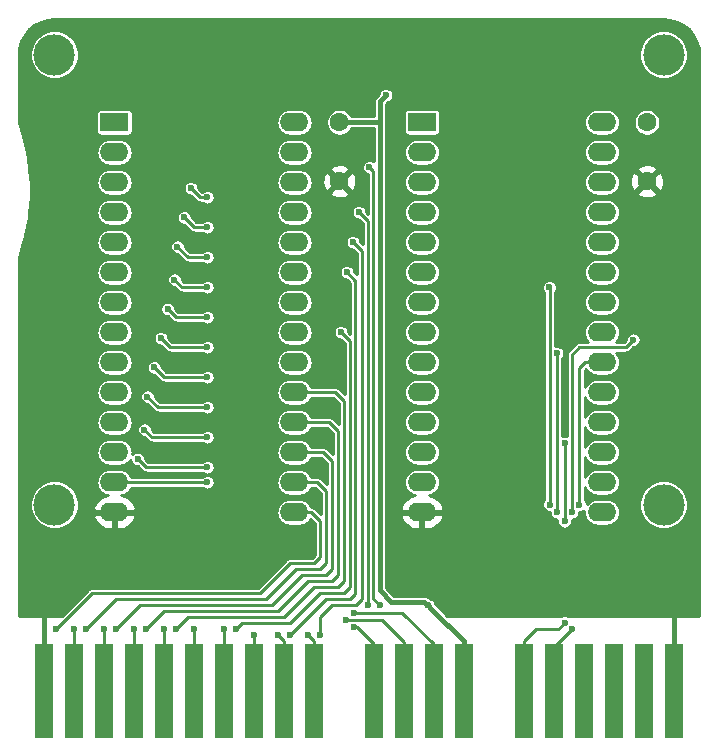
<source format=gbl>
%TF.GenerationSoftware,KiCad,Pcbnew,(5.1.8)-1*%
%TF.CreationDate,2021-03-23T23:26:19+01:00*%
%TF.ProjectId,ZX Cartridge 2021,5a582043-6172-4747-9269-646765203230,rev?*%
%TF.SameCoordinates,Original*%
%TF.FileFunction,Copper,L2,Bot*%
%TF.FilePolarity,Positive*%
%FSLAX46Y46*%
G04 Gerber Fmt 4.6, Leading zero omitted, Abs format (unit mm)*
G04 Created by KiCad (PCBNEW (5.1.8)-1) date 2021-03-23 23:26:19*
%MOMM*%
%LPD*%
G01*
G04 APERTURE LIST*
%TA.AperFunction,ConnectorPad*%
%ADD10R,1.500000X8.000000*%
%TD*%
%TA.AperFunction,ComponentPad*%
%ADD11C,1.600000*%
%TD*%
%TA.AperFunction,ComponentPad*%
%ADD12R,2.400000X1.600000*%
%TD*%
%TA.AperFunction,ComponentPad*%
%ADD13O,2.400000X1.600000*%
%TD*%
%TA.AperFunction,ComponentPad*%
%ADD14C,3.500000*%
%TD*%
%TA.AperFunction,ViaPad*%
%ADD15C,0.600000*%
%TD*%
%TA.AperFunction,Conductor*%
%ADD16C,0.250000*%
%TD*%
%TA.AperFunction,Conductor*%
%ADD17C,0.381000*%
%TD*%
%TA.AperFunction,Conductor*%
%ADD18C,0.254000*%
%TD*%
%TA.AperFunction,Conductor*%
%ADD19C,0.100000*%
%TD*%
G04 APERTURE END LIST*
D10*
%TO.P,J1,B22*%
%TO.N,GND*%
X175895000Y-116078000D03*
%TO.P,J1,B21*%
%TO.N,N/C*%
X173355000Y-116078000D03*
%TO.P,J1,B20*%
X170815000Y-116078000D03*
%TO.P,J1,B19*%
X168275000Y-116078000D03*
%TO.P,J1,B18*%
%TO.N,Net-(J1-PadB18)*%
X165735000Y-116078000D03*
%TO.P,J1,B17*%
%TO.N,Net-(J1-PadB17)*%
X163195000Y-116078000D03*
%TO.P,J1,B15*%
%TO.N,VCC*%
X158115000Y-116078000D03*
%TO.P,J1,B14*%
%TO.N,/A12*%
X155575000Y-116078000D03*
%TO.P,J1,B13*%
%TO.N,/A7*%
X153035000Y-116078000D03*
%TO.P,J1,B12*%
%TO.N,/A6*%
X150495000Y-116078000D03*
%TO.P,J1,B10*%
%TO.N,/A5*%
X145415000Y-116078000D03*
%TO.P,J1,B9*%
%TO.N,/A4*%
X142875000Y-116078000D03*
%TO.P,J1,B8*%
%TO.N,/A3*%
X140335000Y-116078000D03*
%TO.P,J1,B7*%
%TO.N,/A2*%
X137795000Y-116078000D03*
%TO.P,J1,B6*%
%TO.N,/A1*%
X135255000Y-116078000D03*
%TO.P,J1,B5*%
%TO.N,/A0*%
X132715000Y-116078000D03*
%TO.P,J1,B4*%
%TO.N,/D0*%
X130175000Y-116078000D03*
%TO.P,J1,B3*%
%TO.N,/D1*%
X127635000Y-116078000D03*
%TO.P,J1,B2*%
%TO.N,/D2*%
X125095000Y-116078000D03*
%TO.P,J1,B1*%
%TO.N,GND*%
X122555000Y-116078000D03*
%TD*%
D11*
%TO.P,C1,1*%
%TO.N,VCC*%
X147574000Y-67945000D03*
%TO.P,C1,2*%
%TO.N,GND*%
X147574000Y-72945000D03*
%TD*%
D12*
%TO.P,U1,1*%
%TO.N,/BA15*%
X128524000Y-67945000D03*
D13*
%TO.P,U1,15*%
%TO.N,/D3*%
X143764000Y-100965000D03*
%TO.P,U1,2*%
%TO.N,/A12*%
X128524000Y-70485000D03*
%TO.P,U1,16*%
%TO.N,/D4*%
X143764000Y-98425000D03*
%TO.P,U1,3*%
%TO.N,/A7*%
X128524000Y-73025000D03*
%TO.P,U1,17*%
%TO.N,/D5*%
X143764000Y-95885000D03*
%TO.P,U1,4*%
%TO.N,/A6*%
X128524000Y-75565000D03*
%TO.P,U1,18*%
%TO.N,/D6*%
X143764000Y-93345000D03*
%TO.P,U1,5*%
%TO.N,/A5*%
X128524000Y-78105000D03*
%TO.P,U1,19*%
%TO.N,/D7*%
X143764000Y-90805000D03*
%TO.P,U1,6*%
%TO.N,/A4*%
X128524000Y-80645000D03*
%TO.P,U1,20*%
%TO.N,/~ROM_0*%
X143764000Y-88265000D03*
%TO.P,U1,7*%
%TO.N,/A3*%
X128524000Y-83185000D03*
%TO.P,U1,21*%
%TO.N,/A10*%
X143764000Y-85725000D03*
%TO.P,U1,8*%
%TO.N,/A2*%
X128524000Y-85725000D03*
%TO.P,U1,22*%
%TO.N,/~ROM_OE*%
X143764000Y-83185000D03*
%TO.P,U1,9*%
%TO.N,/A1*%
X128524000Y-88265000D03*
%TO.P,U1,23*%
%TO.N,/A11*%
X143764000Y-80645000D03*
%TO.P,U1,10*%
%TO.N,/A0*%
X128524000Y-90805000D03*
%TO.P,U1,24*%
%TO.N,/A9*%
X143764000Y-78105000D03*
%TO.P,U1,11*%
%TO.N,/D0*%
X128524000Y-93345000D03*
%TO.P,U1,25*%
%TO.N,/A8*%
X143764000Y-75565000D03*
%TO.P,U1,12*%
%TO.N,/D1*%
X128524000Y-95885000D03*
%TO.P,U1,26*%
%TO.N,/A13*%
X143764000Y-73025000D03*
%TO.P,U1,13*%
%TO.N,/D2*%
X128524000Y-98425000D03*
%TO.P,U1,27*%
%TO.N,/BA14*%
X143764000Y-70485000D03*
%TO.P,U1,14*%
%TO.N,GND*%
X128524000Y-100965000D03*
%TO.P,U1,28*%
%TO.N,VCC*%
X143764000Y-67945000D03*
%TD*%
D14*
%TO.P,M1,1*%
%TO.N,N/C*%
X123444000Y-100330000D03*
%TD*%
%TO.P,M2,1*%
%TO.N,N/C*%
X175011000Y-100330000D03*
%TD*%
%TO.P,M3,1*%
%TO.N,N/C*%
X175011000Y-62230000D03*
%TD*%
%TO.P,M4,1*%
%TO.N,N/C*%
X123444000Y-62230000D03*
%TD*%
D11*
%TO.P,C2,1*%
%TO.N,VCC*%
X173609000Y-67945000D03*
%TO.P,C2,2*%
%TO.N,GND*%
X173609000Y-72945000D03*
%TD*%
D12*
%TO.P,U2,1*%
%TO.N,/BA15*%
X154559000Y-67945000D03*
D13*
%TO.P,U2,15*%
%TO.N,/D3*%
X169799000Y-100965000D03*
%TO.P,U2,2*%
%TO.N,/A12*%
X154559000Y-70485000D03*
%TO.P,U2,16*%
%TO.N,/D4*%
X169799000Y-98425000D03*
%TO.P,U2,3*%
%TO.N,/A7*%
X154559000Y-73025000D03*
%TO.P,U2,17*%
%TO.N,/D5*%
X169799000Y-95885000D03*
%TO.P,U2,4*%
%TO.N,/A6*%
X154559000Y-75565000D03*
%TO.P,U2,18*%
%TO.N,/D6*%
X169799000Y-93345000D03*
%TO.P,U2,5*%
%TO.N,/A5*%
X154559000Y-78105000D03*
%TO.P,U2,19*%
%TO.N,/D7*%
X169799000Y-90805000D03*
%TO.P,U2,6*%
%TO.N,/A4*%
X154559000Y-80645000D03*
%TO.P,U2,20*%
%TO.N,/~ROM_1*%
X169799000Y-88265000D03*
%TO.P,U2,7*%
%TO.N,/A3*%
X154559000Y-83185000D03*
%TO.P,U2,21*%
%TO.N,/A10*%
X169799000Y-85725000D03*
%TO.P,U2,8*%
%TO.N,/A2*%
X154559000Y-85725000D03*
%TO.P,U2,22*%
%TO.N,/~ROM_OE*%
X169799000Y-83185000D03*
%TO.P,U2,9*%
%TO.N,/A1*%
X154559000Y-88265000D03*
%TO.P,U2,23*%
%TO.N,/A11*%
X169799000Y-80645000D03*
%TO.P,U2,10*%
%TO.N,/A0*%
X154559000Y-90805000D03*
%TO.P,U2,24*%
%TO.N,/A9*%
X169799000Y-78105000D03*
%TO.P,U2,11*%
%TO.N,/D0*%
X154559000Y-93345000D03*
%TO.P,U2,25*%
%TO.N,/A8*%
X169799000Y-75565000D03*
%TO.P,U2,12*%
%TO.N,/D1*%
X154559000Y-95885000D03*
%TO.P,U2,26*%
%TO.N,/A13*%
X169799000Y-73025000D03*
%TO.P,U2,13*%
%TO.N,/D2*%
X154559000Y-98425000D03*
%TO.P,U2,27*%
%TO.N,/BA14*%
X169799000Y-70485000D03*
%TO.P,U2,14*%
%TO.N,GND*%
X154559000Y-100965000D03*
%TO.P,U2,28*%
%TO.N,VCC*%
X169799000Y-67945000D03*
%TD*%
D15*
%TO.N,/A12*%
X148773358Y-109464000D03*
%TO.N,/A7*%
X136388000Y-74295000D03*
X135001000Y-73533000D03*
X148115761Y-110089000D03*
%TO.N,/A6*%
X136388000Y-76835000D03*
X134429500Y-76009500D03*
X148844000Y-110714000D03*
%TO.N,/A5*%
X136388000Y-79375000D03*
X133858000Y-78486000D03*
X144907000Y-111379000D03*
%TO.N,/A4*%
X136388000Y-81915000D03*
X133604000Y-81280000D03*
X142367000Y-111379000D03*
%TO.N,/A3*%
X136388000Y-84455000D03*
X133032500Y-83756500D03*
X140335000Y-111379000D03*
%TO.N,/A10*%
X147701000Y-85725000D03*
X138811000Y-110871000D03*
%TO.N,/A2*%
X136388000Y-86995000D03*
X132461000Y-86233000D03*
X137795000Y-110871016D03*
%TO.N,/A1*%
X136388000Y-89535000D03*
X131889500Y-88709500D03*
X135255000Y-110871000D03*
%TO.N,/A11*%
X148209000Y-80645000D03*
X143383000Y-111379000D03*
%TO.N,/A0*%
X136388000Y-92075000D03*
X131318000Y-91186000D03*
X132715000Y-110871000D03*
%TO.N,/A9*%
X148717000Y-78105000D03*
X145923000Y-111379000D03*
%TO.N,/A8*%
X149225000Y-75565000D03*
X149987000Y-108839000D03*
%TO.N,GND*%
X122555000Y-108839000D03*
X175895000Y-108839000D03*
%TO.N,VCC*%
X151511000Y-65659000D03*
X155067000Y-108839000D03*
%TO.N,/D7*%
X133731000Y-110871000D03*
%TO.N,/D6*%
X131191000Y-110871000D03*
%TO.N,/D5*%
X128651000Y-110871000D03*
%TO.N,/D4*%
X126111000Y-110871000D03*
%TO.N,/D3*%
X123571000Y-110871000D03*
%TO.N,/D2*%
X136388000Y-98425000D03*
X125095000Y-110871000D03*
%TO.N,/D1*%
X136388000Y-97155000D03*
X130492500Y-96456500D03*
X127635000Y-110871000D03*
%TO.N,/D0*%
X136388000Y-94615000D03*
X131064000Y-93980000D03*
X130175000Y-110871000D03*
%TO.N,/A13*%
X150114000Y-71755000D03*
X151003000Y-108839000D03*
%TO.N,/~ROM_0*%
X165989000Y-100965000D03*
X165989000Y-87503000D03*
%TO.N,/~ROM_OE*%
X165364000Y-100320000D03*
X165354000Y-81915000D03*
%TO.N,/~ROM_1*%
X167894000Y-100330000D03*
%TO.N,Net-(J1-PadB18)*%
X172456000Y-86360000D03*
X167259000Y-100965000D03*
X167259000Y-110871000D03*
%TO.N,Net-(J1-PadB17)*%
X166634000Y-95123000D03*
X166634000Y-101727000D03*
X166634000Y-110305313D03*
%TD*%
D16*
%TO.N,/A12*%
X155575000Y-112141000D02*
X155575000Y-116078000D01*
X152898000Y-109464000D02*
X155575000Y-112141000D01*
X148773358Y-109464000D02*
X152898000Y-109464000D01*
%TO.N,/A7*%
X135763000Y-74295000D02*
X135001000Y-73533000D01*
X136388000Y-74295000D02*
X135763000Y-74295000D01*
X153035000Y-111950500D02*
X153035000Y-116078000D01*
X151173500Y-110089000D02*
X153035000Y-111950500D01*
X148115761Y-110089000D02*
X151173500Y-110089000D01*
%TO.N,/A6*%
X135255000Y-76835000D02*
X134429500Y-76009500D01*
X136388000Y-76835000D02*
X135255000Y-76835000D01*
X150495000Y-112141000D02*
X150495000Y-116078000D01*
X149068000Y-110714000D02*
X150495000Y-112141000D01*
X148844000Y-110714000D02*
X149068000Y-110714000D01*
%TO.N,/A5*%
X134747000Y-79375000D02*
X133858000Y-78486000D01*
X136388000Y-79375000D02*
X134747000Y-79375000D01*
X145415000Y-116078000D02*
X145415000Y-111887000D01*
X145415000Y-111887000D02*
X144907000Y-111379000D01*
%TO.N,/A4*%
X136388000Y-81915000D02*
X134239000Y-81915000D01*
X134239000Y-81915000D02*
X133604000Y-81280000D01*
X142875000Y-111887000D02*
X142367000Y-111379000D01*
X142875000Y-116078000D02*
X142875000Y-111887000D01*
%TO.N,/A3*%
X133731000Y-84455000D02*
X133032500Y-83756500D01*
X136388000Y-84455000D02*
X133731000Y-84455000D01*
X140335000Y-116078000D02*
X140335000Y-111379000D01*
%TO.N,/A10*%
X148463000Y-107315000D02*
X147955000Y-107823000D01*
X148463000Y-86487000D02*
X148463000Y-107315000D01*
X147701000Y-85725000D02*
X148463000Y-86487000D01*
X139319000Y-110363000D02*
X143383000Y-110363000D01*
X147955000Y-107823000D02*
X145923000Y-107823000D01*
X143383000Y-110363000D02*
X145923000Y-107823000D01*
X139319000Y-110363000D02*
X138811000Y-110871000D01*
%TO.N,/A2*%
X133223000Y-86995000D02*
X132461000Y-86233000D01*
X136388000Y-86995000D02*
X133223000Y-86995000D01*
X137795000Y-116078000D02*
X137795000Y-110871016D01*
%TO.N,/A1*%
X132715000Y-89535000D02*
X131889500Y-88709500D01*
X136388000Y-89535000D02*
X132715000Y-89535000D01*
X135255000Y-116078000D02*
X135255000Y-110871000D01*
%TO.N,/A11*%
X148913009Y-81349009D02*
X148209000Y-80645000D01*
X148913009Y-107880991D02*
X148913009Y-81349009D01*
X148463000Y-108331000D02*
X148913009Y-107880991D01*
X146431000Y-108331000D02*
X148463000Y-108331000D01*
X143383000Y-111379000D02*
X146431000Y-108331000D01*
%TO.N,/A0*%
X132207000Y-92075000D02*
X131318000Y-91186000D01*
X136388000Y-92075000D02*
X132207000Y-92075000D01*
X132715000Y-116078000D02*
X132715000Y-110871000D01*
%TO.N,/A9*%
X145923000Y-109855000D02*
X145923000Y-111379000D01*
X146939000Y-108839000D02*
X145923000Y-109855000D01*
X148971000Y-108839000D02*
X146939000Y-108839000D01*
X149479000Y-108331000D02*
X148971000Y-108839000D01*
X149479000Y-78867000D02*
X149479000Y-108331000D01*
X148717000Y-78105000D02*
X149479000Y-78867000D01*
%TO.N,/A8*%
X149987000Y-76327000D02*
X149225000Y-75565000D01*
X149987000Y-108331000D02*
X149987000Y-76327000D01*
X149987000Y-108331000D02*
X149987000Y-108839000D01*
D17*
%TO.N,GND*%
X122555000Y-116078000D02*
X122555000Y-108839000D01*
X175895000Y-116078000D02*
X175895000Y-108839000D01*
%TO.N,VCC*%
X151003000Y-66167000D02*
X151511000Y-65659000D01*
X147574000Y-67945000D02*
X151003000Y-67945000D01*
X151003000Y-67945000D02*
X151003000Y-66167000D01*
X155366999Y-109138999D02*
X155067000Y-108839000D01*
X158115000Y-115570000D02*
X158115000Y-111887000D01*
X158115000Y-111887000D02*
X155366999Y-109138999D01*
X151003000Y-67945000D02*
X151003000Y-107569000D01*
X151003000Y-107569000D02*
X151973001Y-108539001D01*
X151973001Y-108539001D02*
X154767001Y-108539001D01*
X154767001Y-108539001D02*
X155067000Y-108839000D01*
D16*
%TO.N,/D7*%
X147447000Y-107315000D02*
X147955000Y-106807000D01*
X147955000Y-106807000D02*
X147955000Y-91567000D01*
X147193000Y-90805000D02*
X143764000Y-90805000D01*
X147955000Y-91567000D02*
X147193000Y-90805000D01*
X133731000Y-110871000D02*
X134747000Y-109855000D01*
X142875000Y-109855000D02*
X145415000Y-107315000D01*
X145415000Y-107315000D02*
X147447000Y-107315000D01*
X134747000Y-109855000D02*
X142875000Y-109855000D01*
%TO.N,/D6*%
X146939000Y-106807000D02*
X147447000Y-106299000D01*
X147447000Y-106299000D02*
X147447000Y-94107000D01*
X146685000Y-93345000D02*
X143764000Y-93345000D01*
X147447000Y-94107000D02*
X146685000Y-93345000D01*
X145415000Y-106807000D02*
X146939000Y-106807000D01*
X144907000Y-106807000D02*
X145415000Y-106807000D01*
X142367000Y-109347000D02*
X144907000Y-106807000D01*
X132715000Y-109347000D02*
X142367000Y-109347000D01*
X131191000Y-110871000D02*
X132715000Y-109347000D01*
%TO.N,/D5*%
X146431000Y-106299000D02*
X146939000Y-105791000D01*
X146939000Y-105791000D02*
X146939000Y-96647000D01*
X146177000Y-95885000D02*
X143764000Y-95885000D01*
X146939000Y-96647000D02*
X146177000Y-95885000D01*
X128651000Y-110871000D02*
X130683000Y-108839000D01*
X141859000Y-108839000D02*
X144399000Y-106299000D01*
X144399000Y-106299000D02*
X146431000Y-106299000D01*
X130683000Y-108839000D02*
X141859000Y-108839000D01*
%TO.N,/D4*%
X145669000Y-98425000D02*
X143764000Y-98425000D01*
X146431000Y-105283000D02*
X146431000Y-99187000D01*
X145923000Y-105791000D02*
X146431000Y-105283000D01*
X146431000Y-99187000D02*
X145669000Y-98425000D01*
X126111000Y-110871000D02*
X128651000Y-108331000D01*
X141351000Y-108331000D02*
X143891000Y-105791000D01*
X128651000Y-108331000D02*
X141351000Y-108331000D01*
X143891000Y-105791000D02*
X145923000Y-105791000D01*
%TO.N,/D3*%
X145923000Y-104775000D02*
X145415000Y-105283000D01*
X145923000Y-101727000D02*
X145923000Y-104775000D01*
X145161000Y-100965000D02*
X145923000Y-101727000D01*
X143764000Y-100965000D02*
X145161000Y-100965000D01*
X123571000Y-110871000D02*
X126619000Y-107823000D01*
X140843000Y-107823000D02*
X143383000Y-105283000D01*
X126619000Y-107823000D02*
X140843000Y-107823000D01*
X145415000Y-105283000D02*
X143383000Y-105283000D01*
%TO.N,/D2*%
X136144000Y-98425000D02*
X128524000Y-98425000D01*
X136144000Y-98425000D02*
X136388000Y-98425000D01*
X125095000Y-116078000D02*
X125095000Y-110871000D01*
%TO.N,/D1*%
X131191000Y-97155000D02*
X130492500Y-96456500D01*
X136388000Y-97155000D02*
X131191000Y-97155000D01*
X127635000Y-116078000D02*
X127635000Y-110871000D01*
%TO.N,/D0*%
X131699000Y-94615000D02*
X131064000Y-93980000D01*
X136388000Y-94615000D02*
X131699000Y-94615000D01*
X130175000Y-116078000D02*
X130175000Y-110871000D01*
%TO.N,/A13*%
X150437010Y-72078010D02*
X150114000Y-71755000D01*
X150437010Y-108273010D02*
X150437010Y-72078010D01*
X151003000Y-108839000D02*
X150437010Y-108273010D01*
%TO.N,/~ROM_0*%
X165989000Y-100965000D02*
X165989000Y-87503000D01*
%TO.N,/~ROM_OE*%
X165364000Y-100320000D02*
X165364000Y-81925000D01*
X165364000Y-81925000D02*
X165354000Y-81915000D01*
%TO.N,/~ROM_1*%
X169799000Y-88265000D02*
X168349000Y-88265000D01*
X168349000Y-88265000D02*
X167894000Y-88720000D01*
X167894000Y-88720000D02*
X167894000Y-100330000D01*
%TO.N,Net-(J1-PadB18)*%
X172456000Y-86360000D02*
X171821000Y-86995000D01*
X171821000Y-86995000D02*
X167894000Y-86995000D01*
X167894000Y-86995000D02*
X167259000Y-87630000D01*
X167259000Y-87630000D02*
X167259000Y-93345000D01*
X167259000Y-93345000D02*
X167259000Y-100965000D01*
X165735000Y-112395000D02*
X167259000Y-110871000D01*
X165735000Y-116078000D02*
X165735000Y-112395000D01*
%TO.N,Net-(J1-PadB17)*%
X166634000Y-95123000D02*
X166634000Y-101727000D01*
X163195000Y-116078000D02*
X163195000Y-111887000D01*
X163195000Y-111887000D02*
X164211000Y-110871000D01*
X166068313Y-110871000D02*
X166634000Y-110305313D01*
X164211000Y-110871000D02*
X166068313Y-110871000D01*
%TD*%
D18*
%TO.N,GND*%
X175595429Y-59253166D02*
X176162406Y-59424347D01*
X176685339Y-59702396D01*
X177144302Y-60076716D01*
X177521821Y-60533060D01*
X177803513Y-61054038D01*
X177978645Y-61619802D01*
X178041246Y-62215403D01*
X178041297Y-62230197D01*
X178041298Y-109728000D01*
X166878673Y-109728000D01*
X166816889Y-109702408D01*
X166695754Y-109678313D01*
X166572246Y-109678313D01*
X166451111Y-109702408D01*
X166389327Y-109728000D01*
X156687855Y-109728000D01*
X155714957Y-108755102D01*
X155714952Y-108755098D01*
X155683298Y-108723444D01*
X155669905Y-108656111D01*
X155622640Y-108542004D01*
X155554023Y-108439311D01*
X155466689Y-108351977D01*
X155363996Y-108283360D01*
X155249889Y-108236095D01*
X155182557Y-108222702D01*
X155150904Y-108191050D01*
X155134699Y-108171303D01*
X155055899Y-108106634D01*
X154965998Y-108058581D01*
X154868449Y-108028990D01*
X154792414Y-108021501D01*
X154767001Y-108018998D01*
X154741588Y-108021501D01*
X152187356Y-108021501D01*
X151520500Y-107354645D01*
X151520500Y-101314039D01*
X152767096Y-101314039D01*
X152784633Y-101396818D01*
X152895285Y-101656646D01*
X153054500Y-101889895D01*
X153256161Y-102087601D01*
X153492517Y-102242166D01*
X153754486Y-102347650D01*
X154032000Y-102400000D01*
X154432000Y-102400000D01*
X154432000Y-101092000D01*
X154686000Y-101092000D01*
X154686000Y-102400000D01*
X155086000Y-102400000D01*
X155363514Y-102347650D01*
X155625483Y-102242166D01*
X155861839Y-102087601D01*
X156063500Y-101889895D01*
X156222715Y-101656646D01*
X156333367Y-101396818D01*
X156350904Y-101314039D01*
X156228915Y-101092000D01*
X154686000Y-101092000D01*
X154432000Y-101092000D01*
X152889085Y-101092000D01*
X152767096Y-101314039D01*
X151520500Y-101314039D01*
X151520500Y-100615961D01*
X152767096Y-100615961D01*
X152889085Y-100838000D01*
X154432000Y-100838000D01*
X154432000Y-100818000D01*
X154686000Y-100818000D01*
X154686000Y-100838000D01*
X156228915Y-100838000D01*
X156350904Y-100615961D01*
X156333367Y-100533182D01*
X156222715Y-100273354D01*
X156063500Y-100040105D01*
X155861839Y-99842399D01*
X155625483Y-99687834D01*
X155363514Y-99582350D01*
X155138048Y-99539818D01*
X155179931Y-99535693D01*
X155392371Y-99471250D01*
X155588157Y-99366600D01*
X155759765Y-99225765D01*
X155900600Y-99054157D01*
X156005250Y-98858371D01*
X156069693Y-98645931D01*
X156091453Y-98425000D01*
X156069693Y-98204069D01*
X156005250Y-97991629D01*
X155900600Y-97795843D01*
X155759765Y-97624235D01*
X155588157Y-97483400D01*
X155392371Y-97378750D01*
X155179931Y-97314307D01*
X155014365Y-97298000D01*
X154103635Y-97298000D01*
X153938069Y-97314307D01*
X153725629Y-97378750D01*
X153529843Y-97483400D01*
X153358235Y-97624235D01*
X153217400Y-97795843D01*
X153112750Y-97991629D01*
X153048307Y-98204069D01*
X153026547Y-98425000D01*
X153048307Y-98645931D01*
X153112750Y-98858371D01*
X153217400Y-99054157D01*
X153358235Y-99225765D01*
X153529843Y-99366600D01*
X153725629Y-99471250D01*
X153938069Y-99535693D01*
X153979952Y-99539818D01*
X153754486Y-99582350D01*
X153492517Y-99687834D01*
X153256161Y-99842399D01*
X153054500Y-100040105D01*
X152895285Y-100273354D01*
X152784633Y-100533182D01*
X152767096Y-100615961D01*
X151520500Y-100615961D01*
X151520500Y-95885000D01*
X153026547Y-95885000D01*
X153048307Y-96105931D01*
X153112750Y-96318371D01*
X153217400Y-96514157D01*
X153358235Y-96685765D01*
X153529843Y-96826600D01*
X153725629Y-96931250D01*
X153938069Y-96995693D01*
X154103635Y-97012000D01*
X155014365Y-97012000D01*
X155179931Y-96995693D01*
X155392371Y-96931250D01*
X155588157Y-96826600D01*
X155759765Y-96685765D01*
X155900600Y-96514157D01*
X156005250Y-96318371D01*
X156069693Y-96105931D01*
X156091453Y-95885000D01*
X156069693Y-95664069D01*
X156005250Y-95451629D01*
X155900600Y-95255843D01*
X155759765Y-95084235D01*
X155588157Y-94943400D01*
X155392371Y-94838750D01*
X155179931Y-94774307D01*
X155014365Y-94758000D01*
X154103635Y-94758000D01*
X153938069Y-94774307D01*
X153725629Y-94838750D01*
X153529843Y-94943400D01*
X153358235Y-95084235D01*
X153217400Y-95255843D01*
X153112750Y-95451629D01*
X153048307Y-95664069D01*
X153026547Y-95885000D01*
X151520500Y-95885000D01*
X151520500Y-93345000D01*
X153026547Y-93345000D01*
X153048307Y-93565931D01*
X153112750Y-93778371D01*
X153217400Y-93974157D01*
X153358235Y-94145765D01*
X153529843Y-94286600D01*
X153725629Y-94391250D01*
X153938069Y-94455693D01*
X154103635Y-94472000D01*
X155014365Y-94472000D01*
X155179931Y-94455693D01*
X155392371Y-94391250D01*
X155588157Y-94286600D01*
X155759765Y-94145765D01*
X155900600Y-93974157D01*
X156005250Y-93778371D01*
X156069693Y-93565931D01*
X156091453Y-93345000D01*
X156069693Y-93124069D01*
X156005250Y-92911629D01*
X155900600Y-92715843D01*
X155759765Y-92544235D01*
X155588157Y-92403400D01*
X155392371Y-92298750D01*
X155179931Y-92234307D01*
X155014365Y-92218000D01*
X154103635Y-92218000D01*
X153938069Y-92234307D01*
X153725629Y-92298750D01*
X153529843Y-92403400D01*
X153358235Y-92544235D01*
X153217400Y-92715843D01*
X153112750Y-92911629D01*
X153048307Y-93124069D01*
X153026547Y-93345000D01*
X151520500Y-93345000D01*
X151520500Y-90805000D01*
X153026547Y-90805000D01*
X153048307Y-91025931D01*
X153112750Y-91238371D01*
X153217400Y-91434157D01*
X153358235Y-91605765D01*
X153529843Y-91746600D01*
X153725629Y-91851250D01*
X153938069Y-91915693D01*
X154103635Y-91932000D01*
X155014365Y-91932000D01*
X155179931Y-91915693D01*
X155392371Y-91851250D01*
X155588157Y-91746600D01*
X155759765Y-91605765D01*
X155900600Y-91434157D01*
X156005250Y-91238371D01*
X156069693Y-91025931D01*
X156091453Y-90805000D01*
X156069693Y-90584069D01*
X156005250Y-90371629D01*
X155900600Y-90175843D01*
X155759765Y-90004235D01*
X155588157Y-89863400D01*
X155392371Y-89758750D01*
X155179931Y-89694307D01*
X155014365Y-89678000D01*
X154103635Y-89678000D01*
X153938069Y-89694307D01*
X153725629Y-89758750D01*
X153529843Y-89863400D01*
X153358235Y-90004235D01*
X153217400Y-90175843D01*
X153112750Y-90371629D01*
X153048307Y-90584069D01*
X153026547Y-90805000D01*
X151520500Y-90805000D01*
X151520500Y-88265000D01*
X153026547Y-88265000D01*
X153048307Y-88485931D01*
X153112750Y-88698371D01*
X153217400Y-88894157D01*
X153358235Y-89065765D01*
X153529843Y-89206600D01*
X153725629Y-89311250D01*
X153938069Y-89375693D01*
X154103635Y-89392000D01*
X155014365Y-89392000D01*
X155179931Y-89375693D01*
X155392371Y-89311250D01*
X155588157Y-89206600D01*
X155759765Y-89065765D01*
X155900600Y-88894157D01*
X156005250Y-88698371D01*
X156069693Y-88485931D01*
X156091453Y-88265000D01*
X156069693Y-88044069D01*
X156005250Y-87831629D01*
X155900600Y-87635843D01*
X155759765Y-87464235D01*
X155588157Y-87323400D01*
X155392371Y-87218750D01*
X155179931Y-87154307D01*
X155014365Y-87138000D01*
X154103635Y-87138000D01*
X153938069Y-87154307D01*
X153725629Y-87218750D01*
X153529843Y-87323400D01*
X153358235Y-87464235D01*
X153217400Y-87635843D01*
X153112750Y-87831629D01*
X153048307Y-88044069D01*
X153026547Y-88265000D01*
X151520500Y-88265000D01*
X151520500Y-85725000D01*
X153026547Y-85725000D01*
X153048307Y-85945931D01*
X153112750Y-86158371D01*
X153217400Y-86354157D01*
X153358235Y-86525765D01*
X153529843Y-86666600D01*
X153725629Y-86771250D01*
X153938069Y-86835693D01*
X154103635Y-86852000D01*
X155014365Y-86852000D01*
X155179931Y-86835693D01*
X155392371Y-86771250D01*
X155588157Y-86666600D01*
X155759765Y-86525765D01*
X155900600Y-86354157D01*
X156005250Y-86158371D01*
X156069693Y-85945931D01*
X156091453Y-85725000D01*
X156069693Y-85504069D01*
X156005250Y-85291629D01*
X155900600Y-85095843D01*
X155759765Y-84924235D01*
X155588157Y-84783400D01*
X155392371Y-84678750D01*
X155179931Y-84614307D01*
X155014365Y-84598000D01*
X154103635Y-84598000D01*
X153938069Y-84614307D01*
X153725629Y-84678750D01*
X153529843Y-84783400D01*
X153358235Y-84924235D01*
X153217400Y-85095843D01*
X153112750Y-85291629D01*
X153048307Y-85504069D01*
X153026547Y-85725000D01*
X151520500Y-85725000D01*
X151520500Y-83185000D01*
X153026547Y-83185000D01*
X153048307Y-83405931D01*
X153112750Y-83618371D01*
X153217400Y-83814157D01*
X153358235Y-83985765D01*
X153529843Y-84126600D01*
X153725629Y-84231250D01*
X153938069Y-84295693D01*
X154103635Y-84312000D01*
X155014365Y-84312000D01*
X155179931Y-84295693D01*
X155392371Y-84231250D01*
X155588157Y-84126600D01*
X155759765Y-83985765D01*
X155900600Y-83814157D01*
X156005250Y-83618371D01*
X156069693Y-83405931D01*
X156091453Y-83185000D01*
X156069693Y-82964069D01*
X156005250Y-82751629D01*
X155900600Y-82555843D01*
X155759765Y-82384235D01*
X155588157Y-82243400D01*
X155392371Y-82138750D01*
X155179931Y-82074307D01*
X155014365Y-82058000D01*
X154103635Y-82058000D01*
X153938069Y-82074307D01*
X153725629Y-82138750D01*
X153529843Y-82243400D01*
X153358235Y-82384235D01*
X153217400Y-82555843D01*
X153112750Y-82751629D01*
X153048307Y-82964069D01*
X153026547Y-83185000D01*
X151520500Y-83185000D01*
X151520500Y-81853246D01*
X164727000Y-81853246D01*
X164727000Y-81976754D01*
X164751095Y-82097889D01*
X164798360Y-82211996D01*
X164866977Y-82314689D01*
X164912001Y-82359713D01*
X164912000Y-99885288D01*
X164876977Y-99920311D01*
X164808360Y-100023004D01*
X164761095Y-100137111D01*
X164737000Y-100258246D01*
X164737000Y-100381754D01*
X164761095Y-100502889D01*
X164808360Y-100616996D01*
X164876977Y-100719689D01*
X164964311Y-100807023D01*
X165067004Y-100875640D01*
X165181111Y-100922905D01*
X165302246Y-100947000D01*
X165362000Y-100947000D01*
X165362000Y-101026754D01*
X165386095Y-101147889D01*
X165433360Y-101261996D01*
X165501977Y-101364689D01*
X165589311Y-101452023D01*
X165692004Y-101520640D01*
X165806111Y-101567905D01*
X165927246Y-101592000D01*
X166021569Y-101592000D01*
X166007000Y-101665246D01*
X166007000Y-101788754D01*
X166031095Y-101909889D01*
X166078360Y-102023996D01*
X166146977Y-102126689D01*
X166234311Y-102214023D01*
X166337004Y-102282640D01*
X166451111Y-102329905D01*
X166572246Y-102354000D01*
X166695754Y-102354000D01*
X166816889Y-102329905D01*
X166930996Y-102282640D01*
X167033689Y-102214023D01*
X167121023Y-102126689D01*
X167189640Y-102023996D01*
X167236905Y-101909889D01*
X167261000Y-101788754D01*
X167261000Y-101665246D01*
X167246431Y-101592000D01*
X167320754Y-101592000D01*
X167441889Y-101567905D01*
X167555996Y-101520640D01*
X167658689Y-101452023D01*
X167746023Y-101364689D01*
X167814640Y-101261996D01*
X167861905Y-101147889D01*
X167886000Y-101026754D01*
X167886000Y-100957000D01*
X167955754Y-100957000D01*
X168076889Y-100932905D01*
X168190996Y-100885640D01*
X168280236Y-100826012D01*
X168266547Y-100965000D01*
X168288307Y-101185931D01*
X168352750Y-101398371D01*
X168457400Y-101594157D01*
X168598235Y-101765765D01*
X168769843Y-101906600D01*
X168965629Y-102011250D01*
X169178069Y-102075693D01*
X169343635Y-102092000D01*
X170254365Y-102092000D01*
X170419931Y-102075693D01*
X170632371Y-102011250D01*
X170828157Y-101906600D01*
X170999765Y-101765765D01*
X171140600Y-101594157D01*
X171245250Y-101398371D01*
X171309693Y-101185931D01*
X171331453Y-100965000D01*
X171309693Y-100744069D01*
X171245250Y-100531629D01*
X171140600Y-100335843D01*
X170999765Y-100164235D01*
X170952485Y-100125433D01*
X172934000Y-100125433D01*
X172934000Y-100534567D01*
X173013818Y-100935839D01*
X173170386Y-101313829D01*
X173397689Y-101654011D01*
X173686989Y-101943311D01*
X174027171Y-102170614D01*
X174405161Y-102327182D01*
X174806433Y-102407000D01*
X175215567Y-102407000D01*
X175616839Y-102327182D01*
X175994829Y-102170614D01*
X176335011Y-101943311D01*
X176624311Y-101654011D01*
X176851614Y-101313829D01*
X177008182Y-100935839D01*
X177088000Y-100534567D01*
X177088000Y-100125433D01*
X177008182Y-99724161D01*
X176851614Y-99346171D01*
X176624311Y-99005989D01*
X176335011Y-98716689D01*
X175994829Y-98489386D01*
X175616839Y-98332818D01*
X175215567Y-98253000D01*
X174806433Y-98253000D01*
X174405161Y-98332818D01*
X174027171Y-98489386D01*
X173686989Y-98716689D01*
X173397689Y-99005989D01*
X173170386Y-99346171D01*
X173013818Y-99724161D01*
X172934000Y-100125433D01*
X170952485Y-100125433D01*
X170828157Y-100023400D01*
X170632371Y-99918750D01*
X170419931Y-99854307D01*
X170254365Y-99838000D01*
X169343635Y-99838000D01*
X169178069Y-99854307D01*
X168965629Y-99918750D01*
X168769843Y-100023400D01*
X168598235Y-100164235D01*
X168519415Y-100260277D01*
X168496905Y-100147111D01*
X168449640Y-100033004D01*
X168381023Y-99930311D01*
X168346000Y-99895288D01*
X168346000Y-98836119D01*
X168352750Y-98858371D01*
X168457400Y-99054157D01*
X168598235Y-99225765D01*
X168769843Y-99366600D01*
X168965629Y-99471250D01*
X169178069Y-99535693D01*
X169343635Y-99552000D01*
X170254365Y-99552000D01*
X170419931Y-99535693D01*
X170632371Y-99471250D01*
X170828157Y-99366600D01*
X170999765Y-99225765D01*
X171140600Y-99054157D01*
X171245250Y-98858371D01*
X171309693Y-98645931D01*
X171331453Y-98425000D01*
X171309693Y-98204069D01*
X171245250Y-97991629D01*
X171140600Y-97795843D01*
X170999765Y-97624235D01*
X170828157Y-97483400D01*
X170632371Y-97378750D01*
X170419931Y-97314307D01*
X170254365Y-97298000D01*
X169343635Y-97298000D01*
X169178069Y-97314307D01*
X168965629Y-97378750D01*
X168769843Y-97483400D01*
X168598235Y-97624235D01*
X168457400Y-97795843D01*
X168352750Y-97991629D01*
X168346000Y-98013881D01*
X168346000Y-96296119D01*
X168352750Y-96318371D01*
X168457400Y-96514157D01*
X168598235Y-96685765D01*
X168769843Y-96826600D01*
X168965629Y-96931250D01*
X169178069Y-96995693D01*
X169343635Y-97012000D01*
X170254365Y-97012000D01*
X170419931Y-96995693D01*
X170632371Y-96931250D01*
X170828157Y-96826600D01*
X170999765Y-96685765D01*
X171140600Y-96514157D01*
X171245250Y-96318371D01*
X171309693Y-96105931D01*
X171331453Y-95885000D01*
X171309693Y-95664069D01*
X171245250Y-95451629D01*
X171140600Y-95255843D01*
X170999765Y-95084235D01*
X170828157Y-94943400D01*
X170632371Y-94838750D01*
X170419931Y-94774307D01*
X170254365Y-94758000D01*
X169343635Y-94758000D01*
X169178069Y-94774307D01*
X168965629Y-94838750D01*
X168769843Y-94943400D01*
X168598235Y-95084235D01*
X168457400Y-95255843D01*
X168352750Y-95451629D01*
X168346000Y-95473881D01*
X168346000Y-93756119D01*
X168352750Y-93778371D01*
X168457400Y-93974157D01*
X168598235Y-94145765D01*
X168769843Y-94286600D01*
X168965629Y-94391250D01*
X169178069Y-94455693D01*
X169343635Y-94472000D01*
X170254365Y-94472000D01*
X170419931Y-94455693D01*
X170632371Y-94391250D01*
X170828157Y-94286600D01*
X170999765Y-94145765D01*
X171140600Y-93974157D01*
X171245250Y-93778371D01*
X171309693Y-93565931D01*
X171331453Y-93345000D01*
X171309693Y-93124069D01*
X171245250Y-92911629D01*
X171140600Y-92715843D01*
X170999765Y-92544235D01*
X170828157Y-92403400D01*
X170632371Y-92298750D01*
X170419931Y-92234307D01*
X170254365Y-92218000D01*
X169343635Y-92218000D01*
X169178069Y-92234307D01*
X168965629Y-92298750D01*
X168769843Y-92403400D01*
X168598235Y-92544235D01*
X168457400Y-92715843D01*
X168352750Y-92911629D01*
X168346000Y-92933881D01*
X168346000Y-91216119D01*
X168352750Y-91238371D01*
X168457400Y-91434157D01*
X168598235Y-91605765D01*
X168769843Y-91746600D01*
X168965629Y-91851250D01*
X169178069Y-91915693D01*
X169343635Y-91932000D01*
X170254365Y-91932000D01*
X170419931Y-91915693D01*
X170632371Y-91851250D01*
X170828157Y-91746600D01*
X170999765Y-91605765D01*
X171140600Y-91434157D01*
X171245250Y-91238371D01*
X171309693Y-91025931D01*
X171331453Y-90805000D01*
X171309693Y-90584069D01*
X171245250Y-90371629D01*
X171140600Y-90175843D01*
X170999765Y-90004235D01*
X170828157Y-89863400D01*
X170632371Y-89758750D01*
X170419931Y-89694307D01*
X170254365Y-89678000D01*
X169343635Y-89678000D01*
X169178069Y-89694307D01*
X168965629Y-89758750D01*
X168769843Y-89863400D01*
X168598235Y-90004235D01*
X168457400Y-90175843D01*
X168352750Y-90371629D01*
X168346000Y-90393881D01*
X168346000Y-88907224D01*
X168423148Y-88830076D01*
X168457400Y-88894157D01*
X168598235Y-89065765D01*
X168769843Y-89206600D01*
X168965629Y-89311250D01*
X169178069Y-89375693D01*
X169343635Y-89392000D01*
X170254365Y-89392000D01*
X170419931Y-89375693D01*
X170632371Y-89311250D01*
X170828157Y-89206600D01*
X170999765Y-89065765D01*
X171140600Y-88894157D01*
X171245250Y-88698371D01*
X171309693Y-88485931D01*
X171331453Y-88265000D01*
X171309693Y-88044069D01*
X171245250Y-87831629D01*
X171140600Y-87635843D01*
X170999765Y-87464235D01*
X170978764Y-87447000D01*
X171798795Y-87447000D01*
X171821000Y-87449187D01*
X171843205Y-87447000D01*
X171909607Y-87440460D01*
X171994810Y-87414614D01*
X172073333Y-87372643D01*
X172142159Y-87316159D01*
X172156323Y-87298900D01*
X172468224Y-86987000D01*
X172517754Y-86987000D01*
X172638889Y-86962905D01*
X172752996Y-86915640D01*
X172855689Y-86847023D01*
X172943023Y-86759689D01*
X173011640Y-86656996D01*
X173058905Y-86542889D01*
X173083000Y-86421754D01*
X173083000Y-86298246D01*
X173058905Y-86177111D01*
X173011640Y-86063004D01*
X172943023Y-85960311D01*
X172855689Y-85872977D01*
X172752996Y-85804360D01*
X172638889Y-85757095D01*
X172517754Y-85733000D01*
X172394246Y-85733000D01*
X172273111Y-85757095D01*
X172159004Y-85804360D01*
X172056311Y-85872977D01*
X171968977Y-85960311D01*
X171900360Y-86063004D01*
X171853095Y-86177111D01*
X171829000Y-86298246D01*
X171829000Y-86347776D01*
X171633777Y-86543000D01*
X170978764Y-86543000D01*
X170999765Y-86525765D01*
X171140600Y-86354157D01*
X171245250Y-86158371D01*
X171309693Y-85945931D01*
X171331453Y-85725000D01*
X171309693Y-85504069D01*
X171245250Y-85291629D01*
X171140600Y-85095843D01*
X170999765Y-84924235D01*
X170828157Y-84783400D01*
X170632371Y-84678750D01*
X170419931Y-84614307D01*
X170254365Y-84598000D01*
X169343635Y-84598000D01*
X169178069Y-84614307D01*
X168965629Y-84678750D01*
X168769843Y-84783400D01*
X168598235Y-84924235D01*
X168457400Y-85095843D01*
X168352750Y-85291629D01*
X168288307Y-85504069D01*
X168266547Y-85725000D01*
X168288307Y-85945931D01*
X168352750Y-86158371D01*
X168457400Y-86354157D01*
X168598235Y-86525765D01*
X168619236Y-86543000D01*
X167916205Y-86543000D01*
X167894000Y-86540813D01*
X167805392Y-86549540D01*
X167720190Y-86575386D01*
X167641667Y-86617357D01*
X167572841Y-86673841D01*
X167558681Y-86691095D01*
X166955100Y-87294677D01*
X166937841Y-87308841D01*
X166881357Y-87377668D01*
X166861609Y-87414614D01*
X166839386Y-87456191D01*
X166813540Y-87541393D01*
X166804813Y-87630000D01*
X166807000Y-87652205D01*
X166807001Y-93322786D01*
X166807000Y-93322796D01*
X166807000Y-94518128D01*
X166695754Y-94496000D01*
X166572246Y-94496000D01*
X166451111Y-94520095D01*
X166441000Y-94524283D01*
X166441000Y-87937712D01*
X166476023Y-87902689D01*
X166544640Y-87799996D01*
X166591905Y-87685889D01*
X166616000Y-87564754D01*
X166616000Y-87441246D01*
X166591905Y-87320111D01*
X166544640Y-87206004D01*
X166476023Y-87103311D01*
X166388689Y-87015977D01*
X166285996Y-86947360D01*
X166171889Y-86900095D01*
X166050754Y-86876000D01*
X165927246Y-86876000D01*
X165816000Y-86898128D01*
X165816000Y-83185000D01*
X168266547Y-83185000D01*
X168288307Y-83405931D01*
X168352750Y-83618371D01*
X168457400Y-83814157D01*
X168598235Y-83985765D01*
X168769843Y-84126600D01*
X168965629Y-84231250D01*
X169178069Y-84295693D01*
X169343635Y-84312000D01*
X170254365Y-84312000D01*
X170419931Y-84295693D01*
X170632371Y-84231250D01*
X170828157Y-84126600D01*
X170999765Y-83985765D01*
X171140600Y-83814157D01*
X171245250Y-83618371D01*
X171309693Y-83405931D01*
X171331453Y-83185000D01*
X171309693Y-82964069D01*
X171245250Y-82751629D01*
X171140600Y-82555843D01*
X170999765Y-82384235D01*
X170828157Y-82243400D01*
X170632371Y-82138750D01*
X170419931Y-82074307D01*
X170254365Y-82058000D01*
X169343635Y-82058000D01*
X169178069Y-82074307D01*
X168965629Y-82138750D01*
X168769843Y-82243400D01*
X168598235Y-82384235D01*
X168457400Y-82555843D01*
X168352750Y-82751629D01*
X168288307Y-82964069D01*
X168266547Y-83185000D01*
X165816000Y-83185000D01*
X165816000Y-82339712D01*
X165841023Y-82314689D01*
X165909640Y-82211996D01*
X165956905Y-82097889D01*
X165981000Y-81976754D01*
X165981000Y-81853246D01*
X165956905Y-81732111D01*
X165909640Y-81618004D01*
X165841023Y-81515311D01*
X165753689Y-81427977D01*
X165650996Y-81359360D01*
X165536889Y-81312095D01*
X165415754Y-81288000D01*
X165292246Y-81288000D01*
X165171111Y-81312095D01*
X165057004Y-81359360D01*
X164954311Y-81427977D01*
X164866977Y-81515311D01*
X164798360Y-81618004D01*
X164751095Y-81732111D01*
X164727000Y-81853246D01*
X151520500Y-81853246D01*
X151520500Y-80645000D01*
X153026547Y-80645000D01*
X153048307Y-80865931D01*
X153112750Y-81078371D01*
X153217400Y-81274157D01*
X153358235Y-81445765D01*
X153529843Y-81586600D01*
X153725629Y-81691250D01*
X153938069Y-81755693D01*
X154103635Y-81772000D01*
X155014365Y-81772000D01*
X155179931Y-81755693D01*
X155392371Y-81691250D01*
X155588157Y-81586600D01*
X155759765Y-81445765D01*
X155900600Y-81274157D01*
X156005250Y-81078371D01*
X156069693Y-80865931D01*
X156091453Y-80645000D01*
X168266547Y-80645000D01*
X168288307Y-80865931D01*
X168352750Y-81078371D01*
X168457400Y-81274157D01*
X168598235Y-81445765D01*
X168769843Y-81586600D01*
X168965629Y-81691250D01*
X169178069Y-81755693D01*
X169343635Y-81772000D01*
X170254365Y-81772000D01*
X170419931Y-81755693D01*
X170632371Y-81691250D01*
X170828157Y-81586600D01*
X170999765Y-81445765D01*
X171140600Y-81274157D01*
X171245250Y-81078371D01*
X171309693Y-80865931D01*
X171331453Y-80645000D01*
X171309693Y-80424069D01*
X171245250Y-80211629D01*
X171140600Y-80015843D01*
X170999765Y-79844235D01*
X170828157Y-79703400D01*
X170632371Y-79598750D01*
X170419931Y-79534307D01*
X170254365Y-79518000D01*
X169343635Y-79518000D01*
X169178069Y-79534307D01*
X168965629Y-79598750D01*
X168769843Y-79703400D01*
X168598235Y-79844235D01*
X168457400Y-80015843D01*
X168352750Y-80211629D01*
X168288307Y-80424069D01*
X168266547Y-80645000D01*
X156091453Y-80645000D01*
X156069693Y-80424069D01*
X156005250Y-80211629D01*
X155900600Y-80015843D01*
X155759765Y-79844235D01*
X155588157Y-79703400D01*
X155392371Y-79598750D01*
X155179931Y-79534307D01*
X155014365Y-79518000D01*
X154103635Y-79518000D01*
X153938069Y-79534307D01*
X153725629Y-79598750D01*
X153529843Y-79703400D01*
X153358235Y-79844235D01*
X153217400Y-80015843D01*
X153112750Y-80211629D01*
X153048307Y-80424069D01*
X153026547Y-80645000D01*
X151520500Y-80645000D01*
X151520500Y-78105000D01*
X153026547Y-78105000D01*
X153048307Y-78325931D01*
X153112750Y-78538371D01*
X153217400Y-78734157D01*
X153358235Y-78905765D01*
X153529843Y-79046600D01*
X153725629Y-79151250D01*
X153938069Y-79215693D01*
X154103635Y-79232000D01*
X155014365Y-79232000D01*
X155179931Y-79215693D01*
X155392371Y-79151250D01*
X155588157Y-79046600D01*
X155759765Y-78905765D01*
X155900600Y-78734157D01*
X156005250Y-78538371D01*
X156069693Y-78325931D01*
X156091453Y-78105000D01*
X168266547Y-78105000D01*
X168288307Y-78325931D01*
X168352750Y-78538371D01*
X168457400Y-78734157D01*
X168598235Y-78905765D01*
X168769843Y-79046600D01*
X168965629Y-79151250D01*
X169178069Y-79215693D01*
X169343635Y-79232000D01*
X170254365Y-79232000D01*
X170419931Y-79215693D01*
X170632371Y-79151250D01*
X170828157Y-79046600D01*
X170999765Y-78905765D01*
X171140600Y-78734157D01*
X171245250Y-78538371D01*
X171309693Y-78325931D01*
X171331453Y-78105000D01*
X171309693Y-77884069D01*
X171245250Y-77671629D01*
X171140600Y-77475843D01*
X170999765Y-77304235D01*
X170828157Y-77163400D01*
X170632371Y-77058750D01*
X170419931Y-76994307D01*
X170254365Y-76978000D01*
X169343635Y-76978000D01*
X169178069Y-76994307D01*
X168965629Y-77058750D01*
X168769843Y-77163400D01*
X168598235Y-77304235D01*
X168457400Y-77475843D01*
X168352750Y-77671629D01*
X168288307Y-77884069D01*
X168266547Y-78105000D01*
X156091453Y-78105000D01*
X156069693Y-77884069D01*
X156005250Y-77671629D01*
X155900600Y-77475843D01*
X155759765Y-77304235D01*
X155588157Y-77163400D01*
X155392371Y-77058750D01*
X155179931Y-76994307D01*
X155014365Y-76978000D01*
X154103635Y-76978000D01*
X153938069Y-76994307D01*
X153725629Y-77058750D01*
X153529843Y-77163400D01*
X153358235Y-77304235D01*
X153217400Y-77475843D01*
X153112750Y-77671629D01*
X153048307Y-77884069D01*
X153026547Y-78105000D01*
X151520500Y-78105000D01*
X151520500Y-75565000D01*
X153026547Y-75565000D01*
X153048307Y-75785931D01*
X153112750Y-75998371D01*
X153217400Y-76194157D01*
X153358235Y-76365765D01*
X153529843Y-76506600D01*
X153725629Y-76611250D01*
X153938069Y-76675693D01*
X154103635Y-76692000D01*
X155014365Y-76692000D01*
X155179931Y-76675693D01*
X155392371Y-76611250D01*
X155588157Y-76506600D01*
X155759765Y-76365765D01*
X155900600Y-76194157D01*
X156005250Y-75998371D01*
X156069693Y-75785931D01*
X156091453Y-75565000D01*
X168266547Y-75565000D01*
X168288307Y-75785931D01*
X168352750Y-75998371D01*
X168457400Y-76194157D01*
X168598235Y-76365765D01*
X168769843Y-76506600D01*
X168965629Y-76611250D01*
X169178069Y-76675693D01*
X169343635Y-76692000D01*
X170254365Y-76692000D01*
X170419931Y-76675693D01*
X170632371Y-76611250D01*
X170828157Y-76506600D01*
X170999765Y-76365765D01*
X171140600Y-76194157D01*
X171245250Y-75998371D01*
X171309693Y-75785931D01*
X171331453Y-75565000D01*
X171309693Y-75344069D01*
X171245250Y-75131629D01*
X171140600Y-74935843D01*
X170999765Y-74764235D01*
X170828157Y-74623400D01*
X170632371Y-74518750D01*
X170419931Y-74454307D01*
X170254365Y-74438000D01*
X169343635Y-74438000D01*
X169178069Y-74454307D01*
X168965629Y-74518750D01*
X168769843Y-74623400D01*
X168598235Y-74764235D01*
X168457400Y-74935843D01*
X168352750Y-75131629D01*
X168288307Y-75344069D01*
X168266547Y-75565000D01*
X156091453Y-75565000D01*
X156069693Y-75344069D01*
X156005250Y-75131629D01*
X155900600Y-74935843D01*
X155759765Y-74764235D01*
X155588157Y-74623400D01*
X155392371Y-74518750D01*
X155179931Y-74454307D01*
X155014365Y-74438000D01*
X154103635Y-74438000D01*
X153938069Y-74454307D01*
X153725629Y-74518750D01*
X153529843Y-74623400D01*
X153358235Y-74764235D01*
X153217400Y-74935843D01*
X153112750Y-75131629D01*
X153048307Y-75344069D01*
X153026547Y-75565000D01*
X151520500Y-75565000D01*
X151520500Y-73025000D01*
X153026547Y-73025000D01*
X153048307Y-73245931D01*
X153112750Y-73458371D01*
X153217400Y-73654157D01*
X153358235Y-73825765D01*
X153529843Y-73966600D01*
X153725629Y-74071250D01*
X153938069Y-74135693D01*
X154103635Y-74152000D01*
X155014365Y-74152000D01*
X155179931Y-74135693D01*
X155392371Y-74071250D01*
X155588157Y-73966600D01*
X155759765Y-73825765D01*
X155900600Y-73654157D01*
X156005250Y-73458371D01*
X156069693Y-73245931D01*
X156091453Y-73025000D01*
X168266547Y-73025000D01*
X168288307Y-73245931D01*
X168352750Y-73458371D01*
X168457400Y-73654157D01*
X168598235Y-73825765D01*
X168769843Y-73966600D01*
X168965629Y-74071250D01*
X169178069Y-74135693D01*
X169343635Y-74152000D01*
X170254365Y-74152000D01*
X170419931Y-74135693D01*
X170632371Y-74071250D01*
X170828157Y-73966600D01*
X170863369Y-73937702D01*
X172795903Y-73937702D01*
X172867486Y-74181671D01*
X173122996Y-74302571D01*
X173397184Y-74371300D01*
X173679512Y-74385217D01*
X173959130Y-74343787D01*
X174225292Y-74248603D01*
X174350514Y-74181671D01*
X174422097Y-73937702D01*
X173609000Y-73124605D01*
X172795903Y-73937702D01*
X170863369Y-73937702D01*
X170999765Y-73825765D01*
X171140600Y-73654157D01*
X171245250Y-73458371D01*
X171309693Y-73245931D01*
X171331453Y-73025000D01*
X171330519Y-73015512D01*
X172168783Y-73015512D01*
X172210213Y-73295130D01*
X172305397Y-73561292D01*
X172372329Y-73686514D01*
X172616298Y-73758097D01*
X173429395Y-72945000D01*
X173788605Y-72945000D01*
X174601702Y-73758097D01*
X174845671Y-73686514D01*
X174966571Y-73431004D01*
X175035300Y-73156816D01*
X175049217Y-72874488D01*
X175007787Y-72594870D01*
X174912603Y-72328708D01*
X174845671Y-72203486D01*
X174601702Y-72131903D01*
X173788605Y-72945000D01*
X173429395Y-72945000D01*
X172616298Y-72131903D01*
X172372329Y-72203486D01*
X172251429Y-72458996D01*
X172182700Y-72733184D01*
X172168783Y-73015512D01*
X171330519Y-73015512D01*
X171309693Y-72804069D01*
X171245250Y-72591629D01*
X171140600Y-72395843D01*
X170999765Y-72224235D01*
X170828157Y-72083400D01*
X170632371Y-71978750D01*
X170545171Y-71952298D01*
X172795903Y-71952298D01*
X173609000Y-72765395D01*
X174422097Y-71952298D01*
X174350514Y-71708329D01*
X174095004Y-71587429D01*
X173820816Y-71518700D01*
X173538488Y-71504783D01*
X173258870Y-71546213D01*
X172992708Y-71641397D01*
X172867486Y-71708329D01*
X172795903Y-71952298D01*
X170545171Y-71952298D01*
X170419931Y-71914307D01*
X170254365Y-71898000D01*
X169343635Y-71898000D01*
X169178069Y-71914307D01*
X168965629Y-71978750D01*
X168769843Y-72083400D01*
X168598235Y-72224235D01*
X168457400Y-72395843D01*
X168352750Y-72591629D01*
X168288307Y-72804069D01*
X168266547Y-73025000D01*
X156091453Y-73025000D01*
X156069693Y-72804069D01*
X156005250Y-72591629D01*
X155900600Y-72395843D01*
X155759765Y-72224235D01*
X155588157Y-72083400D01*
X155392371Y-71978750D01*
X155179931Y-71914307D01*
X155014365Y-71898000D01*
X154103635Y-71898000D01*
X153938069Y-71914307D01*
X153725629Y-71978750D01*
X153529843Y-72083400D01*
X153358235Y-72224235D01*
X153217400Y-72395843D01*
X153112750Y-72591629D01*
X153048307Y-72804069D01*
X153026547Y-73025000D01*
X151520500Y-73025000D01*
X151520500Y-70485000D01*
X153026547Y-70485000D01*
X153048307Y-70705931D01*
X153112750Y-70918371D01*
X153217400Y-71114157D01*
X153358235Y-71285765D01*
X153529843Y-71426600D01*
X153725629Y-71531250D01*
X153938069Y-71595693D01*
X154103635Y-71612000D01*
X155014365Y-71612000D01*
X155179931Y-71595693D01*
X155392371Y-71531250D01*
X155588157Y-71426600D01*
X155759765Y-71285765D01*
X155900600Y-71114157D01*
X156005250Y-70918371D01*
X156069693Y-70705931D01*
X156091453Y-70485000D01*
X168266547Y-70485000D01*
X168288307Y-70705931D01*
X168352750Y-70918371D01*
X168457400Y-71114157D01*
X168598235Y-71285765D01*
X168769843Y-71426600D01*
X168965629Y-71531250D01*
X169178069Y-71595693D01*
X169343635Y-71612000D01*
X170254365Y-71612000D01*
X170419931Y-71595693D01*
X170632371Y-71531250D01*
X170828157Y-71426600D01*
X170999765Y-71285765D01*
X171140600Y-71114157D01*
X171245250Y-70918371D01*
X171309693Y-70705931D01*
X171331453Y-70485000D01*
X171309693Y-70264069D01*
X171245250Y-70051629D01*
X171140600Y-69855843D01*
X170999765Y-69684235D01*
X170828157Y-69543400D01*
X170632371Y-69438750D01*
X170419931Y-69374307D01*
X170254365Y-69358000D01*
X169343635Y-69358000D01*
X169178069Y-69374307D01*
X168965629Y-69438750D01*
X168769843Y-69543400D01*
X168598235Y-69684235D01*
X168457400Y-69855843D01*
X168352750Y-70051629D01*
X168288307Y-70264069D01*
X168266547Y-70485000D01*
X156091453Y-70485000D01*
X156069693Y-70264069D01*
X156005250Y-70051629D01*
X155900600Y-69855843D01*
X155759765Y-69684235D01*
X155588157Y-69543400D01*
X155392371Y-69438750D01*
X155179931Y-69374307D01*
X155014365Y-69358000D01*
X154103635Y-69358000D01*
X153938069Y-69374307D01*
X153725629Y-69438750D01*
X153529843Y-69543400D01*
X153358235Y-69684235D01*
X153217400Y-69855843D01*
X153112750Y-70051629D01*
X153048307Y-70264069D01*
X153026547Y-70485000D01*
X151520500Y-70485000D01*
X151520500Y-67970412D01*
X151523003Y-67945000D01*
X151520500Y-67919587D01*
X151520500Y-67145000D01*
X153030418Y-67145000D01*
X153030418Y-68745000D01*
X153036732Y-68809103D01*
X153055430Y-68870743D01*
X153085794Y-68927550D01*
X153126657Y-68977343D01*
X153176450Y-69018206D01*
X153233257Y-69048570D01*
X153294897Y-69067268D01*
X153359000Y-69073582D01*
X155759000Y-69073582D01*
X155823103Y-69067268D01*
X155884743Y-69048570D01*
X155941550Y-69018206D01*
X155991343Y-68977343D01*
X156032206Y-68927550D01*
X156062570Y-68870743D01*
X156081268Y-68809103D01*
X156087582Y-68745000D01*
X156087582Y-67945000D01*
X168266547Y-67945000D01*
X168288307Y-68165931D01*
X168352750Y-68378371D01*
X168457400Y-68574157D01*
X168598235Y-68745765D01*
X168769843Y-68886600D01*
X168965629Y-68991250D01*
X169178069Y-69055693D01*
X169343635Y-69072000D01*
X170254365Y-69072000D01*
X170419931Y-69055693D01*
X170632371Y-68991250D01*
X170828157Y-68886600D01*
X170999765Y-68745765D01*
X171140600Y-68574157D01*
X171245250Y-68378371D01*
X171309693Y-68165931D01*
X171331453Y-67945000D01*
X171320521Y-67834000D01*
X172482000Y-67834000D01*
X172482000Y-68056000D01*
X172525310Y-68273734D01*
X172610266Y-68478835D01*
X172733602Y-68663421D01*
X172890579Y-68820398D01*
X173075165Y-68943734D01*
X173280266Y-69028690D01*
X173498000Y-69072000D01*
X173720000Y-69072000D01*
X173937734Y-69028690D01*
X174142835Y-68943734D01*
X174327421Y-68820398D01*
X174484398Y-68663421D01*
X174607734Y-68478835D01*
X174692690Y-68273734D01*
X174736000Y-68056000D01*
X174736000Y-67834000D01*
X174692690Y-67616266D01*
X174607734Y-67411165D01*
X174484398Y-67226579D01*
X174327421Y-67069602D01*
X174142835Y-66946266D01*
X173937734Y-66861310D01*
X173720000Y-66818000D01*
X173498000Y-66818000D01*
X173280266Y-66861310D01*
X173075165Y-66946266D01*
X172890579Y-67069602D01*
X172733602Y-67226579D01*
X172610266Y-67411165D01*
X172525310Y-67616266D01*
X172482000Y-67834000D01*
X171320521Y-67834000D01*
X171309693Y-67724069D01*
X171245250Y-67511629D01*
X171140600Y-67315843D01*
X170999765Y-67144235D01*
X170828157Y-67003400D01*
X170632371Y-66898750D01*
X170419931Y-66834307D01*
X170254365Y-66818000D01*
X169343635Y-66818000D01*
X169178069Y-66834307D01*
X168965629Y-66898750D01*
X168769843Y-67003400D01*
X168598235Y-67144235D01*
X168457400Y-67315843D01*
X168352750Y-67511629D01*
X168288307Y-67724069D01*
X168266547Y-67945000D01*
X156087582Y-67945000D01*
X156087582Y-67145000D01*
X156081268Y-67080897D01*
X156062570Y-67019257D01*
X156032206Y-66962450D01*
X155991343Y-66912657D01*
X155941550Y-66871794D01*
X155884743Y-66841430D01*
X155823103Y-66822732D01*
X155759000Y-66816418D01*
X153359000Y-66816418D01*
X153294897Y-66822732D01*
X153233257Y-66841430D01*
X153176450Y-66871794D01*
X153126657Y-66912657D01*
X153085794Y-66962450D01*
X153055430Y-67019257D01*
X153036732Y-67080897D01*
X153030418Y-67145000D01*
X151520500Y-67145000D01*
X151520500Y-66381355D01*
X151626558Y-66275298D01*
X151693889Y-66261905D01*
X151807996Y-66214640D01*
X151910689Y-66146023D01*
X151998023Y-66058689D01*
X152066640Y-65955996D01*
X152113905Y-65841889D01*
X152138000Y-65720754D01*
X152138000Y-65597246D01*
X152113905Y-65476111D01*
X152066640Y-65362004D01*
X151998023Y-65259311D01*
X151910689Y-65171977D01*
X151807996Y-65103360D01*
X151693889Y-65056095D01*
X151572754Y-65032000D01*
X151449246Y-65032000D01*
X151328111Y-65056095D01*
X151214004Y-65103360D01*
X151111311Y-65171977D01*
X151023977Y-65259311D01*
X150955360Y-65362004D01*
X150908095Y-65476111D01*
X150894702Y-65543442D01*
X150655043Y-65783102D01*
X150635303Y-65799302D01*
X150570634Y-65878102D01*
X150544949Y-65926156D01*
X150522580Y-65968004D01*
X150492989Y-66065553D01*
X150482997Y-66167000D01*
X150485501Y-66192422D01*
X150485500Y-67427500D01*
X148579500Y-67427500D01*
X148572734Y-67411165D01*
X148449398Y-67226579D01*
X148292421Y-67069602D01*
X148107835Y-66946266D01*
X147902734Y-66861310D01*
X147685000Y-66818000D01*
X147463000Y-66818000D01*
X147245266Y-66861310D01*
X147040165Y-66946266D01*
X146855579Y-67069602D01*
X146698602Y-67226579D01*
X146575266Y-67411165D01*
X146490310Y-67616266D01*
X146447000Y-67834000D01*
X146447000Y-68056000D01*
X146490310Y-68273734D01*
X146575266Y-68478835D01*
X146698602Y-68663421D01*
X146855579Y-68820398D01*
X147040165Y-68943734D01*
X147245266Y-69028690D01*
X147463000Y-69072000D01*
X147685000Y-69072000D01*
X147902734Y-69028690D01*
X148107835Y-68943734D01*
X148292421Y-68820398D01*
X148449398Y-68663421D01*
X148572734Y-68478835D01*
X148579500Y-68462500D01*
X150485500Y-68462500D01*
X150485500Y-71249142D01*
X150410996Y-71199360D01*
X150296889Y-71152095D01*
X150175754Y-71128000D01*
X150052246Y-71128000D01*
X149931111Y-71152095D01*
X149817004Y-71199360D01*
X149714311Y-71267977D01*
X149626977Y-71355311D01*
X149558360Y-71458004D01*
X149511095Y-71572111D01*
X149487000Y-71693246D01*
X149487000Y-71816754D01*
X149511095Y-71937889D01*
X149558360Y-72051996D01*
X149626977Y-72154689D01*
X149714311Y-72242023D01*
X149817004Y-72310640D01*
X149931111Y-72357905D01*
X149985011Y-72368626D01*
X149985011Y-75685787D01*
X149852000Y-75552777D01*
X149852000Y-75503246D01*
X149827905Y-75382111D01*
X149780640Y-75268004D01*
X149712023Y-75165311D01*
X149624689Y-75077977D01*
X149521996Y-75009360D01*
X149407889Y-74962095D01*
X149286754Y-74938000D01*
X149163246Y-74938000D01*
X149042111Y-74962095D01*
X148928004Y-75009360D01*
X148825311Y-75077977D01*
X148737977Y-75165311D01*
X148669360Y-75268004D01*
X148622095Y-75382111D01*
X148598000Y-75503246D01*
X148598000Y-75626754D01*
X148622095Y-75747889D01*
X148669360Y-75861996D01*
X148737977Y-75964689D01*
X148825311Y-76052023D01*
X148928004Y-76120640D01*
X149042111Y-76167905D01*
X149163246Y-76192000D01*
X149212777Y-76192000D01*
X149535001Y-76514225D01*
X149535001Y-78283777D01*
X149344000Y-78092777D01*
X149344000Y-78043246D01*
X149319905Y-77922111D01*
X149272640Y-77808004D01*
X149204023Y-77705311D01*
X149116689Y-77617977D01*
X149013996Y-77549360D01*
X148899889Y-77502095D01*
X148778754Y-77478000D01*
X148655246Y-77478000D01*
X148534111Y-77502095D01*
X148420004Y-77549360D01*
X148317311Y-77617977D01*
X148229977Y-77705311D01*
X148161360Y-77808004D01*
X148114095Y-77922111D01*
X148090000Y-78043246D01*
X148090000Y-78166754D01*
X148114095Y-78287889D01*
X148161360Y-78401996D01*
X148229977Y-78504689D01*
X148317311Y-78592023D01*
X148420004Y-78660640D01*
X148534111Y-78707905D01*
X148655246Y-78732000D01*
X148704777Y-78732000D01*
X149027000Y-79054224D01*
X149027000Y-80823776D01*
X148836000Y-80632776D01*
X148836000Y-80583246D01*
X148811905Y-80462111D01*
X148764640Y-80348004D01*
X148696023Y-80245311D01*
X148608689Y-80157977D01*
X148505996Y-80089360D01*
X148391889Y-80042095D01*
X148270754Y-80018000D01*
X148147246Y-80018000D01*
X148026111Y-80042095D01*
X147912004Y-80089360D01*
X147809311Y-80157977D01*
X147721977Y-80245311D01*
X147653360Y-80348004D01*
X147606095Y-80462111D01*
X147582000Y-80583246D01*
X147582000Y-80706754D01*
X147606095Y-80827889D01*
X147653360Y-80941996D01*
X147721977Y-81044689D01*
X147809311Y-81132023D01*
X147912004Y-81200640D01*
X148026111Y-81247905D01*
X148147246Y-81272000D01*
X148196776Y-81272000D01*
X148461010Y-81536235D01*
X148461010Y-85845786D01*
X148328000Y-85712777D01*
X148328000Y-85663246D01*
X148303905Y-85542111D01*
X148256640Y-85428004D01*
X148188023Y-85325311D01*
X148100689Y-85237977D01*
X147997996Y-85169360D01*
X147883889Y-85122095D01*
X147762754Y-85098000D01*
X147639246Y-85098000D01*
X147518111Y-85122095D01*
X147404004Y-85169360D01*
X147301311Y-85237977D01*
X147213977Y-85325311D01*
X147145360Y-85428004D01*
X147098095Y-85542111D01*
X147074000Y-85663246D01*
X147074000Y-85786754D01*
X147098095Y-85907889D01*
X147145360Y-86021996D01*
X147213977Y-86124689D01*
X147301311Y-86212023D01*
X147404004Y-86280640D01*
X147518111Y-86327905D01*
X147639246Y-86352000D01*
X147688777Y-86352000D01*
X148011000Y-86674224D01*
X148011000Y-90983777D01*
X147528323Y-90501100D01*
X147514159Y-90483841D01*
X147445333Y-90427357D01*
X147366810Y-90385386D01*
X147281607Y-90359540D01*
X147215205Y-90353000D01*
X147193000Y-90350813D01*
X147170795Y-90353000D01*
X145200293Y-90353000D01*
X145105600Y-90175843D01*
X144964765Y-90004235D01*
X144793157Y-89863400D01*
X144597371Y-89758750D01*
X144384931Y-89694307D01*
X144219365Y-89678000D01*
X143308635Y-89678000D01*
X143143069Y-89694307D01*
X142930629Y-89758750D01*
X142734843Y-89863400D01*
X142563235Y-90004235D01*
X142422400Y-90175843D01*
X142317750Y-90371629D01*
X142253307Y-90584069D01*
X142231547Y-90805000D01*
X142253307Y-91025931D01*
X142317750Y-91238371D01*
X142422400Y-91434157D01*
X142563235Y-91605765D01*
X142734843Y-91746600D01*
X142930629Y-91851250D01*
X143143069Y-91915693D01*
X143308635Y-91932000D01*
X144219365Y-91932000D01*
X144384931Y-91915693D01*
X144597371Y-91851250D01*
X144793157Y-91746600D01*
X144964765Y-91605765D01*
X145105600Y-91434157D01*
X145200293Y-91257000D01*
X147005777Y-91257000D01*
X147503001Y-91754225D01*
X147503001Y-93523777D01*
X147020323Y-93041100D01*
X147006159Y-93023841D01*
X146937333Y-92967357D01*
X146858810Y-92925386D01*
X146773607Y-92899540D01*
X146707205Y-92893000D01*
X146685000Y-92890813D01*
X146662795Y-92893000D01*
X145200293Y-92893000D01*
X145105600Y-92715843D01*
X144964765Y-92544235D01*
X144793157Y-92403400D01*
X144597371Y-92298750D01*
X144384931Y-92234307D01*
X144219365Y-92218000D01*
X143308635Y-92218000D01*
X143143069Y-92234307D01*
X142930629Y-92298750D01*
X142734843Y-92403400D01*
X142563235Y-92544235D01*
X142422400Y-92715843D01*
X142317750Y-92911629D01*
X142253307Y-93124069D01*
X142231547Y-93345000D01*
X142253307Y-93565931D01*
X142317750Y-93778371D01*
X142422400Y-93974157D01*
X142563235Y-94145765D01*
X142734843Y-94286600D01*
X142930629Y-94391250D01*
X143143069Y-94455693D01*
X143308635Y-94472000D01*
X144219365Y-94472000D01*
X144384931Y-94455693D01*
X144597371Y-94391250D01*
X144793157Y-94286600D01*
X144964765Y-94145765D01*
X145105600Y-93974157D01*
X145200293Y-93797000D01*
X146497777Y-93797000D01*
X146995001Y-94294225D01*
X146995001Y-96063777D01*
X146512323Y-95581100D01*
X146498159Y-95563841D01*
X146429333Y-95507357D01*
X146350810Y-95465386D01*
X146265607Y-95439540D01*
X146199205Y-95433000D01*
X146177000Y-95430813D01*
X146154795Y-95433000D01*
X145200293Y-95433000D01*
X145105600Y-95255843D01*
X144964765Y-95084235D01*
X144793157Y-94943400D01*
X144597371Y-94838750D01*
X144384931Y-94774307D01*
X144219365Y-94758000D01*
X143308635Y-94758000D01*
X143143069Y-94774307D01*
X142930629Y-94838750D01*
X142734843Y-94943400D01*
X142563235Y-95084235D01*
X142422400Y-95255843D01*
X142317750Y-95451629D01*
X142253307Y-95664069D01*
X142231547Y-95885000D01*
X142253307Y-96105931D01*
X142317750Y-96318371D01*
X142422400Y-96514157D01*
X142563235Y-96685765D01*
X142734843Y-96826600D01*
X142930629Y-96931250D01*
X143143069Y-96995693D01*
X143308635Y-97012000D01*
X144219365Y-97012000D01*
X144384931Y-96995693D01*
X144597371Y-96931250D01*
X144793157Y-96826600D01*
X144964765Y-96685765D01*
X145105600Y-96514157D01*
X145200293Y-96337000D01*
X145989777Y-96337000D01*
X146487001Y-96834225D01*
X146487001Y-98603777D01*
X146004323Y-98121100D01*
X145990159Y-98103841D01*
X145921333Y-98047357D01*
X145842810Y-98005386D01*
X145757607Y-97979540D01*
X145691205Y-97973000D01*
X145669000Y-97970813D01*
X145646795Y-97973000D01*
X145200293Y-97973000D01*
X145105600Y-97795843D01*
X144964765Y-97624235D01*
X144793157Y-97483400D01*
X144597371Y-97378750D01*
X144384931Y-97314307D01*
X144219365Y-97298000D01*
X143308635Y-97298000D01*
X143143069Y-97314307D01*
X142930629Y-97378750D01*
X142734843Y-97483400D01*
X142563235Y-97624235D01*
X142422400Y-97795843D01*
X142317750Y-97991629D01*
X142253307Y-98204069D01*
X142231547Y-98425000D01*
X142253307Y-98645931D01*
X142317750Y-98858371D01*
X142422400Y-99054157D01*
X142563235Y-99225765D01*
X142734843Y-99366600D01*
X142930629Y-99471250D01*
X143143069Y-99535693D01*
X143308635Y-99552000D01*
X144219365Y-99552000D01*
X144384931Y-99535693D01*
X144597371Y-99471250D01*
X144793157Y-99366600D01*
X144964765Y-99225765D01*
X145105600Y-99054157D01*
X145200293Y-98877000D01*
X145481777Y-98877000D01*
X145979001Y-99374225D01*
X145979001Y-101143777D01*
X145496323Y-100661100D01*
X145482159Y-100643841D01*
X145413333Y-100587357D01*
X145334810Y-100545386D01*
X145249607Y-100519540D01*
X145201242Y-100514776D01*
X145105600Y-100335843D01*
X144964765Y-100164235D01*
X144793157Y-100023400D01*
X144597371Y-99918750D01*
X144384931Y-99854307D01*
X144219365Y-99838000D01*
X143308635Y-99838000D01*
X143143069Y-99854307D01*
X142930629Y-99918750D01*
X142734843Y-100023400D01*
X142563235Y-100164235D01*
X142422400Y-100335843D01*
X142317750Y-100531629D01*
X142253307Y-100744069D01*
X142231547Y-100965000D01*
X142253307Y-101185931D01*
X142317750Y-101398371D01*
X142422400Y-101594157D01*
X142563235Y-101765765D01*
X142734843Y-101906600D01*
X142930629Y-102011250D01*
X143143069Y-102075693D01*
X143308635Y-102092000D01*
X144219365Y-102092000D01*
X144384931Y-102075693D01*
X144597371Y-102011250D01*
X144793157Y-101906600D01*
X144964765Y-101765765D01*
X145105600Y-101594157D01*
X145121391Y-101564614D01*
X145471000Y-101914224D01*
X145471001Y-104587775D01*
X145227776Y-104831000D01*
X143405202Y-104831000D01*
X143382999Y-104828813D01*
X143360796Y-104831000D01*
X143360795Y-104831000D01*
X143294393Y-104837540D01*
X143209190Y-104863386D01*
X143130667Y-104905357D01*
X143061841Y-104961841D01*
X143047686Y-104979089D01*
X140655777Y-107371000D01*
X126641205Y-107371000D01*
X126619000Y-107368813D01*
X126530392Y-107377540D01*
X126445190Y-107403386D01*
X126366667Y-107445357D01*
X126297841Y-107501841D01*
X126283681Y-107519095D01*
X124074777Y-109728000D01*
X120408703Y-109728000D01*
X120408703Y-100125433D01*
X121367000Y-100125433D01*
X121367000Y-100534567D01*
X121446818Y-100935839D01*
X121603386Y-101313829D01*
X121830689Y-101654011D01*
X122119989Y-101943311D01*
X122460171Y-102170614D01*
X122838161Y-102327182D01*
X123239433Y-102407000D01*
X123648567Y-102407000D01*
X124049839Y-102327182D01*
X124427829Y-102170614D01*
X124768011Y-101943311D01*
X125057311Y-101654011D01*
X125284473Y-101314039D01*
X126732096Y-101314039D01*
X126749633Y-101396818D01*
X126860285Y-101656646D01*
X127019500Y-101889895D01*
X127221161Y-102087601D01*
X127457517Y-102242166D01*
X127719486Y-102347650D01*
X127997000Y-102400000D01*
X128397000Y-102400000D01*
X128397000Y-101092000D01*
X128651000Y-101092000D01*
X128651000Y-102400000D01*
X129051000Y-102400000D01*
X129328514Y-102347650D01*
X129590483Y-102242166D01*
X129826839Y-102087601D01*
X130028500Y-101889895D01*
X130187715Y-101656646D01*
X130298367Y-101396818D01*
X130315904Y-101314039D01*
X130193915Y-101092000D01*
X128651000Y-101092000D01*
X128397000Y-101092000D01*
X126854085Y-101092000D01*
X126732096Y-101314039D01*
X125284473Y-101314039D01*
X125284614Y-101313829D01*
X125441182Y-100935839D01*
X125504809Y-100615961D01*
X126732096Y-100615961D01*
X126854085Y-100838000D01*
X128397000Y-100838000D01*
X128397000Y-100818000D01*
X128651000Y-100818000D01*
X128651000Y-100838000D01*
X130193915Y-100838000D01*
X130315904Y-100615961D01*
X130298367Y-100533182D01*
X130187715Y-100273354D01*
X130028500Y-100040105D01*
X129826839Y-99842399D01*
X129590483Y-99687834D01*
X129328514Y-99582350D01*
X129103048Y-99539818D01*
X129144931Y-99535693D01*
X129357371Y-99471250D01*
X129553157Y-99366600D01*
X129724765Y-99225765D01*
X129865600Y-99054157D01*
X129960293Y-98877000D01*
X135953288Y-98877000D01*
X135988311Y-98912023D01*
X136091004Y-98980640D01*
X136205111Y-99027905D01*
X136326246Y-99052000D01*
X136449754Y-99052000D01*
X136570889Y-99027905D01*
X136684996Y-98980640D01*
X136787689Y-98912023D01*
X136875023Y-98824689D01*
X136943640Y-98721996D01*
X136990905Y-98607889D01*
X137015000Y-98486754D01*
X137015000Y-98363246D01*
X136990905Y-98242111D01*
X136943640Y-98128004D01*
X136875023Y-98025311D01*
X136787689Y-97937977D01*
X136684996Y-97869360D01*
X136570889Y-97822095D01*
X136449754Y-97798000D01*
X136326246Y-97798000D01*
X136205111Y-97822095D01*
X136091004Y-97869360D01*
X135988311Y-97937977D01*
X135953288Y-97973000D01*
X129960293Y-97973000D01*
X129865600Y-97795843D01*
X129724765Y-97624235D01*
X129553157Y-97483400D01*
X129357371Y-97378750D01*
X129144931Y-97314307D01*
X128979365Y-97298000D01*
X128068635Y-97298000D01*
X127903069Y-97314307D01*
X127690629Y-97378750D01*
X127494843Y-97483400D01*
X127323235Y-97624235D01*
X127182400Y-97795843D01*
X127077750Y-97991629D01*
X127013307Y-98204069D01*
X126991547Y-98425000D01*
X127013307Y-98645931D01*
X127077750Y-98858371D01*
X127182400Y-99054157D01*
X127323235Y-99225765D01*
X127494843Y-99366600D01*
X127690629Y-99471250D01*
X127903069Y-99535693D01*
X127944952Y-99539818D01*
X127719486Y-99582350D01*
X127457517Y-99687834D01*
X127221161Y-99842399D01*
X127019500Y-100040105D01*
X126860285Y-100273354D01*
X126749633Y-100533182D01*
X126732096Y-100615961D01*
X125504809Y-100615961D01*
X125521000Y-100534567D01*
X125521000Y-100125433D01*
X125441182Y-99724161D01*
X125284614Y-99346171D01*
X125057311Y-99005989D01*
X124768011Y-98716689D01*
X124427829Y-98489386D01*
X124049839Y-98332818D01*
X123648567Y-98253000D01*
X123239433Y-98253000D01*
X122838161Y-98332818D01*
X122460171Y-98489386D01*
X122119989Y-98716689D01*
X121830689Y-99005989D01*
X121603386Y-99346171D01*
X121446818Y-99724161D01*
X121367000Y-100125433D01*
X120408703Y-100125433D01*
X120408703Y-95885000D01*
X126991547Y-95885000D01*
X127013307Y-96105931D01*
X127077750Y-96318371D01*
X127182400Y-96514157D01*
X127323235Y-96685765D01*
X127494843Y-96826600D01*
X127690629Y-96931250D01*
X127903069Y-96995693D01*
X128068635Y-97012000D01*
X128979365Y-97012000D01*
X129144931Y-96995693D01*
X129357371Y-96931250D01*
X129553157Y-96826600D01*
X129724765Y-96685765D01*
X129865500Y-96514279D01*
X129865500Y-96518254D01*
X129889595Y-96639389D01*
X129936860Y-96753496D01*
X130005477Y-96856189D01*
X130092811Y-96943523D01*
X130195504Y-97012140D01*
X130309611Y-97059405D01*
X130430746Y-97083500D01*
X130480276Y-97083500D01*
X130855685Y-97458910D01*
X130869841Y-97476159D01*
X130938667Y-97532643D01*
X130979913Y-97554689D01*
X131017190Y-97574614D01*
X131102392Y-97600460D01*
X131190999Y-97609187D01*
X131213204Y-97607000D01*
X135953288Y-97607000D01*
X135988311Y-97642023D01*
X136091004Y-97710640D01*
X136205111Y-97757905D01*
X136326246Y-97782000D01*
X136449754Y-97782000D01*
X136570889Y-97757905D01*
X136684996Y-97710640D01*
X136787689Y-97642023D01*
X136875023Y-97554689D01*
X136943640Y-97451996D01*
X136990905Y-97337889D01*
X137015000Y-97216754D01*
X137015000Y-97093246D01*
X136990905Y-96972111D01*
X136943640Y-96858004D01*
X136875023Y-96755311D01*
X136787689Y-96667977D01*
X136684996Y-96599360D01*
X136570889Y-96552095D01*
X136449754Y-96528000D01*
X136326246Y-96528000D01*
X136205111Y-96552095D01*
X136091004Y-96599360D01*
X135988311Y-96667977D01*
X135953288Y-96703000D01*
X131378225Y-96703000D01*
X131119500Y-96444276D01*
X131119500Y-96394746D01*
X131095405Y-96273611D01*
X131048140Y-96159504D01*
X130979523Y-96056811D01*
X130892189Y-95969477D01*
X130789496Y-95900860D01*
X130675389Y-95853595D01*
X130554254Y-95829500D01*
X130430746Y-95829500D01*
X130309611Y-95853595D01*
X130195504Y-95900860D01*
X130092811Y-95969477D01*
X130043251Y-96019037D01*
X130056453Y-95885000D01*
X130034693Y-95664069D01*
X129970250Y-95451629D01*
X129865600Y-95255843D01*
X129724765Y-95084235D01*
X129553157Y-94943400D01*
X129357371Y-94838750D01*
X129144931Y-94774307D01*
X128979365Y-94758000D01*
X128068635Y-94758000D01*
X127903069Y-94774307D01*
X127690629Y-94838750D01*
X127494843Y-94943400D01*
X127323235Y-95084235D01*
X127182400Y-95255843D01*
X127077750Y-95451629D01*
X127013307Y-95664069D01*
X126991547Y-95885000D01*
X120408703Y-95885000D01*
X120408703Y-93345000D01*
X126991547Y-93345000D01*
X127013307Y-93565931D01*
X127077750Y-93778371D01*
X127182400Y-93974157D01*
X127323235Y-94145765D01*
X127494843Y-94286600D01*
X127690629Y-94391250D01*
X127903069Y-94455693D01*
X128068635Y-94472000D01*
X128979365Y-94472000D01*
X129144931Y-94455693D01*
X129357371Y-94391250D01*
X129553157Y-94286600D01*
X129724765Y-94145765D01*
X129865600Y-93974157D01*
X129895485Y-93918246D01*
X130437000Y-93918246D01*
X130437000Y-94041754D01*
X130461095Y-94162889D01*
X130508360Y-94276996D01*
X130576977Y-94379689D01*
X130664311Y-94467023D01*
X130767004Y-94535640D01*
X130881111Y-94582905D01*
X131002246Y-94607000D01*
X131051777Y-94607000D01*
X131363681Y-94918905D01*
X131377841Y-94936159D01*
X131446667Y-94992643D01*
X131487913Y-95014689D01*
X131525190Y-95034614D01*
X131610392Y-95060460D01*
X131699000Y-95069187D01*
X131721205Y-95067000D01*
X135953288Y-95067000D01*
X135988311Y-95102023D01*
X136091004Y-95170640D01*
X136205111Y-95217905D01*
X136326246Y-95242000D01*
X136449754Y-95242000D01*
X136570889Y-95217905D01*
X136684996Y-95170640D01*
X136787689Y-95102023D01*
X136875023Y-95014689D01*
X136943640Y-94911996D01*
X136990905Y-94797889D01*
X137015000Y-94676754D01*
X137015000Y-94553246D01*
X136990905Y-94432111D01*
X136943640Y-94318004D01*
X136875023Y-94215311D01*
X136787689Y-94127977D01*
X136684996Y-94059360D01*
X136570889Y-94012095D01*
X136449754Y-93988000D01*
X136326246Y-93988000D01*
X136205111Y-94012095D01*
X136091004Y-94059360D01*
X135988311Y-94127977D01*
X135953288Y-94163000D01*
X131886224Y-94163000D01*
X131691000Y-93967777D01*
X131691000Y-93918246D01*
X131666905Y-93797111D01*
X131619640Y-93683004D01*
X131551023Y-93580311D01*
X131463689Y-93492977D01*
X131360996Y-93424360D01*
X131246889Y-93377095D01*
X131125754Y-93353000D01*
X131002246Y-93353000D01*
X130881111Y-93377095D01*
X130767004Y-93424360D01*
X130664311Y-93492977D01*
X130576977Y-93580311D01*
X130508360Y-93683004D01*
X130461095Y-93797111D01*
X130437000Y-93918246D01*
X129895485Y-93918246D01*
X129970250Y-93778371D01*
X130034693Y-93565931D01*
X130056453Y-93345000D01*
X130034693Y-93124069D01*
X129970250Y-92911629D01*
X129865600Y-92715843D01*
X129724765Y-92544235D01*
X129553157Y-92403400D01*
X129357371Y-92298750D01*
X129144931Y-92234307D01*
X128979365Y-92218000D01*
X128068635Y-92218000D01*
X127903069Y-92234307D01*
X127690629Y-92298750D01*
X127494843Y-92403400D01*
X127323235Y-92544235D01*
X127182400Y-92715843D01*
X127077750Y-92911629D01*
X127013307Y-93124069D01*
X126991547Y-93345000D01*
X120408703Y-93345000D01*
X120408703Y-90805000D01*
X126991547Y-90805000D01*
X127013307Y-91025931D01*
X127077750Y-91238371D01*
X127182400Y-91434157D01*
X127323235Y-91605765D01*
X127494843Y-91746600D01*
X127690629Y-91851250D01*
X127903069Y-91915693D01*
X128068635Y-91932000D01*
X128979365Y-91932000D01*
X129144931Y-91915693D01*
X129357371Y-91851250D01*
X129553157Y-91746600D01*
X129724765Y-91605765D01*
X129865600Y-91434157D01*
X129970250Y-91238371D01*
X130004869Y-91124246D01*
X130691000Y-91124246D01*
X130691000Y-91247754D01*
X130715095Y-91368889D01*
X130762360Y-91482996D01*
X130830977Y-91585689D01*
X130918311Y-91673023D01*
X131021004Y-91741640D01*
X131135111Y-91788905D01*
X131256246Y-91813000D01*
X131305777Y-91813000D01*
X131871681Y-92378905D01*
X131885841Y-92396159D01*
X131954667Y-92452643D01*
X131995913Y-92474689D01*
X132033190Y-92494614D01*
X132118392Y-92520460D01*
X132207000Y-92529187D01*
X132229205Y-92527000D01*
X135953288Y-92527000D01*
X135988311Y-92562023D01*
X136091004Y-92630640D01*
X136205111Y-92677905D01*
X136326246Y-92702000D01*
X136449754Y-92702000D01*
X136570889Y-92677905D01*
X136684996Y-92630640D01*
X136787689Y-92562023D01*
X136875023Y-92474689D01*
X136943640Y-92371996D01*
X136990905Y-92257889D01*
X137015000Y-92136754D01*
X137015000Y-92013246D01*
X136990905Y-91892111D01*
X136943640Y-91778004D01*
X136875023Y-91675311D01*
X136787689Y-91587977D01*
X136684996Y-91519360D01*
X136570889Y-91472095D01*
X136449754Y-91448000D01*
X136326246Y-91448000D01*
X136205111Y-91472095D01*
X136091004Y-91519360D01*
X135988311Y-91587977D01*
X135953288Y-91623000D01*
X132394224Y-91623000D01*
X131945000Y-91173777D01*
X131945000Y-91124246D01*
X131920905Y-91003111D01*
X131873640Y-90889004D01*
X131805023Y-90786311D01*
X131717689Y-90698977D01*
X131614996Y-90630360D01*
X131500889Y-90583095D01*
X131379754Y-90559000D01*
X131256246Y-90559000D01*
X131135111Y-90583095D01*
X131021004Y-90630360D01*
X130918311Y-90698977D01*
X130830977Y-90786311D01*
X130762360Y-90889004D01*
X130715095Y-91003111D01*
X130691000Y-91124246D01*
X130004869Y-91124246D01*
X130034693Y-91025931D01*
X130056453Y-90805000D01*
X130034693Y-90584069D01*
X129970250Y-90371629D01*
X129865600Y-90175843D01*
X129724765Y-90004235D01*
X129553157Y-89863400D01*
X129357371Y-89758750D01*
X129144931Y-89694307D01*
X128979365Y-89678000D01*
X128068635Y-89678000D01*
X127903069Y-89694307D01*
X127690629Y-89758750D01*
X127494843Y-89863400D01*
X127323235Y-90004235D01*
X127182400Y-90175843D01*
X127077750Y-90371629D01*
X127013307Y-90584069D01*
X126991547Y-90805000D01*
X120408703Y-90805000D01*
X120408703Y-88265000D01*
X126991547Y-88265000D01*
X127013307Y-88485931D01*
X127077750Y-88698371D01*
X127182400Y-88894157D01*
X127323235Y-89065765D01*
X127494843Y-89206600D01*
X127690629Y-89311250D01*
X127903069Y-89375693D01*
X128068635Y-89392000D01*
X128979365Y-89392000D01*
X129144931Y-89375693D01*
X129357371Y-89311250D01*
X129553157Y-89206600D01*
X129724765Y-89065765D01*
X129865600Y-88894157D01*
X129970250Y-88698371D01*
X129985606Y-88647746D01*
X131262500Y-88647746D01*
X131262500Y-88771254D01*
X131286595Y-88892389D01*
X131333860Y-89006496D01*
X131402477Y-89109189D01*
X131489811Y-89196523D01*
X131592504Y-89265140D01*
X131706611Y-89312405D01*
X131827746Y-89336500D01*
X131877276Y-89336500D01*
X132379685Y-89838910D01*
X132393841Y-89856159D01*
X132462667Y-89912643D01*
X132541190Y-89954614D01*
X132606562Y-89974444D01*
X132626392Y-89980460D01*
X132714999Y-89989187D01*
X132737204Y-89987000D01*
X135953288Y-89987000D01*
X135988311Y-90022023D01*
X136091004Y-90090640D01*
X136205111Y-90137905D01*
X136326246Y-90162000D01*
X136449754Y-90162000D01*
X136570889Y-90137905D01*
X136684996Y-90090640D01*
X136787689Y-90022023D01*
X136875023Y-89934689D01*
X136943640Y-89831996D01*
X136990905Y-89717889D01*
X137015000Y-89596754D01*
X137015000Y-89473246D01*
X136990905Y-89352111D01*
X136943640Y-89238004D01*
X136875023Y-89135311D01*
X136787689Y-89047977D01*
X136684996Y-88979360D01*
X136570889Y-88932095D01*
X136449754Y-88908000D01*
X136326246Y-88908000D01*
X136205111Y-88932095D01*
X136091004Y-88979360D01*
X135988311Y-89047977D01*
X135953288Y-89083000D01*
X132902225Y-89083000D01*
X132516500Y-88697276D01*
X132516500Y-88647746D01*
X132492405Y-88526611D01*
X132445140Y-88412504D01*
X132376523Y-88309811D01*
X132331712Y-88265000D01*
X142231547Y-88265000D01*
X142253307Y-88485931D01*
X142317750Y-88698371D01*
X142422400Y-88894157D01*
X142563235Y-89065765D01*
X142734843Y-89206600D01*
X142930629Y-89311250D01*
X143143069Y-89375693D01*
X143308635Y-89392000D01*
X144219365Y-89392000D01*
X144384931Y-89375693D01*
X144597371Y-89311250D01*
X144793157Y-89206600D01*
X144964765Y-89065765D01*
X145105600Y-88894157D01*
X145210250Y-88698371D01*
X145274693Y-88485931D01*
X145296453Y-88265000D01*
X145274693Y-88044069D01*
X145210250Y-87831629D01*
X145105600Y-87635843D01*
X144964765Y-87464235D01*
X144793157Y-87323400D01*
X144597371Y-87218750D01*
X144384931Y-87154307D01*
X144219365Y-87138000D01*
X143308635Y-87138000D01*
X143143069Y-87154307D01*
X142930629Y-87218750D01*
X142734843Y-87323400D01*
X142563235Y-87464235D01*
X142422400Y-87635843D01*
X142317750Y-87831629D01*
X142253307Y-88044069D01*
X142231547Y-88265000D01*
X132331712Y-88265000D01*
X132289189Y-88222477D01*
X132186496Y-88153860D01*
X132072389Y-88106595D01*
X131951254Y-88082500D01*
X131827746Y-88082500D01*
X131706611Y-88106595D01*
X131592504Y-88153860D01*
X131489811Y-88222477D01*
X131402477Y-88309811D01*
X131333860Y-88412504D01*
X131286595Y-88526611D01*
X131262500Y-88647746D01*
X129985606Y-88647746D01*
X130034693Y-88485931D01*
X130056453Y-88265000D01*
X130034693Y-88044069D01*
X129970250Y-87831629D01*
X129865600Y-87635843D01*
X129724765Y-87464235D01*
X129553157Y-87323400D01*
X129357371Y-87218750D01*
X129144931Y-87154307D01*
X128979365Y-87138000D01*
X128068635Y-87138000D01*
X127903069Y-87154307D01*
X127690629Y-87218750D01*
X127494843Y-87323400D01*
X127323235Y-87464235D01*
X127182400Y-87635843D01*
X127077750Y-87831629D01*
X127013307Y-88044069D01*
X126991547Y-88265000D01*
X120408703Y-88265000D01*
X120408703Y-85725000D01*
X126991547Y-85725000D01*
X127013307Y-85945931D01*
X127077750Y-86158371D01*
X127182400Y-86354157D01*
X127323235Y-86525765D01*
X127494843Y-86666600D01*
X127690629Y-86771250D01*
X127903069Y-86835693D01*
X128068635Y-86852000D01*
X128979365Y-86852000D01*
X129144931Y-86835693D01*
X129357371Y-86771250D01*
X129553157Y-86666600D01*
X129724765Y-86525765D01*
X129865600Y-86354157D01*
X129963368Y-86171246D01*
X131834000Y-86171246D01*
X131834000Y-86294754D01*
X131858095Y-86415889D01*
X131905360Y-86529996D01*
X131973977Y-86632689D01*
X132061311Y-86720023D01*
X132164004Y-86788640D01*
X132278111Y-86835905D01*
X132399246Y-86860000D01*
X132448777Y-86860000D01*
X132887681Y-87298905D01*
X132901841Y-87316159D01*
X132970667Y-87372643D01*
X133011913Y-87394689D01*
X133049190Y-87414614D01*
X133134392Y-87440460D01*
X133223000Y-87449187D01*
X133245205Y-87447000D01*
X135953288Y-87447000D01*
X135988311Y-87482023D01*
X136091004Y-87550640D01*
X136205111Y-87597905D01*
X136326246Y-87622000D01*
X136449754Y-87622000D01*
X136570889Y-87597905D01*
X136684996Y-87550640D01*
X136787689Y-87482023D01*
X136875023Y-87394689D01*
X136943640Y-87291996D01*
X136990905Y-87177889D01*
X137015000Y-87056754D01*
X137015000Y-86933246D01*
X136990905Y-86812111D01*
X136943640Y-86698004D01*
X136875023Y-86595311D01*
X136787689Y-86507977D01*
X136684996Y-86439360D01*
X136570889Y-86392095D01*
X136449754Y-86368000D01*
X136326246Y-86368000D01*
X136205111Y-86392095D01*
X136091004Y-86439360D01*
X135988311Y-86507977D01*
X135953288Y-86543000D01*
X133410224Y-86543000D01*
X133088000Y-86220777D01*
X133088000Y-86171246D01*
X133063905Y-86050111D01*
X133016640Y-85936004D01*
X132948023Y-85833311D01*
X132860689Y-85745977D01*
X132829295Y-85725000D01*
X142231547Y-85725000D01*
X142253307Y-85945931D01*
X142317750Y-86158371D01*
X142422400Y-86354157D01*
X142563235Y-86525765D01*
X142734843Y-86666600D01*
X142930629Y-86771250D01*
X143143069Y-86835693D01*
X143308635Y-86852000D01*
X144219365Y-86852000D01*
X144384931Y-86835693D01*
X144597371Y-86771250D01*
X144793157Y-86666600D01*
X144964765Y-86525765D01*
X145105600Y-86354157D01*
X145210250Y-86158371D01*
X145274693Y-85945931D01*
X145296453Y-85725000D01*
X145274693Y-85504069D01*
X145210250Y-85291629D01*
X145105600Y-85095843D01*
X144964765Y-84924235D01*
X144793157Y-84783400D01*
X144597371Y-84678750D01*
X144384931Y-84614307D01*
X144219365Y-84598000D01*
X143308635Y-84598000D01*
X143143069Y-84614307D01*
X142930629Y-84678750D01*
X142734843Y-84783400D01*
X142563235Y-84924235D01*
X142422400Y-85095843D01*
X142317750Y-85291629D01*
X142253307Y-85504069D01*
X142231547Y-85725000D01*
X132829295Y-85725000D01*
X132757996Y-85677360D01*
X132643889Y-85630095D01*
X132522754Y-85606000D01*
X132399246Y-85606000D01*
X132278111Y-85630095D01*
X132164004Y-85677360D01*
X132061311Y-85745977D01*
X131973977Y-85833311D01*
X131905360Y-85936004D01*
X131858095Y-86050111D01*
X131834000Y-86171246D01*
X129963368Y-86171246D01*
X129970250Y-86158371D01*
X130034693Y-85945931D01*
X130056453Y-85725000D01*
X130034693Y-85504069D01*
X129970250Y-85291629D01*
X129865600Y-85095843D01*
X129724765Y-84924235D01*
X129553157Y-84783400D01*
X129357371Y-84678750D01*
X129144931Y-84614307D01*
X128979365Y-84598000D01*
X128068635Y-84598000D01*
X127903069Y-84614307D01*
X127690629Y-84678750D01*
X127494843Y-84783400D01*
X127323235Y-84924235D01*
X127182400Y-85095843D01*
X127077750Y-85291629D01*
X127013307Y-85504069D01*
X126991547Y-85725000D01*
X120408703Y-85725000D01*
X120408703Y-83185000D01*
X126991547Y-83185000D01*
X127013307Y-83405931D01*
X127077750Y-83618371D01*
X127182400Y-83814157D01*
X127323235Y-83985765D01*
X127494843Y-84126600D01*
X127690629Y-84231250D01*
X127903069Y-84295693D01*
X128068635Y-84312000D01*
X128979365Y-84312000D01*
X129144931Y-84295693D01*
X129357371Y-84231250D01*
X129553157Y-84126600D01*
X129724765Y-83985765D01*
X129865600Y-83814157D01*
X129929426Y-83694746D01*
X132405500Y-83694746D01*
X132405500Y-83818254D01*
X132429595Y-83939389D01*
X132476860Y-84053496D01*
X132545477Y-84156189D01*
X132632811Y-84243523D01*
X132735504Y-84312140D01*
X132849611Y-84359405D01*
X132970746Y-84383500D01*
X133020276Y-84383500D01*
X133395685Y-84758910D01*
X133409841Y-84776159D01*
X133478667Y-84832643D01*
X133519913Y-84854689D01*
X133557190Y-84874614D01*
X133642392Y-84900460D01*
X133730999Y-84909187D01*
X133753204Y-84907000D01*
X135953288Y-84907000D01*
X135988311Y-84942023D01*
X136091004Y-85010640D01*
X136205111Y-85057905D01*
X136326246Y-85082000D01*
X136449754Y-85082000D01*
X136570889Y-85057905D01*
X136684996Y-85010640D01*
X136787689Y-84942023D01*
X136875023Y-84854689D01*
X136943640Y-84751996D01*
X136990905Y-84637889D01*
X137015000Y-84516754D01*
X137015000Y-84393246D01*
X136990905Y-84272111D01*
X136943640Y-84158004D01*
X136875023Y-84055311D01*
X136787689Y-83967977D01*
X136684996Y-83899360D01*
X136570889Y-83852095D01*
X136449754Y-83828000D01*
X136326246Y-83828000D01*
X136205111Y-83852095D01*
X136091004Y-83899360D01*
X135988311Y-83967977D01*
X135953288Y-84003000D01*
X133918225Y-84003000D01*
X133659500Y-83744276D01*
X133659500Y-83694746D01*
X133635405Y-83573611D01*
X133588140Y-83459504D01*
X133519523Y-83356811D01*
X133432189Y-83269477D01*
X133329496Y-83200860D01*
X133291207Y-83185000D01*
X142231547Y-83185000D01*
X142253307Y-83405931D01*
X142317750Y-83618371D01*
X142422400Y-83814157D01*
X142563235Y-83985765D01*
X142734843Y-84126600D01*
X142930629Y-84231250D01*
X143143069Y-84295693D01*
X143308635Y-84312000D01*
X144219365Y-84312000D01*
X144384931Y-84295693D01*
X144597371Y-84231250D01*
X144793157Y-84126600D01*
X144964765Y-83985765D01*
X145105600Y-83814157D01*
X145210250Y-83618371D01*
X145274693Y-83405931D01*
X145296453Y-83185000D01*
X145274693Y-82964069D01*
X145210250Y-82751629D01*
X145105600Y-82555843D01*
X144964765Y-82384235D01*
X144793157Y-82243400D01*
X144597371Y-82138750D01*
X144384931Y-82074307D01*
X144219365Y-82058000D01*
X143308635Y-82058000D01*
X143143069Y-82074307D01*
X142930629Y-82138750D01*
X142734843Y-82243400D01*
X142563235Y-82384235D01*
X142422400Y-82555843D01*
X142317750Y-82751629D01*
X142253307Y-82964069D01*
X142231547Y-83185000D01*
X133291207Y-83185000D01*
X133215389Y-83153595D01*
X133094254Y-83129500D01*
X132970746Y-83129500D01*
X132849611Y-83153595D01*
X132735504Y-83200860D01*
X132632811Y-83269477D01*
X132545477Y-83356811D01*
X132476860Y-83459504D01*
X132429595Y-83573611D01*
X132405500Y-83694746D01*
X129929426Y-83694746D01*
X129970250Y-83618371D01*
X130034693Y-83405931D01*
X130056453Y-83185000D01*
X130034693Y-82964069D01*
X129970250Y-82751629D01*
X129865600Y-82555843D01*
X129724765Y-82384235D01*
X129553157Y-82243400D01*
X129357371Y-82138750D01*
X129144931Y-82074307D01*
X128979365Y-82058000D01*
X128068635Y-82058000D01*
X127903069Y-82074307D01*
X127690629Y-82138750D01*
X127494843Y-82243400D01*
X127323235Y-82384235D01*
X127182400Y-82555843D01*
X127077750Y-82751629D01*
X127013307Y-82964069D01*
X126991547Y-83185000D01*
X120408703Y-83185000D01*
X120408703Y-80645000D01*
X126991547Y-80645000D01*
X127013307Y-80865931D01*
X127077750Y-81078371D01*
X127182400Y-81274157D01*
X127323235Y-81445765D01*
X127494843Y-81586600D01*
X127690629Y-81691250D01*
X127903069Y-81755693D01*
X128068635Y-81772000D01*
X128979365Y-81772000D01*
X129144931Y-81755693D01*
X129357371Y-81691250D01*
X129553157Y-81586600D01*
X129724765Y-81445765D01*
X129865600Y-81274157D01*
X129895485Y-81218246D01*
X132977000Y-81218246D01*
X132977000Y-81341754D01*
X133001095Y-81462889D01*
X133048360Y-81576996D01*
X133116977Y-81679689D01*
X133204311Y-81767023D01*
X133307004Y-81835640D01*
X133421111Y-81882905D01*
X133542246Y-81907000D01*
X133591777Y-81907000D01*
X133903681Y-82218905D01*
X133917841Y-82236159D01*
X133986667Y-82292643D01*
X134027913Y-82314689D01*
X134065190Y-82334614D01*
X134150392Y-82360460D01*
X134239000Y-82369187D01*
X134261205Y-82367000D01*
X135953288Y-82367000D01*
X135988311Y-82402023D01*
X136091004Y-82470640D01*
X136205111Y-82517905D01*
X136326246Y-82542000D01*
X136449754Y-82542000D01*
X136570889Y-82517905D01*
X136684996Y-82470640D01*
X136787689Y-82402023D01*
X136875023Y-82314689D01*
X136943640Y-82211996D01*
X136990905Y-82097889D01*
X137015000Y-81976754D01*
X137015000Y-81853246D01*
X136990905Y-81732111D01*
X136943640Y-81618004D01*
X136875023Y-81515311D01*
X136787689Y-81427977D01*
X136684996Y-81359360D01*
X136570889Y-81312095D01*
X136449754Y-81288000D01*
X136326246Y-81288000D01*
X136205111Y-81312095D01*
X136091004Y-81359360D01*
X135988311Y-81427977D01*
X135953288Y-81463000D01*
X134426224Y-81463000D01*
X134231000Y-81267777D01*
X134231000Y-81218246D01*
X134206905Y-81097111D01*
X134159640Y-80983004D01*
X134091023Y-80880311D01*
X134003689Y-80792977D01*
X133900996Y-80724360D01*
X133786889Y-80677095D01*
X133665754Y-80653000D01*
X133542246Y-80653000D01*
X133421111Y-80677095D01*
X133307004Y-80724360D01*
X133204311Y-80792977D01*
X133116977Y-80880311D01*
X133048360Y-80983004D01*
X133001095Y-81097111D01*
X132977000Y-81218246D01*
X129895485Y-81218246D01*
X129970250Y-81078371D01*
X130034693Y-80865931D01*
X130056453Y-80645000D01*
X142231547Y-80645000D01*
X142253307Y-80865931D01*
X142317750Y-81078371D01*
X142422400Y-81274157D01*
X142563235Y-81445765D01*
X142734843Y-81586600D01*
X142930629Y-81691250D01*
X143143069Y-81755693D01*
X143308635Y-81772000D01*
X144219365Y-81772000D01*
X144384931Y-81755693D01*
X144597371Y-81691250D01*
X144793157Y-81586600D01*
X144964765Y-81445765D01*
X145105600Y-81274157D01*
X145210250Y-81078371D01*
X145274693Y-80865931D01*
X145296453Y-80645000D01*
X145274693Y-80424069D01*
X145210250Y-80211629D01*
X145105600Y-80015843D01*
X144964765Y-79844235D01*
X144793157Y-79703400D01*
X144597371Y-79598750D01*
X144384931Y-79534307D01*
X144219365Y-79518000D01*
X143308635Y-79518000D01*
X143143069Y-79534307D01*
X142930629Y-79598750D01*
X142734843Y-79703400D01*
X142563235Y-79844235D01*
X142422400Y-80015843D01*
X142317750Y-80211629D01*
X142253307Y-80424069D01*
X142231547Y-80645000D01*
X130056453Y-80645000D01*
X130034693Y-80424069D01*
X129970250Y-80211629D01*
X129865600Y-80015843D01*
X129724765Y-79844235D01*
X129553157Y-79703400D01*
X129357371Y-79598750D01*
X129144931Y-79534307D01*
X128979365Y-79518000D01*
X128068635Y-79518000D01*
X127903069Y-79534307D01*
X127690629Y-79598750D01*
X127494843Y-79703400D01*
X127323235Y-79844235D01*
X127182400Y-80015843D01*
X127077750Y-80211629D01*
X127013307Y-80424069D01*
X126991547Y-80645000D01*
X120408703Y-80645000D01*
X120408703Y-79399569D01*
X120517801Y-79099010D01*
X120517858Y-79098824D01*
X120517930Y-79098652D01*
X120520436Y-79091007D01*
X120812391Y-78105000D01*
X126991547Y-78105000D01*
X127013307Y-78325931D01*
X127077750Y-78538371D01*
X127182400Y-78734157D01*
X127323235Y-78905765D01*
X127494843Y-79046600D01*
X127690629Y-79151250D01*
X127903069Y-79215693D01*
X128068635Y-79232000D01*
X128979365Y-79232000D01*
X129144931Y-79215693D01*
X129357371Y-79151250D01*
X129553157Y-79046600D01*
X129724765Y-78905765D01*
X129865600Y-78734157D01*
X129970250Y-78538371D01*
X130004869Y-78424246D01*
X133231000Y-78424246D01*
X133231000Y-78547754D01*
X133255095Y-78668889D01*
X133302360Y-78782996D01*
X133370977Y-78885689D01*
X133458311Y-78973023D01*
X133561004Y-79041640D01*
X133675111Y-79088905D01*
X133796246Y-79113000D01*
X133845777Y-79113000D01*
X134411681Y-79678905D01*
X134425841Y-79696159D01*
X134494667Y-79752643D01*
X134535913Y-79774689D01*
X134573190Y-79794614D01*
X134658392Y-79820460D01*
X134747000Y-79829187D01*
X134769205Y-79827000D01*
X135953288Y-79827000D01*
X135988311Y-79862023D01*
X136091004Y-79930640D01*
X136205111Y-79977905D01*
X136326246Y-80002000D01*
X136449754Y-80002000D01*
X136570889Y-79977905D01*
X136684996Y-79930640D01*
X136787689Y-79862023D01*
X136875023Y-79774689D01*
X136943640Y-79671996D01*
X136990905Y-79557889D01*
X137015000Y-79436754D01*
X137015000Y-79313246D01*
X136990905Y-79192111D01*
X136943640Y-79078004D01*
X136875023Y-78975311D01*
X136787689Y-78887977D01*
X136684996Y-78819360D01*
X136570889Y-78772095D01*
X136449754Y-78748000D01*
X136326246Y-78748000D01*
X136205111Y-78772095D01*
X136091004Y-78819360D01*
X135988311Y-78887977D01*
X135953288Y-78923000D01*
X134934224Y-78923000D01*
X134485000Y-78473777D01*
X134485000Y-78424246D01*
X134460905Y-78303111D01*
X134413640Y-78189004D01*
X134357511Y-78105000D01*
X142231547Y-78105000D01*
X142253307Y-78325931D01*
X142317750Y-78538371D01*
X142422400Y-78734157D01*
X142563235Y-78905765D01*
X142734843Y-79046600D01*
X142930629Y-79151250D01*
X143143069Y-79215693D01*
X143308635Y-79232000D01*
X144219365Y-79232000D01*
X144384931Y-79215693D01*
X144597371Y-79151250D01*
X144793157Y-79046600D01*
X144964765Y-78905765D01*
X145105600Y-78734157D01*
X145210250Y-78538371D01*
X145274693Y-78325931D01*
X145296453Y-78105000D01*
X145274693Y-77884069D01*
X145210250Y-77671629D01*
X145105600Y-77475843D01*
X144964765Y-77304235D01*
X144793157Y-77163400D01*
X144597371Y-77058750D01*
X144384931Y-76994307D01*
X144219365Y-76978000D01*
X143308635Y-76978000D01*
X143143069Y-76994307D01*
X142930629Y-77058750D01*
X142734843Y-77163400D01*
X142563235Y-77304235D01*
X142422400Y-77475843D01*
X142317750Y-77671629D01*
X142253307Y-77884069D01*
X142231547Y-78105000D01*
X134357511Y-78105000D01*
X134345023Y-78086311D01*
X134257689Y-77998977D01*
X134154996Y-77930360D01*
X134040889Y-77883095D01*
X133919754Y-77859000D01*
X133796246Y-77859000D01*
X133675111Y-77883095D01*
X133561004Y-77930360D01*
X133458311Y-77998977D01*
X133370977Y-78086311D01*
X133302360Y-78189004D01*
X133255095Y-78303111D01*
X133231000Y-78424246D01*
X130004869Y-78424246D01*
X130034693Y-78325931D01*
X130056453Y-78105000D01*
X130034693Y-77884069D01*
X129970250Y-77671629D01*
X129865600Y-77475843D01*
X129724765Y-77304235D01*
X129553157Y-77163400D01*
X129357371Y-77058750D01*
X129144931Y-76994307D01*
X128979365Y-76978000D01*
X128068635Y-76978000D01*
X127903069Y-76994307D01*
X127690629Y-77058750D01*
X127494843Y-77163400D01*
X127323235Y-77304235D01*
X127182400Y-77475843D01*
X127077750Y-77671629D01*
X127013307Y-77884069D01*
X126991547Y-78105000D01*
X120812391Y-78105000D01*
X120979969Y-77539049D01*
X120980662Y-77536196D01*
X120981512Y-77533404D01*
X120983246Y-77525548D01*
X121286366Y-75935622D01*
X121286770Y-75932724D01*
X121287341Y-75929853D01*
X121288286Y-75921863D01*
X121320097Y-75565000D01*
X126991547Y-75565000D01*
X127013307Y-75785931D01*
X127077750Y-75998371D01*
X127182400Y-76194157D01*
X127323235Y-76365765D01*
X127494843Y-76506600D01*
X127690629Y-76611250D01*
X127903069Y-76675693D01*
X128068635Y-76692000D01*
X128979365Y-76692000D01*
X129144931Y-76675693D01*
X129357371Y-76611250D01*
X129553157Y-76506600D01*
X129724765Y-76365765D01*
X129865600Y-76194157D01*
X129970250Y-75998371D01*
X129985606Y-75947746D01*
X133802500Y-75947746D01*
X133802500Y-76071254D01*
X133826595Y-76192389D01*
X133873860Y-76306496D01*
X133942477Y-76409189D01*
X134029811Y-76496523D01*
X134132504Y-76565140D01*
X134246611Y-76612405D01*
X134367746Y-76636500D01*
X134417276Y-76636500D01*
X134919685Y-77138910D01*
X134933841Y-77156159D01*
X135002667Y-77212643D01*
X135081190Y-77254614D01*
X135146562Y-77274444D01*
X135166392Y-77280460D01*
X135254999Y-77289187D01*
X135277204Y-77287000D01*
X135953288Y-77287000D01*
X135988311Y-77322023D01*
X136091004Y-77390640D01*
X136205111Y-77437905D01*
X136326246Y-77462000D01*
X136449754Y-77462000D01*
X136570889Y-77437905D01*
X136684996Y-77390640D01*
X136787689Y-77322023D01*
X136875023Y-77234689D01*
X136943640Y-77131996D01*
X136990905Y-77017889D01*
X137015000Y-76896754D01*
X137015000Y-76773246D01*
X136990905Y-76652111D01*
X136943640Y-76538004D01*
X136875023Y-76435311D01*
X136787689Y-76347977D01*
X136684996Y-76279360D01*
X136570889Y-76232095D01*
X136449754Y-76208000D01*
X136326246Y-76208000D01*
X136205111Y-76232095D01*
X136091004Y-76279360D01*
X135988311Y-76347977D01*
X135953288Y-76383000D01*
X135442225Y-76383000D01*
X135056500Y-75997276D01*
X135056500Y-75947746D01*
X135032405Y-75826611D01*
X134985140Y-75712504D01*
X134916523Y-75609811D01*
X134871712Y-75565000D01*
X142231547Y-75565000D01*
X142253307Y-75785931D01*
X142317750Y-75998371D01*
X142422400Y-76194157D01*
X142563235Y-76365765D01*
X142734843Y-76506600D01*
X142930629Y-76611250D01*
X143143069Y-76675693D01*
X143308635Y-76692000D01*
X144219365Y-76692000D01*
X144384931Y-76675693D01*
X144597371Y-76611250D01*
X144793157Y-76506600D01*
X144964765Y-76365765D01*
X145105600Y-76194157D01*
X145210250Y-75998371D01*
X145274693Y-75785931D01*
X145296453Y-75565000D01*
X145274693Y-75344069D01*
X145210250Y-75131629D01*
X145105600Y-74935843D01*
X144964765Y-74764235D01*
X144793157Y-74623400D01*
X144597371Y-74518750D01*
X144384931Y-74454307D01*
X144219365Y-74438000D01*
X143308635Y-74438000D01*
X143143069Y-74454307D01*
X142930629Y-74518750D01*
X142734843Y-74623400D01*
X142563235Y-74764235D01*
X142422400Y-74935843D01*
X142317750Y-75131629D01*
X142253307Y-75344069D01*
X142231547Y-75565000D01*
X134871712Y-75565000D01*
X134829189Y-75522477D01*
X134726496Y-75453860D01*
X134612389Y-75406595D01*
X134491254Y-75382500D01*
X134367746Y-75382500D01*
X134246611Y-75406595D01*
X134132504Y-75453860D01*
X134029811Y-75522477D01*
X133942477Y-75609811D01*
X133873860Y-75712504D01*
X133826595Y-75826611D01*
X133802500Y-75947746D01*
X129985606Y-75947746D01*
X130034693Y-75785931D01*
X130056453Y-75565000D01*
X130034693Y-75344069D01*
X129970250Y-75131629D01*
X129865600Y-74935843D01*
X129724765Y-74764235D01*
X129553157Y-74623400D01*
X129357371Y-74518750D01*
X129144931Y-74454307D01*
X128979365Y-74438000D01*
X128068635Y-74438000D01*
X127903069Y-74454307D01*
X127690629Y-74518750D01*
X127494843Y-74623400D01*
X127323235Y-74764235D01*
X127182400Y-74935843D01*
X127077750Y-75131629D01*
X127013307Y-75344069D01*
X126991547Y-75565000D01*
X121320097Y-75565000D01*
X121431997Y-74309693D01*
X121432112Y-74306764D01*
X121432394Y-74303856D01*
X121432541Y-74295812D01*
X121419099Y-73025000D01*
X126991547Y-73025000D01*
X127013307Y-73245931D01*
X127077750Y-73458371D01*
X127182400Y-73654157D01*
X127323235Y-73825765D01*
X127494843Y-73966600D01*
X127690629Y-74071250D01*
X127903069Y-74135693D01*
X128068635Y-74152000D01*
X128979365Y-74152000D01*
X129144931Y-74135693D01*
X129357371Y-74071250D01*
X129553157Y-73966600D01*
X129724765Y-73825765D01*
X129865600Y-73654157D01*
X129963368Y-73471246D01*
X134374000Y-73471246D01*
X134374000Y-73594754D01*
X134398095Y-73715889D01*
X134445360Y-73829996D01*
X134513977Y-73932689D01*
X134601311Y-74020023D01*
X134704004Y-74088640D01*
X134818111Y-74135905D01*
X134939246Y-74160000D01*
X134988777Y-74160000D01*
X135427681Y-74598905D01*
X135441841Y-74616159D01*
X135510667Y-74672643D01*
X135551913Y-74694689D01*
X135589190Y-74714614D01*
X135674392Y-74740460D01*
X135763000Y-74749187D01*
X135785205Y-74747000D01*
X135953288Y-74747000D01*
X135988311Y-74782023D01*
X136091004Y-74850640D01*
X136205111Y-74897905D01*
X136326246Y-74922000D01*
X136449754Y-74922000D01*
X136570889Y-74897905D01*
X136684996Y-74850640D01*
X136787689Y-74782023D01*
X136875023Y-74694689D01*
X136943640Y-74591996D01*
X136990905Y-74477889D01*
X137015000Y-74356754D01*
X137015000Y-74233246D01*
X136990905Y-74112111D01*
X136943640Y-73998004D01*
X136875023Y-73895311D01*
X136787689Y-73807977D01*
X136684996Y-73739360D01*
X136570889Y-73692095D01*
X136449754Y-73668000D01*
X136326246Y-73668000D01*
X136205111Y-73692095D01*
X136091004Y-73739360D01*
X135988311Y-73807977D01*
X135953288Y-73843000D01*
X135950224Y-73843000D01*
X135628000Y-73520777D01*
X135628000Y-73471246D01*
X135603905Y-73350111D01*
X135556640Y-73236004D01*
X135488023Y-73133311D01*
X135400689Y-73045977D01*
X135369295Y-73025000D01*
X142231547Y-73025000D01*
X142253307Y-73245931D01*
X142317750Y-73458371D01*
X142422400Y-73654157D01*
X142563235Y-73825765D01*
X142734843Y-73966600D01*
X142930629Y-74071250D01*
X143143069Y-74135693D01*
X143308635Y-74152000D01*
X144219365Y-74152000D01*
X144384931Y-74135693D01*
X144597371Y-74071250D01*
X144793157Y-73966600D01*
X144828369Y-73937702D01*
X146760903Y-73937702D01*
X146832486Y-74181671D01*
X147087996Y-74302571D01*
X147362184Y-74371300D01*
X147644512Y-74385217D01*
X147924130Y-74343787D01*
X148190292Y-74248603D01*
X148315514Y-74181671D01*
X148387097Y-73937702D01*
X147574000Y-73124605D01*
X146760903Y-73937702D01*
X144828369Y-73937702D01*
X144964765Y-73825765D01*
X145105600Y-73654157D01*
X145210250Y-73458371D01*
X145274693Y-73245931D01*
X145296453Y-73025000D01*
X145295519Y-73015512D01*
X146133783Y-73015512D01*
X146175213Y-73295130D01*
X146270397Y-73561292D01*
X146337329Y-73686514D01*
X146581298Y-73758097D01*
X147394395Y-72945000D01*
X147753605Y-72945000D01*
X148566702Y-73758097D01*
X148810671Y-73686514D01*
X148931571Y-73431004D01*
X149000300Y-73156816D01*
X149014217Y-72874488D01*
X148972787Y-72594870D01*
X148877603Y-72328708D01*
X148810671Y-72203486D01*
X148566702Y-72131903D01*
X147753605Y-72945000D01*
X147394395Y-72945000D01*
X146581298Y-72131903D01*
X146337329Y-72203486D01*
X146216429Y-72458996D01*
X146147700Y-72733184D01*
X146133783Y-73015512D01*
X145295519Y-73015512D01*
X145274693Y-72804069D01*
X145210250Y-72591629D01*
X145105600Y-72395843D01*
X144964765Y-72224235D01*
X144793157Y-72083400D01*
X144597371Y-71978750D01*
X144510171Y-71952298D01*
X146760903Y-71952298D01*
X147574000Y-72765395D01*
X148387097Y-71952298D01*
X148315514Y-71708329D01*
X148060004Y-71587429D01*
X147785816Y-71518700D01*
X147503488Y-71504783D01*
X147223870Y-71546213D01*
X146957708Y-71641397D01*
X146832486Y-71708329D01*
X146760903Y-71952298D01*
X144510171Y-71952298D01*
X144384931Y-71914307D01*
X144219365Y-71898000D01*
X143308635Y-71898000D01*
X143143069Y-71914307D01*
X142930629Y-71978750D01*
X142734843Y-72083400D01*
X142563235Y-72224235D01*
X142422400Y-72395843D01*
X142317750Y-72591629D01*
X142253307Y-72804069D01*
X142231547Y-73025000D01*
X135369295Y-73025000D01*
X135297996Y-72977360D01*
X135183889Y-72930095D01*
X135062754Y-72906000D01*
X134939246Y-72906000D01*
X134818111Y-72930095D01*
X134704004Y-72977360D01*
X134601311Y-73045977D01*
X134513977Y-73133311D01*
X134445360Y-73236004D01*
X134398095Y-73350111D01*
X134374000Y-73471246D01*
X129963368Y-73471246D01*
X129970250Y-73458371D01*
X130034693Y-73245931D01*
X130056453Y-73025000D01*
X130034693Y-72804069D01*
X129970250Y-72591629D01*
X129865600Y-72395843D01*
X129724765Y-72224235D01*
X129553157Y-72083400D01*
X129357371Y-71978750D01*
X129144931Y-71914307D01*
X128979365Y-71898000D01*
X128068635Y-71898000D01*
X127903069Y-71914307D01*
X127690629Y-71978750D01*
X127494843Y-72083400D01*
X127323235Y-72224235D01*
X127182400Y-72395843D01*
X127077750Y-72591629D01*
X127013307Y-72804069D01*
X126991547Y-73025000D01*
X121419099Y-73025000D01*
X121415421Y-72677339D01*
X121415244Y-72674413D01*
X121415236Y-72671491D01*
X121414584Y-72663472D01*
X121236802Y-71054703D01*
X121236335Y-71051806D01*
X121236037Y-71048902D01*
X121234591Y-71040988D01*
X121116351Y-70485000D01*
X126991547Y-70485000D01*
X127013307Y-70705931D01*
X127077750Y-70918371D01*
X127182400Y-71114157D01*
X127323235Y-71285765D01*
X127494843Y-71426600D01*
X127690629Y-71531250D01*
X127903069Y-71595693D01*
X128068635Y-71612000D01*
X128979365Y-71612000D01*
X129144931Y-71595693D01*
X129357371Y-71531250D01*
X129553157Y-71426600D01*
X129724765Y-71285765D01*
X129865600Y-71114157D01*
X129970250Y-70918371D01*
X130034693Y-70705931D01*
X130056453Y-70485000D01*
X142231547Y-70485000D01*
X142253307Y-70705931D01*
X142317750Y-70918371D01*
X142422400Y-71114157D01*
X142563235Y-71285765D01*
X142734843Y-71426600D01*
X142930629Y-71531250D01*
X143143069Y-71595693D01*
X143308635Y-71612000D01*
X144219365Y-71612000D01*
X144384931Y-71595693D01*
X144597371Y-71531250D01*
X144793157Y-71426600D01*
X144964765Y-71285765D01*
X145105600Y-71114157D01*
X145210250Y-70918371D01*
X145274693Y-70705931D01*
X145296453Y-70485000D01*
X145274693Y-70264069D01*
X145210250Y-70051629D01*
X145105600Y-69855843D01*
X144964765Y-69684235D01*
X144793157Y-69543400D01*
X144597371Y-69438750D01*
X144384931Y-69374307D01*
X144219365Y-69358000D01*
X143308635Y-69358000D01*
X143143069Y-69374307D01*
X142930629Y-69438750D01*
X142734843Y-69543400D01*
X142563235Y-69684235D01*
X142422400Y-69855843D01*
X142317750Y-70051629D01*
X142253307Y-70264069D01*
X142231547Y-70485000D01*
X130056453Y-70485000D01*
X130034693Y-70264069D01*
X129970250Y-70051629D01*
X129865600Y-69855843D01*
X129724765Y-69684235D01*
X129553157Y-69543400D01*
X129357371Y-69438750D01*
X129144931Y-69374307D01*
X128979365Y-69358000D01*
X128068635Y-69358000D01*
X127903069Y-69374307D01*
X127690629Y-69438750D01*
X127494843Y-69543400D01*
X127323235Y-69684235D01*
X127182400Y-69855843D01*
X127077750Y-70051629D01*
X127013307Y-70264069D01*
X126991547Y-70485000D01*
X121116351Y-70485000D01*
X120897906Y-69457830D01*
X120897155Y-69454999D01*
X120896569Y-69452133D01*
X120894344Y-69444401D01*
X120408703Y-67923241D01*
X120408703Y-67145000D01*
X126995418Y-67145000D01*
X126995418Y-68745000D01*
X127001732Y-68809103D01*
X127020430Y-68870743D01*
X127050794Y-68927550D01*
X127091657Y-68977343D01*
X127141450Y-69018206D01*
X127198257Y-69048570D01*
X127259897Y-69067268D01*
X127324000Y-69073582D01*
X129724000Y-69073582D01*
X129788103Y-69067268D01*
X129849743Y-69048570D01*
X129906550Y-69018206D01*
X129956343Y-68977343D01*
X129997206Y-68927550D01*
X130027570Y-68870743D01*
X130046268Y-68809103D01*
X130052582Y-68745000D01*
X130052582Y-67945000D01*
X142231547Y-67945000D01*
X142253307Y-68165931D01*
X142317750Y-68378371D01*
X142422400Y-68574157D01*
X142563235Y-68745765D01*
X142734843Y-68886600D01*
X142930629Y-68991250D01*
X143143069Y-69055693D01*
X143308635Y-69072000D01*
X144219365Y-69072000D01*
X144384931Y-69055693D01*
X144597371Y-68991250D01*
X144793157Y-68886600D01*
X144964765Y-68745765D01*
X145105600Y-68574157D01*
X145210250Y-68378371D01*
X145274693Y-68165931D01*
X145296453Y-67945000D01*
X145274693Y-67724069D01*
X145210250Y-67511629D01*
X145105600Y-67315843D01*
X144964765Y-67144235D01*
X144793157Y-67003400D01*
X144597371Y-66898750D01*
X144384931Y-66834307D01*
X144219365Y-66818000D01*
X143308635Y-66818000D01*
X143143069Y-66834307D01*
X142930629Y-66898750D01*
X142734843Y-67003400D01*
X142563235Y-67144235D01*
X142422400Y-67315843D01*
X142317750Y-67511629D01*
X142253307Y-67724069D01*
X142231547Y-67945000D01*
X130052582Y-67945000D01*
X130052582Y-67145000D01*
X130046268Y-67080897D01*
X130027570Y-67019257D01*
X129997206Y-66962450D01*
X129956343Y-66912657D01*
X129906550Y-66871794D01*
X129849743Y-66841430D01*
X129788103Y-66822732D01*
X129724000Y-66816418D01*
X127324000Y-66816418D01*
X127259897Y-66822732D01*
X127198257Y-66841430D01*
X127141450Y-66871794D01*
X127091657Y-66912657D01*
X127050794Y-66962450D01*
X127020430Y-67019257D01*
X127001732Y-67080897D01*
X126995418Y-67145000D01*
X120408703Y-67145000D01*
X120408703Y-62236830D01*
X120429430Y-62025433D01*
X121367000Y-62025433D01*
X121367000Y-62434567D01*
X121446818Y-62835839D01*
X121603386Y-63213829D01*
X121830689Y-63554011D01*
X122119989Y-63843311D01*
X122460171Y-64070614D01*
X122838161Y-64227182D01*
X123239433Y-64307000D01*
X123648567Y-64307000D01*
X124049839Y-64227182D01*
X124427829Y-64070614D01*
X124768011Y-63843311D01*
X125057311Y-63554011D01*
X125284614Y-63213829D01*
X125441182Y-62835839D01*
X125521000Y-62434567D01*
X125521000Y-62025433D01*
X172934000Y-62025433D01*
X172934000Y-62434567D01*
X173013818Y-62835839D01*
X173170386Y-63213829D01*
X173397689Y-63554011D01*
X173686989Y-63843311D01*
X174027171Y-64070614D01*
X174405161Y-64227182D01*
X174806433Y-64307000D01*
X175215567Y-64307000D01*
X175616839Y-64227182D01*
X175994829Y-64070614D01*
X176335011Y-63843311D01*
X176624311Y-63554011D01*
X176851614Y-63213829D01*
X177008182Y-62835839D01*
X177088000Y-62434567D01*
X177088000Y-62025433D01*
X177008182Y-61624161D01*
X176851614Y-61246171D01*
X176624311Y-60905989D01*
X176335011Y-60616689D01*
X175994829Y-60389386D01*
X175616839Y-60232818D01*
X175215567Y-60153000D01*
X174806433Y-60153000D01*
X174405161Y-60232818D01*
X174027171Y-60389386D01*
X173686989Y-60616689D01*
X173397689Y-60905989D01*
X173170386Y-61246171D01*
X173013818Y-61624161D01*
X172934000Y-62025433D01*
X125521000Y-62025433D01*
X125441182Y-61624161D01*
X125284614Y-61246171D01*
X125057311Y-60905989D01*
X124768011Y-60616689D01*
X124427829Y-60389386D01*
X124049839Y-60232818D01*
X123648567Y-60153000D01*
X123239433Y-60153000D01*
X122838161Y-60232818D01*
X122460171Y-60389386D01*
X122119989Y-60616689D01*
X121830689Y-60905989D01*
X121603386Y-61246171D01*
X121446818Y-61624161D01*
X121367000Y-62025433D01*
X120429430Y-62025433D01*
X120467166Y-61640571D01*
X120638347Y-61073594D01*
X120916396Y-60550661D01*
X121290716Y-60091698D01*
X121747060Y-59714179D01*
X122268038Y-59432487D01*
X122833802Y-59257355D01*
X123429403Y-59194754D01*
X123444197Y-59194703D01*
X174999170Y-59194703D01*
X175595429Y-59253166D01*
%TA.AperFunction,Conductor*%
D19*
G36*
X175595429Y-59253166D02*
G01*
X176162406Y-59424347D01*
X176685339Y-59702396D01*
X177144302Y-60076716D01*
X177521821Y-60533060D01*
X177803513Y-61054038D01*
X177978645Y-61619802D01*
X178041246Y-62215403D01*
X178041297Y-62230197D01*
X178041298Y-109728000D01*
X166878673Y-109728000D01*
X166816889Y-109702408D01*
X166695754Y-109678313D01*
X166572246Y-109678313D01*
X166451111Y-109702408D01*
X166389327Y-109728000D01*
X156687855Y-109728000D01*
X155714957Y-108755102D01*
X155714952Y-108755098D01*
X155683298Y-108723444D01*
X155669905Y-108656111D01*
X155622640Y-108542004D01*
X155554023Y-108439311D01*
X155466689Y-108351977D01*
X155363996Y-108283360D01*
X155249889Y-108236095D01*
X155182557Y-108222702D01*
X155150904Y-108191050D01*
X155134699Y-108171303D01*
X155055899Y-108106634D01*
X154965998Y-108058581D01*
X154868449Y-108028990D01*
X154792414Y-108021501D01*
X154767001Y-108018998D01*
X154741588Y-108021501D01*
X152187356Y-108021501D01*
X151520500Y-107354645D01*
X151520500Y-101314039D01*
X152767096Y-101314039D01*
X152784633Y-101396818D01*
X152895285Y-101656646D01*
X153054500Y-101889895D01*
X153256161Y-102087601D01*
X153492517Y-102242166D01*
X153754486Y-102347650D01*
X154032000Y-102400000D01*
X154432000Y-102400000D01*
X154432000Y-101092000D01*
X154686000Y-101092000D01*
X154686000Y-102400000D01*
X155086000Y-102400000D01*
X155363514Y-102347650D01*
X155625483Y-102242166D01*
X155861839Y-102087601D01*
X156063500Y-101889895D01*
X156222715Y-101656646D01*
X156333367Y-101396818D01*
X156350904Y-101314039D01*
X156228915Y-101092000D01*
X154686000Y-101092000D01*
X154432000Y-101092000D01*
X152889085Y-101092000D01*
X152767096Y-101314039D01*
X151520500Y-101314039D01*
X151520500Y-100615961D01*
X152767096Y-100615961D01*
X152889085Y-100838000D01*
X154432000Y-100838000D01*
X154432000Y-100818000D01*
X154686000Y-100818000D01*
X154686000Y-100838000D01*
X156228915Y-100838000D01*
X156350904Y-100615961D01*
X156333367Y-100533182D01*
X156222715Y-100273354D01*
X156063500Y-100040105D01*
X155861839Y-99842399D01*
X155625483Y-99687834D01*
X155363514Y-99582350D01*
X155138048Y-99539818D01*
X155179931Y-99535693D01*
X155392371Y-99471250D01*
X155588157Y-99366600D01*
X155759765Y-99225765D01*
X155900600Y-99054157D01*
X156005250Y-98858371D01*
X156069693Y-98645931D01*
X156091453Y-98425000D01*
X156069693Y-98204069D01*
X156005250Y-97991629D01*
X155900600Y-97795843D01*
X155759765Y-97624235D01*
X155588157Y-97483400D01*
X155392371Y-97378750D01*
X155179931Y-97314307D01*
X155014365Y-97298000D01*
X154103635Y-97298000D01*
X153938069Y-97314307D01*
X153725629Y-97378750D01*
X153529843Y-97483400D01*
X153358235Y-97624235D01*
X153217400Y-97795843D01*
X153112750Y-97991629D01*
X153048307Y-98204069D01*
X153026547Y-98425000D01*
X153048307Y-98645931D01*
X153112750Y-98858371D01*
X153217400Y-99054157D01*
X153358235Y-99225765D01*
X153529843Y-99366600D01*
X153725629Y-99471250D01*
X153938069Y-99535693D01*
X153979952Y-99539818D01*
X153754486Y-99582350D01*
X153492517Y-99687834D01*
X153256161Y-99842399D01*
X153054500Y-100040105D01*
X152895285Y-100273354D01*
X152784633Y-100533182D01*
X152767096Y-100615961D01*
X151520500Y-100615961D01*
X151520500Y-95885000D01*
X153026547Y-95885000D01*
X153048307Y-96105931D01*
X153112750Y-96318371D01*
X153217400Y-96514157D01*
X153358235Y-96685765D01*
X153529843Y-96826600D01*
X153725629Y-96931250D01*
X153938069Y-96995693D01*
X154103635Y-97012000D01*
X155014365Y-97012000D01*
X155179931Y-96995693D01*
X155392371Y-96931250D01*
X155588157Y-96826600D01*
X155759765Y-96685765D01*
X155900600Y-96514157D01*
X156005250Y-96318371D01*
X156069693Y-96105931D01*
X156091453Y-95885000D01*
X156069693Y-95664069D01*
X156005250Y-95451629D01*
X155900600Y-95255843D01*
X155759765Y-95084235D01*
X155588157Y-94943400D01*
X155392371Y-94838750D01*
X155179931Y-94774307D01*
X155014365Y-94758000D01*
X154103635Y-94758000D01*
X153938069Y-94774307D01*
X153725629Y-94838750D01*
X153529843Y-94943400D01*
X153358235Y-95084235D01*
X153217400Y-95255843D01*
X153112750Y-95451629D01*
X153048307Y-95664069D01*
X153026547Y-95885000D01*
X151520500Y-95885000D01*
X151520500Y-93345000D01*
X153026547Y-93345000D01*
X153048307Y-93565931D01*
X153112750Y-93778371D01*
X153217400Y-93974157D01*
X153358235Y-94145765D01*
X153529843Y-94286600D01*
X153725629Y-94391250D01*
X153938069Y-94455693D01*
X154103635Y-94472000D01*
X155014365Y-94472000D01*
X155179931Y-94455693D01*
X155392371Y-94391250D01*
X155588157Y-94286600D01*
X155759765Y-94145765D01*
X155900600Y-93974157D01*
X156005250Y-93778371D01*
X156069693Y-93565931D01*
X156091453Y-93345000D01*
X156069693Y-93124069D01*
X156005250Y-92911629D01*
X155900600Y-92715843D01*
X155759765Y-92544235D01*
X155588157Y-92403400D01*
X155392371Y-92298750D01*
X155179931Y-92234307D01*
X155014365Y-92218000D01*
X154103635Y-92218000D01*
X153938069Y-92234307D01*
X153725629Y-92298750D01*
X153529843Y-92403400D01*
X153358235Y-92544235D01*
X153217400Y-92715843D01*
X153112750Y-92911629D01*
X153048307Y-93124069D01*
X153026547Y-93345000D01*
X151520500Y-93345000D01*
X151520500Y-90805000D01*
X153026547Y-90805000D01*
X153048307Y-91025931D01*
X153112750Y-91238371D01*
X153217400Y-91434157D01*
X153358235Y-91605765D01*
X153529843Y-91746600D01*
X153725629Y-91851250D01*
X153938069Y-91915693D01*
X154103635Y-91932000D01*
X155014365Y-91932000D01*
X155179931Y-91915693D01*
X155392371Y-91851250D01*
X155588157Y-91746600D01*
X155759765Y-91605765D01*
X155900600Y-91434157D01*
X156005250Y-91238371D01*
X156069693Y-91025931D01*
X156091453Y-90805000D01*
X156069693Y-90584069D01*
X156005250Y-90371629D01*
X155900600Y-90175843D01*
X155759765Y-90004235D01*
X155588157Y-89863400D01*
X155392371Y-89758750D01*
X155179931Y-89694307D01*
X155014365Y-89678000D01*
X154103635Y-89678000D01*
X153938069Y-89694307D01*
X153725629Y-89758750D01*
X153529843Y-89863400D01*
X153358235Y-90004235D01*
X153217400Y-90175843D01*
X153112750Y-90371629D01*
X153048307Y-90584069D01*
X153026547Y-90805000D01*
X151520500Y-90805000D01*
X151520500Y-88265000D01*
X153026547Y-88265000D01*
X153048307Y-88485931D01*
X153112750Y-88698371D01*
X153217400Y-88894157D01*
X153358235Y-89065765D01*
X153529843Y-89206600D01*
X153725629Y-89311250D01*
X153938069Y-89375693D01*
X154103635Y-89392000D01*
X155014365Y-89392000D01*
X155179931Y-89375693D01*
X155392371Y-89311250D01*
X155588157Y-89206600D01*
X155759765Y-89065765D01*
X155900600Y-88894157D01*
X156005250Y-88698371D01*
X156069693Y-88485931D01*
X156091453Y-88265000D01*
X156069693Y-88044069D01*
X156005250Y-87831629D01*
X155900600Y-87635843D01*
X155759765Y-87464235D01*
X155588157Y-87323400D01*
X155392371Y-87218750D01*
X155179931Y-87154307D01*
X155014365Y-87138000D01*
X154103635Y-87138000D01*
X153938069Y-87154307D01*
X153725629Y-87218750D01*
X153529843Y-87323400D01*
X153358235Y-87464235D01*
X153217400Y-87635843D01*
X153112750Y-87831629D01*
X153048307Y-88044069D01*
X153026547Y-88265000D01*
X151520500Y-88265000D01*
X151520500Y-85725000D01*
X153026547Y-85725000D01*
X153048307Y-85945931D01*
X153112750Y-86158371D01*
X153217400Y-86354157D01*
X153358235Y-86525765D01*
X153529843Y-86666600D01*
X153725629Y-86771250D01*
X153938069Y-86835693D01*
X154103635Y-86852000D01*
X155014365Y-86852000D01*
X155179931Y-86835693D01*
X155392371Y-86771250D01*
X155588157Y-86666600D01*
X155759765Y-86525765D01*
X155900600Y-86354157D01*
X156005250Y-86158371D01*
X156069693Y-85945931D01*
X156091453Y-85725000D01*
X156069693Y-85504069D01*
X156005250Y-85291629D01*
X155900600Y-85095843D01*
X155759765Y-84924235D01*
X155588157Y-84783400D01*
X155392371Y-84678750D01*
X155179931Y-84614307D01*
X155014365Y-84598000D01*
X154103635Y-84598000D01*
X153938069Y-84614307D01*
X153725629Y-84678750D01*
X153529843Y-84783400D01*
X153358235Y-84924235D01*
X153217400Y-85095843D01*
X153112750Y-85291629D01*
X153048307Y-85504069D01*
X153026547Y-85725000D01*
X151520500Y-85725000D01*
X151520500Y-83185000D01*
X153026547Y-83185000D01*
X153048307Y-83405931D01*
X153112750Y-83618371D01*
X153217400Y-83814157D01*
X153358235Y-83985765D01*
X153529843Y-84126600D01*
X153725629Y-84231250D01*
X153938069Y-84295693D01*
X154103635Y-84312000D01*
X155014365Y-84312000D01*
X155179931Y-84295693D01*
X155392371Y-84231250D01*
X155588157Y-84126600D01*
X155759765Y-83985765D01*
X155900600Y-83814157D01*
X156005250Y-83618371D01*
X156069693Y-83405931D01*
X156091453Y-83185000D01*
X156069693Y-82964069D01*
X156005250Y-82751629D01*
X155900600Y-82555843D01*
X155759765Y-82384235D01*
X155588157Y-82243400D01*
X155392371Y-82138750D01*
X155179931Y-82074307D01*
X155014365Y-82058000D01*
X154103635Y-82058000D01*
X153938069Y-82074307D01*
X153725629Y-82138750D01*
X153529843Y-82243400D01*
X153358235Y-82384235D01*
X153217400Y-82555843D01*
X153112750Y-82751629D01*
X153048307Y-82964069D01*
X153026547Y-83185000D01*
X151520500Y-83185000D01*
X151520500Y-81853246D01*
X164727000Y-81853246D01*
X164727000Y-81976754D01*
X164751095Y-82097889D01*
X164798360Y-82211996D01*
X164866977Y-82314689D01*
X164912001Y-82359713D01*
X164912000Y-99885288D01*
X164876977Y-99920311D01*
X164808360Y-100023004D01*
X164761095Y-100137111D01*
X164737000Y-100258246D01*
X164737000Y-100381754D01*
X164761095Y-100502889D01*
X164808360Y-100616996D01*
X164876977Y-100719689D01*
X164964311Y-100807023D01*
X165067004Y-100875640D01*
X165181111Y-100922905D01*
X165302246Y-100947000D01*
X165362000Y-100947000D01*
X165362000Y-101026754D01*
X165386095Y-101147889D01*
X165433360Y-101261996D01*
X165501977Y-101364689D01*
X165589311Y-101452023D01*
X165692004Y-101520640D01*
X165806111Y-101567905D01*
X165927246Y-101592000D01*
X166021569Y-101592000D01*
X166007000Y-101665246D01*
X166007000Y-101788754D01*
X166031095Y-101909889D01*
X166078360Y-102023996D01*
X166146977Y-102126689D01*
X166234311Y-102214023D01*
X166337004Y-102282640D01*
X166451111Y-102329905D01*
X166572246Y-102354000D01*
X166695754Y-102354000D01*
X166816889Y-102329905D01*
X166930996Y-102282640D01*
X167033689Y-102214023D01*
X167121023Y-102126689D01*
X167189640Y-102023996D01*
X167236905Y-101909889D01*
X167261000Y-101788754D01*
X167261000Y-101665246D01*
X167246431Y-101592000D01*
X167320754Y-101592000D01*
X167441889Y-101567905D01*
X167555996Y-101520640D01*
X167658689Y-101452023D01*
X167746023Y-101364689D01*
X167814640Y-101261996D01*
X167861905Y-101147889D01*
X167886000Y-101026754D01*
X167886000Y-100957000D01*
X167955754Y-100957000D01*
X168076889Y-100932905D01*
X168190996Y-100885640D01*
X168280236Y-100826012D01*
X168266547Y-100965000D01*
X168288307Y-101185931D01*
X168352750Y-101398371D01*
X168457400Y-101594157D01*
X168598235Y-101765765D01*
X168769843Y-101906600D01*
X168965629Y-102011250D01*
X169178069Y-102075693D01*
X169343635Y-102092000D01*
X170254365Y-102092000D01*
X170419931Y-102075693D01*
X170632371Y-102011250D01*
X170828157Y-101906600D01*
X170999765Y-101765765D01*
X171140600Y-101594157D01*
X171245250Y-101398371D01*
X171309693Y-101185931D01*
X171331453Y-100965000D01*
X171309693Y-100744069D01*
X171245250Y-100531629D01*
X171140600Y-100335843D01*
X170999765Y-100164235D01*
X170952485Y-100125433D01*
X172934000Y-100125433D01*
X172934000Y-100534567D01*
X173013818Y-100935839D01*
X173170386Y-101313829D01*
X173397689Y-101654011D01*
X173686989Y-101943311D01*
X174027171Y-102170614D01*
X174405161Y-102327182D01*
X174806433Y-102407000D01*
X175215567Y-102407000D01*
X175616839Y-102327182D01*
X175994829Y-102170614D01*
X176335011Y-101943311D01*
X176624311Y-101654011D01*
X176851614Y-101313829D01*
X177008182Y-100935839D01*
X177088000Y-100534567D01*
X177088000Y-100125433D01*
X177008182Y-99724161D01*
X176851614Y-99346171D01*
X176624311Y-99005989D01*
X176335011Y-98716689D01*
X175994829Y-98489386D01*
X175616839Y-98332818D01*
X175215567Y-98253000D01*
X174806433Y-98253000D01*
X174405161Y-98332818D01*
X174027171Y-98489386D01*
X173686989Y-98716689D01*
X173397689Y-99005989D01*
X173170386Y-99346171D01*
X173013818Y-99724161D01*
X172934000Y-100125433D01*
X170952485Y-100125433D01*
X170828157Y-100023400D01*
X170632371Y-99918750D01*
X170419931Y-99854307D01*
X170254365Y-99838000D01*
X169343635Y-99838000D01*
X169178069Y-99854307D01*
X168965629Y-99918750D01*
X168769843Y-100023400D01*
X168598235Y-100164235D01*
X168519415Y-100260277D01*
X168496905Y-100147111D01*
X168449640Y-100033004D01*
X168381023Y-99930311D01*
X168346000Y-99895288D01*
X168346000Y-98836119D01*
X168352750Y-98858371D01*
X168457400Y-99054157D01*
X168598235Y-99225765D01*
X168769843Y-99366600D01*
X168965629Y-99471250D01*
X169178069Y-99535693D01*
X169343635Y-99552000D01*
X170254365Y-99552000D01*
X170419931Y-99535693D01*
X170632371Y-99471250D01*
X170828157Y-99366600D01*
X170999765Y-99225765D01*
X171140600Y-99054157D01*
X171245250Y-98858371D01*
X171309693Y-98645931D01*
X171331453Y-98425000D01*
X171309693Y-98204069D01*
X171245250Y-97991629D01*
X171140600Y-97795843D01*
X170999765Y-97624235D01*
X170828157Y-97483400D01*
X170632371Y-97378750D01*
X170419931Y-97314307D01*
X170254365Y-97298000D01*
X169343635Y-97298000D01*
X169178069Y-97314307D01*
X168965629Y-97378750D01*
X168769843Y-97483400D01*
X168598235Y-97624235D01*
X168457400Y-97795843D01*
X168352750Y-97991629D01*
X168346000Y-98013881D01*
X168346000Y-96296119D01*
X168352750Y-96318371D01*
X168457400Y-96514157D01*
X168598235Y-96685765D01*
X168769843Y-96826600D01*
X168965629Y-96931250D01*
X169178069Y-96995693D01*
X169343635Y-97012000D01*
X170254365Y-97012000D01*
X170419931Y-96995693D01*
X170632371Y-96931250D01*
X170828157Y-96826600D01*
X170999765Y-96685765D01*
X171140600Y-96514157D01*
X171245250Y-96318371D01*
X171309693Y-96105931D01*
X171331453Y-95885000D01*
X171309693Y-95664069D01*
X171245250Y-95451629D01*
X171140600Y-95255843D01*
X170999765Y-95084235D01*
X170828157Y-94943400D01*
X170632371Y-94838750D01*
X170419931Y-94774307D01*
X170254365Y-94758000D01*
X169343635Y-94758000D01*
X169178069Y-94774307D01*
X168965629Y-94838750D01*
X168769843Y-94943400D01*
X168598235Y-95084235D01*
X168457400Y-95255843D01*
X168352750Y-95451629D01*
X168346000Y-95473881D01*
X168346000Y-93756119D01*
X168352750Y-93778371D01*
X168457400Y-93974157D01*
X168598235Y-94145765D01*
X168769843Y-94286600D01*
X168965629Y-94391250D01*
X169178069Y-94455693D01*
X169343635Y-94472000D01*
X170254365Y-94472000D01*
X170419931Y-94455693D01*
X170632371Y-94391250D01*
X170828157Y-94286600D01*
X170999765Y-94145765D01*
X171140600Y-93974157D01*
X171245250Y-93778371D01*
X171309693Y-93565931D01*
X171331453Y-93345000D01*
X171309693Y-93124069D01*
X171245250Y-92911629D01*
X171140600Y-92715843D01*
X170999765Y-92544235D01*
X170828157Y-92403400D01*
X170632371Y-92298750D01*
X170419931Y-92234307D01*
X170254365Y-92218000D01*
X169343635Y-92218000D01*
X169178069Y-92234307D01*
X168965629Y-92298750D01*
X168769843Y-92403400D01*
X168598235Y-92544235D01*
X168457400Y-92715843D01*
X168352750Y-92911629D01*
X168346000Y-92933881D01*
X168346000Y-91216119D01*
X168352750Y-91238371D01*
X168457400Y-91434157D01*
X168598235Y-91605765D01*
X168769843Y-91746600D01*
X168965629Y-91851250D01*
X169178069Y-91915693D01*
X169343635Y-91932000D01*
X170254365Y-91932000D01*
X170419931Y-91915693D01*
X170632371Y-91851250D01*
X170828157Y-91746600D01*
X170999765Y-91605765D01*
X171140600Y-91434157D01*
X171245250Y-91238371D01*
X171309693Y-91025931D01*
X171331453Y-90805000D01*
X171309693Y-90584069D01*
X171245250Y-90371629D01*
X171140600Y-90175843D01*
X170999765Y-90004235D01*
X170828157Y-89863400D01*
X170632371Y-89758750D01*
X170419931Y-89694307D01*
X170254365Y-89678000D01*
X169343635Y-89678000D01*
X169178069Y-89694307D01*
X168965629Y-89758750D01*
X168769843Y-89863400D01*
X168598235Y-90004235D01*
X168457400Y-90175843D01*
X168352750Y-90371629D01*
X168346000Y-90393881D01*
X168346000Y-88907224D01*
X168423148Y-88830076D01*
X168457400Y-88894157D01*
X168598235Y-89065765D01*
X168769843Y-89206600D01*
X168965629Y-89311250D01*
X169178069Y-89375693D01*
X169343635Y-89392000D01*
X170254365Y-89392000D01*
X170419931Y-89375693D01*
X170632371Y-89311250D01*
X170828157Y-89206600D01*
X170999765Y-89065765D01*
X171140600Y-88894157D01*
X171245250Y-88698371D01*
X171309693Y-88485931D01*
X171331453Y-88265000D01*
X171309693Y-88044069D01*
X171245250Y-87831629D01*
X171140600Y-87635843D01*
X170999765Y-87464235D01*
X170978764Y-87447000D01*
X171798795Y-87447000D01*
X171821000Y-87449187D01*
X171843205Y-87447000D01*
X171909607Y-87440460D01*
X171994810Y-87414614D01*
X172073333Y-87372643D01*
X172142159Y-87316159D01*
X172156323Y-87298900D01*
X172468224Y-86987000D01*
X172517754Y-86987000D01*
X172638889Y-86962905D01*
X172752996Y-86915640D01*
X172855689Y-86847023D01*
X172943023Y-86759689D01*
X173011640Y-86656996D01*
X173058905Y-86542889D01*
X173083000Y-86421754D01*
X173083000Y-86298246D01*
X173058905Y-86177111D01*
X173011640Y-86063004D01*
X172943023Y-85960311D01*
X172855689Y-85872977D01*
X172752996Y-85804360D01*
X172638889Y-85757095D01*
X172517754Y-85733000D01*
X172394246Y-85733000D01*
X172273111Y-85757095D01*
X172159004Y-85804360D01*
X172056311Y-85872977D01*
X171968977Y-85960311D01*
X171900360Y-86063004D01*
X171853095Y-86177111D01*
X171829000Y-86298246D01*
X171829000Y-86347776D01*
X171633777Y-86543000D01*
X170978764Y-86543000D01*
X170999765Y-86525765D01*
X171140600Y-86354157D01*
X171245250Y-86158371D01*
X171309693Y-85945931D01*
X171331453Y-85725000D01*
X171309693Y-85504069D01*
X171245250Y-85291629D01*
X171140600Y-85095843D01*
X170999765Y-84924235D01*
X170828157Y-84783400D01*
X170632371Y-84678750D01*
X170419931Y-84614307D01*
X170254365Y-84598000D01*
X169343635Y-84598000D01*
X169178069Y-84614307D01*
X168965629Y-84678750D01*
X168769843Y-84783400D01*
X168598235Y-84924235D01*
X168457400Y-85095843D01*
X168352750Y-85291629D01*
X168288307Y-85504069D01*
X168266547Y-85725000D01*
X168288307Y-85945931D01*
X168352750Y-86158371D01*
X168457400Y-86354157D01*
X168598235Y-86525765D01*
X168619236Y-86543000D01*
X167916205Y-86543000D01*
X167894000Y-86540813D01*
X167805392Y-86549540D01*
X167720190Y-86575386D01*
X167641667Y-86617357D01*
X167572841Y-86673841D01*
X167558681Y-86691095D01*
X166955100Y-87294677D01*
X166937841Y-87308841D01*
X166881357Y-87377668D01*
X166861609Y-87414614D01*
X166839386Y-87456191D01*
X166813540Y-87541393D01*
X166804813Y-87630000D01*
X166807000Y-87652205D01*
X166807001Y-93322786D01*
X166807000Y-93322796D01*
X166807000Y-94518128D01*
X166695754Y-94496000D01*
X166572246Y-94496000D01*
X166451111Y-94520095D01*
X166441000Y-94524283D01*
X166441000Y-87937712D01*
X166476023Y-87902689D01*
X166544640Y-87799996D01*
X166591905Y-87685889D01*
X166616000Y-87564754D01*
X166616000Y-87441246D01*
X166591905Y-87320111D01*
X166544640Y-87206004D01*
X166476023Y-87103311D01*
X166388689Y-87015977D01*
X166285996Y-86947360D01*
X166171889Y-86900095D01*
X166050754Y-86876000D01*
X165927246Y-86876000D01*
X165816000Y-86898128D01*
X165816000Y-83185000D01*
X168266547Y-83185000D01*
X168288307Y-83405931D01*
X168352750Y-83618371D01*
X168457400Y-83814157D01*
X168598235Y-83985765D01*
X168769843Y-84126600D01*
X168965629Y-84231250D01*
X169178069Y-84295693D01*
X169343635Y-84312000D01*
X170254365Y-84312000D01*
X170419931Y-84295693D01*
X170632371Y-84231250D01*
X170828157Y-84126600D01*
X170999765Y-83985765D01*
X171140600Y-83814157D01*
X171245250Y-83618371D01*
X171309693Y-83405931D01*
X171331453Y-83185000D01*
X171309693Y-82964069D01*
X171245250Y-82751629D01*
X171140600Y-82555843D01*
X170999765Y-82384235D01*
X170828157Y-82243400D01*
X170632371Y-82138750D01*
X170419931Y-82074307D01*
X170254365Y-82058000D01*
X169343635Y-82058000D01*
X169178069Y-82074307D01*
X168965629Y-82138750D01*
X168769843Y-82243400D01*
X168598235Y-82384235D01*
X168457400Y-82555843D01*
X168352750Y-82751629D01*
X168288307Y-82964069D01*
X168266547Y-83185000D01*
X165816000Y-83185000D01*
X165816000Y-82339712D01*
X165841023Y-82314689D01*
X165909640Y-82211996D01*
X165956905Y-82097889D01*
X165981000Y-81976754D01*
X165981000Y-81853246D01*
X165956905Y-81732111D01*
X165909640Y-81618004D01*
X165841023Y-81515311D01*
X165753689Y-81427977D01*
X165650996Y-81359360D01*
X165536889Y-81312095D01*
X165415754Y-81288000D01*
X165292246Y-81288000D01*
X165171111Y-81312095D01*
X165057004Y-81359360D01*
X164954311Y-81427977D01*
X164866977Y-81515311D01*
X164798360Y-81618004D01*
X164751095Y-81732111D01*
X164727000Y-81853246D01*
X151520500Y-81853246D01*
X151520500Y-80645000D01*
X153026547Y-80645000D01*
X153048307Y-80865931D01*
X153112750Y-81078371D01*
X153217400Y-81274157D01*
X153358235Y-81445765D01*
X153529843Y-81586600D01*
X153725629Y-81691250D01*
X153938069Y-81755693D01*
X154103635Y-81772000D01*
X155014365Y-81772000D01*
X155179931Y-81755693D01*
X155392371Y-81691250D01*
X155588157Y-81586600D01*
X155759765Y-81445765D01*
X155900600Y-81274157D01*
X156005250Y-81078371D01*
X156069693Y-80865931D01*
X156091453Y-80645000D01*
X168266547Y-80645000D01*
X168288307Y-80865931D01*
X168352750Y-81078371D01*
X168457400Y-81274157D01*
X168598235Y-81445765D01*
X168769843Y-81586600D01*
X168965629Y-81691250D01*
X169178069Y-81755693D01*
X169343635Y-81772000D01*
X170254365Y-81772000D01*
X170419931Y-81755693D01*
X170632371Y-81691250D01*
X170828157Y-81586600D01*
X170999765Y-81445765D01*
X171140600Y-81274157D01*
X171245250Y-81078371D01*
X171309693Y-80865931D01*
X171331453Y-80645000D01*
X171309693Y-80424069D01*
X171245250Y-80211629D01*
X171140600Y-80015843D01*
X170999765Y-79844235D01*
X170828157Y-79703400D01*
X170632371Y-79598750D01*
X170419931Y-79534307D01*
X170254365Y-79518000D01*
X169343635Y-79518000D01*
X169178069Y-79534307D01*
X168965629Y-79598750D01*
X168769843Y-79703400D01*
X168598235Y-79844235D01*
X168457400Y-80015843D01*
X168352750Y-80211629D01*
X168288307Y-80424069D01*
X168266547Y-80645000D01*
X156091453Y-80645000D01*
X156069693Y-80424069D01*
X156005250Y-80211629D01*
X155900600Y-80015843D01*
X155759765Y-79844235D01*
X155588157Y-79703400D01*
X155392371Y-79598750D01*
X155179931Y-79534307D01*
X155014365Y-79518000D01*
X154103635Y-79518000D01*
X153938069Y-79534307D01*
X153725629Y-79598750D01*
X153529843Y-79703400D01*
X153358235Y-79844235D01*
X153217400Y-80015843D01*
X153112750Y-80211629D01*
X153048307Y-80424069D01*
X153026547Y-80645000D01*
X151520500Y-80645000D01*
X151520500Y-78105000D01*
X153026547Y-78105000D01*
X153048307Y-78325931D01*
X153112750Y-78538371D01*
X153217400Y-78734157D01*
X153358235Y-78905765D01*
X153529843Y-79046600D01*
X153725629Y-79151250D01*
X153938069Y-79215693D01*
X154103635Y-79232000D01*
X155014365Y-79232000D01*
X155179931Y-79215693D01*
X155392371Y-79151250D01*
X155588157Y-79046600D01*
X155759765Y-78905765D01*
X155900600Y-78734157D01*
X156005250Y-78538371D01*
X156069693Y-78325931D01*
X156091453Y-78105000D01*
X168266547Y-78105000D01*
X168288307Y-78325931D01*
X168352750Y-78538371D01*
X168457400Y-78734157D01*
X168598235Y-78905765D01*
X168769843Y-79046600D01*
X168965629Y-79151250D01*
X169178069Y-79215693D01*
X169343635Y-79232000D01*
X170254365Y-79232000D01*
X170419931Y-79215693D01*
X170632371Y-79151250D01*
X170828157Y-79046600D01*
X170999765Y-78905765D01*
X171140600Y-78734157D01*
X171245250Y-78538371D01*
X171309693Y-78325931D01*
X171331453Y-78105000D01*
X171309693Y-77884069D01*
X171245250Y-77671629D01*
X171140600Y-77475843D01*
X170999765Y-77304235D01*
X170828157Y-77163400D01*
X170632371Y-77058750D01*
X170419931Y-76994307D01*
X170254365Y-76978000D01*
X169343635Y-76978000D01*
X169178069Y-76994307D01*
X168965629Y-77058750D01*
X168769843Y-77163400D01*
X168598235Y-77304235D01*
X168457400Y-77475843D01*
X168352750Y-77671629D01*
X168288307Y-77884069D01*
X168266547Y-78105000D01*
X156091453Y-78105000D01*
X156069693Y-77884069D01*
X156005250Y-77671629D01*
X155900600Y-77475843D01*
X155759765Y-77304235D01*
X155588157Y-77163400D01*
X155392371Y-77058750D01*
X155179931Y-76994307D01*
X155014365Y-76978000D01*
X154103635Y-76978000D01*
X153938069Y-76994307D01*
X153725629Y-77058750D01*
X153529843Y-77163400D01*
X153358235Y-77304235D01*
X153217400Y-77475843D01*
X153112750Y-77671629D01*
X153048307Y-77884069D01*
X153026547Y-78105000D01*
X151520500Y-78105000D01*
X151520500Y-75565000D01*
X153026547Y-75565000D01*
X153048307Y-75785931D01*
X153112750Y-75998371D01*
X153217400Y-76194157D01*
X153358235Y-76365765D01*
X153529843Y-76506600D01*
X153725629Y-76611250D01*
X153938069Y-76675693D01*
X154103635Y-76692000D01*
X155014365Y-76692000D01*
X155179931Y-76675693D01*
X155392371Y-76611250D01*
X155588157Y-76506600D01*
X155759765Y-76365765D01*
X155900600Y-76194157D01*
X156005250Y-75998371D01*
X156069693Y-75785931D01*
X156091453Y-75565000D01*
X168266547Y-75565000D01*
X168288307Y-75785931D01*
X168352750Y-75998371D01*
X168457400Y-76194157D01*
X168598235Y-76365765D01*
X168769843Y-76506600D01*
X168965629Y-76611250D01*
X169178069Y-76675693D01*
X169343635Y-76692000D01*
X170254365Y-76692000D01*
X170419931Y-76675693D01*
X170632371Y-76611250D01*
X170828157Y-76506600D01*
X170999765Y-76365765D01*
X171140600Y-76194157D01*
X171245250Y-75998371D01*
X171309693Y-75785931D01*
X171331453Y-75565000D01*
X171309693Y-75344069D01*
X171245250Y-75131629D01*
X171140600Y-74935843D01*
X170999765Y-74764235D01*
X170828157Y-74623400D01*
X170632371Y-74518750D01*
X170419931Y-74454307D01*
X170254365Y-74438000D01*
X169343635Y-74438000D01*
X169178069Y-74454307D01*
X168965629Y-74518750D01*
X168769843Y-74623400D01*
X168598235Y-74764235D01*
X168457400Y-74935843D01*
X168352750Y-75131629D01*
X168288307Y-75344069D01*
X168266547Y-75565000D01*
X156091453Y-75565000D01*
X156069693Y-75344069D01*
X156005250Y-75131629D01*
X155900600Y-74935843D01*
X155759765Y-74764235D01*
X155588157Y-74623400D01*
X155392371Y-74518750D01*
X155179931Y-74454307D01*
X155014365Y-74438000D01*
X154103635Y-74438000D01*
X153938069Y-74454307D01*
X153725629Y-74518750D01*
X153529843Y-74623400D01*
X153358235Y-74764235D01*
X153217400Y-74935843D01*
X153112750Y-75131629D01*
X153048307Y-75344069D01*
X153026547Y-75565000D01*
X151520500Y-75565000D01*
X151520500Y-73025000D01*
X153026547Y-73025000D01*
X153048307Y-73245931D01*
X153112750Y-73458371D01*
X153217400Y-73654157D01*
X153358235Y-73825765D01*
X153529843Y-73966600D01*
X153725629Y-74071250D01*
X153938069Y-74135693D01*
X154103635Y-74152000D01*
X155014365Y-74152000D01*
X155179931Y-74135693D01*
X155392371Y-74071250D01*
X155588157Y-73966600D01*
X155759765Y-73825765D01*
X155900600Y-73654157D01*
X156005250Y-73458371D01*
X156069693Y-73245931D01*
X156091453Y-73025000D01*
X168266547Y-73025000D01*
X168288307Y-73245931D01*
X168352750Y-73458371D01*
X168457400Y-73654157D01*
X168598235Y-73825765D01*
X168769843Y-73966600D01*
X168965629Y-74071250D01*
X169178069Y-74135693D01*
X169343635Y-74152000D01*
X170254365Y-74152000D01*
X170419931Y-74135693D01*
X170632371Y-74071250D01*
X170828157Y-73966600D01*
X170863369Y-73937702D01*
X172795903Y-73937702D01*
X172867486Y-74181671D01*
X173122996Y-74302571D01*
X173397184Y-74371300D01*
X173679512Y-74385217D01*
X173959130Y-74343787D01*
X174225292Y-74248603D01*
X174350514Y-74181671D01*
X174422097Y-73937702D01*
X173609000Y-73124605D01*
X172795903Y-73937702D01*
X170863369Y-73937702D01*
X170999765Y-73825765D01*
X171140600Y-73654157D01*
X171245250Y-73458371D01*
X171309693Y-73245931D01*
X171331453Y-73025000D01*
X171330519Y-73015512D01*
X172168783Y-73015512D01*
X172210213Y-73295130D01*
X172305397Y-73561292D01*
X172372329Y-73686514D01*
X172616298Y-73758097D01*
X173429395Y-72945000D01*
X173788605Y-72945000D01*
X174601702Y-73758097D01*
X174845671Y-73686514D01*
X174966571Y-73431004D01*
X175035300Y-73156816D01*
X175049217Y-72874488D01*
X175007787Y-72594870D01*
X174912603Y-72328708D01*
X174845671Y-72203486D01*
X174601702Y-72131903D01*
X173788605Y-72945000D01*
X173429395Y-72945000D01*
X172616298Y-72131903D01*
X172372329Y-72203486D01*
X172251429Y-72458996D01*
X172182700Y-72733184D01*
X172168783Y-73015512D01*
X171330519Y-73015512D01*
X171309693Y-72804069D01*
X171245250Y-72591629D01*
X171140600Y-72395843D01*
X170999765Y-72224235D01*
X170828157Y-72083400D01*
X170632371Y-71978750D01*
X170545171Y-71952298D01*
X172795903Y-71952298D01*
X173609000Y-72765395D01*
X174422097Y-71952298D01*
X174350514Y-71708329D01*
X174095004Y-71587429D01*
X173820816Y-71518700D01*
X173538488Y-71504783D01*
X173258870Y-71546213D01*
X172992708Y-71641397D01*
X172867486Y-71708329D01*
X172795903Y-71952298D01*
X170545171Y-71952298D01*
X170419931Y-71914307D01*
X170254365Y-71898000D01*
X169343635Y-71898000D01*
X169178069Y-71914307D01*
X168965629Y-71978750D01*
X168769843Y-72083400D01*
X168598235Y-72224235D01*
X168457400Y-72395843D01*
X168352750Y-72591629D01*
X168288307Y-72804069D01*
X168266547Y-73025000D01*
X156091453Y-73025000D01*
X156069693Y-72804069D01*
X156005250Y-72591629D01*
X155900600Y-72395843D01*
X155759765Y-72224235D01*
X155588157Y-72083400D01*
X155392371Y-71978750D01*
X155179931Y-71914307D01*
X155014365Y-71898000D01*
X154103635Y-71898000D01*
X153938069Y-71914307D01*
X153725629Y-71978750D01*
X153529843Y-72083400D01*
X153358235Y-72224235D01*
X153217400Y-72395843D01*
X153112750Y-72591629D01*
X153048307Y-72804069D01*
X153026547Y-73025000D01*
X151520500Y-73025000D01*
X151520500Y-70485000D01*
X153026547Y-70485000D01*
X153048307Y-70705931D01*
X153112750Y-70918371D01*
X153217400Y-71114157D01*
X153358235Y-71285765D01*
X153529843Y-71426600D01*
X153725629Y-71531250D01*
X153938069Y-71595693D01*
X154103635Y-71612000D01*
X155014365Y-71612000D01*
X155179931Y-71595693D01*
X155392371Y-71531250D01*
X155588157Y-71426600D01*
X155759765Y-71285765D01*
X155900600Y-71114157D01*
X156005250Y-70918371D01*
X156069693Y-70705931D01*
X156091453Y-70485000D01*
X168266547Y-70485000D01*
X168288307Y-70705931D01*
X168352750Y-70918371D01*
X168457400Y-71114157D01*
X168598235Y-71285765D01*
X168769843Y-71426600D01*
X168965629Y-71531250D01*
X169178069Y-71595693D01*
X169343635Y-71612000D01*
X170254365Y-71612000D01*
X170419931Y-71595693D01*
X170632371Y-71531250D01*
X170828157Y-71426600D01*
X170999765Y-71285765D01*
X171140600Y-71114157D01*
X171245250Y-70918371D01*
X171309693Y-70705931D01*
X171331453Y-70485000D01*
X171309693Y-70264069D01*
X171245250Y-70051629D01*
X171140600Y-69855843D01*
X170999765Y-69684235D01*
X170828157Y-69543400D01*
X170632371Y-69438750D01*
X170419931Y-69374307D01*
X170254365Y-69358000D01*
X169343635Y-69358000D01*
X169178069Y-69374307D01*
X168965629Y-69438750D01*
X168769843Y-69543400D01*
X168598235Y-69684235D01*
X168457400Y-69855843D01*
X168352750Y-70051629D01*
X168288307Y-70264069D01*
X168266547Y-70485000D01*
X156091453Y-70485000D01*
X156069693Y-70264069D01*
X156005250Y-70051629D01*
X155900600Y-69855843D01*
X155759765Y-69684235D01*
X155588157Y-69543400D01*
X155392371Y-69438750D01*
X155179931Y-69374307D01*
X155014365Y-69358000D01*
X154103635Y-69358000D01*
X153938069Y-69374307D01*
X153725629Y-69438750D01*
X153529843Y-69543400D01*
X153358235Y-69684235D01*
X153217400Y-69855843D01*
X153112750Y-70051629D01*
X153048307Y-70264069D01*
X153026547Y-70485000D01*
X151520500Y-70485000D01*
X151520500Y-67970412D01*
X151523003Y-67945000D01*
X151520500Y-67919587D01*
X151520500Y-67145000D01*
X153030418Y-67145000D01*
X153030418Y-68745000D01*
X153036732Y-68809103D01*
X153055430Y-68870743D01*
X153085794Y-68927550D01*
X153126657Y-68977343D01*
X153176450Y-69018206D01*
X153233257Y-69048570D01*
X153294897Y-69067268D01*
X153359000Y-69073582D01*
X155759000Y-69073582D01*
X155823103Y-69067268D01*
X155884743Y-69048570D01*
X155941550Y-69018206D01*
X155991343Y-68977343D01*
X156032206Y-68927550D01*
X156062570Y-68870743D01*
X156081268Y-68809103D01*
X156087582Y-68745000D01*
X156087582Y-67945000D01*
X168266547Y-67945000D01*
X168288307Y-68165931D01*
X168352750Y-68378371D01*
X168457400Y-68574157D01*
X168598235Y-68745765D01*
X168769843Y-68886600D01*
X168965629Y-68991250D01*
X169178069Y-69055693D01*
X169343635Y-69072000D01*
X170254365Y-69072000D01*
X170419931Y-69055693D01*
X170632371Y-68991250D01*
X170828157Y-68886600D01*
X170999765Y-68745765D01*
X171140600Y-68574157D01*
X171245250Y-68378371D01*
X171309693Y-68165931D01*
X171331453Y-67945000D01*
X171320521Y-67834000D01*
X172482000Y-67834000D01*
X172482000Y-68056000D01*
X172525310Y-68273734D01*
X172610266Y-68478835D01*
X172733602Y-68663421D01*
X172890579Y-68820398D01*
X173075165Y-68943734D01*
X173280266Y-69028690D01*
X173498000Y-69072000D01*
X173720000Y-69072000D01*
X173937734Y-69028690D01*
X174142835Y-68943734D01*
X174327421Y-68820398D01*
X174484398Y-68663421D01*
X174607734Y-68478835D01*
X174692690Y-68273734D01*
X174736000Y-68056000D01*
X174736000Y-67834000D01*
X174692690Y-67616266D01*
X174607734Y-67411165D01*
X174484398Y-67226579D01*
X174327421Y-67069602D01*
X174142835Y-66946266D01*
X173937734Y-66861310D01*
X173720000Y-66818000D01*
X173498000Y-66818000D01*
X173280266Y-66861310D01*
X173075165Y-66946266D01*
X172890579Y-67069602D01*
X172733602Y-67226579D01*
X172610266Y-67411165D01*
X172525310Y-67616266D01*
X172482000Y-67834000D01*
X171320521Y-67834000D01*
X171309693Y-67724069D01*
X171245250Y-67511629D01*
X171140600Y-67315843D01*
X170999765Y-67144235D01*
X170828157Y-67003400D01*
X170632371Y-66898750D01*
X170419931Y-66834307D01*
X170254365Y-66818000D01*
X169343635Y-66818000D01*
X169178069Y-66834307D01*
X168965629Y-66898750D01*
X168769843Y-67003400D01*
X168598235Y-67144235D01*
X168457400Y-67315843D01*
X168352750Y-67511629D01*
X168288307Y-67724069D01*
X168266547Y-67945000D01*
X156087582Y-67945000D01*
X156087582Y-67145000D01*
X156081268Y-67080897D01*
X156062570Y-67019257D01*
X156032206Y-66962450D01*
X155991343Y-66912657D01*
X155941550Y-66871794D01*
X155884743Y-66841430D01*
X155823103Y-66822732D01*
X155759000Y-66816418D01*
X153359000Y-66816418D01*
X153294897Y-66822732D01*
X153233257Y-66841430D01*
X153176450Y-66871794D01*
X153126657Y-66912657D01*
X153085794Y-66962450D01*
X153055430Y-67019257D01*
X153036732Y-67080897D01*
X153030418Y-67145000D01*
X151520500Y-67145000D01*
X151520500Y-66381355D01*
X151626558Y-66275298D01*
X151693889Y-66261905D01*
X151807996Y-66214640D01*
X151910689Y-66146023D01*
X151998023Y-66058689D01*
X152066640Y-65955996D01*
X152113905Y-65841889D01*
X152138000Y-65720754D01*
X152138000Y-65597246D01*
X152113905Y-65476111D01*
X152066640Y-65362004D01*
X151998023Y-65259311D01*
X151910689Y-65171977D01*
X151807996Y-65103360D01*
X151693889Y-65056095D01*
X151572754Y-65032000D01*
X151449246Y-65032000D01*
X151328111Y-65056095D01*
X151214004Y-65103360D01*
X151111311Y-65171977D01*
X151023977Y-65259311D01*
X150955360Y-65362004D01*
X150908095Y-65476111D01*
X150894702Y-65543442D01*
X150655043Y-65783102D01*
X150635303Y-65799302D01*
X150570634Y-65878102D01*
X150544949Y-65926156D01*
X150522580Y-65968004D01*
X150492989Y-66065553D01*
X150482997Y-66167000D01*
X150485501Y-66192422D01*
X150485500Y-67427500D01*
X148579500Y-67427500D01*
X148572734Y-67411165D01*
X148449398Y-67226579D01*
X148292421Y-67069602D01*
X148107835Y-66946266D01*
X147902734Y-66861310D01*
X147685000Y-66818000D01*
X147463000Y-66818000D01*
X147245266Y-66861310D01*
X147040165Y-66946266D01*
X146855579Y-67069602D01*
X146698602Y-67226579D01*
X146575266Y-67411165D01*
X146490310Y-67616266D01*
X146447000Y-67834000D01*
X146447000Y-68056000D01*
X146490310Y-68273734D01*
X146575266Y-68478835D01*
X146698602Y-68663421D01*
X146855579Y-68820398D01*
X147040165Y-68943734D01*
X147245266Y-69028690D01*
X147463000Y-69072000D01*
X147685000Y-69072000D01*
X147902734Y-69028690D01*
X148107835Y-68943734D01*
X148292421Y-68820398D01*
X148449398Y-68663421D01*
X148572734Y-68478835D01*
X148579500Y-68462500D01*
X150485500Y-68462500D01*
X150485500Y-71249142D01*
X150410996Y-71199360D01*
X150296889Y-71152095D01*
X150175754Y-71128000D01*
X150052246Y-71128000D01*
X149931111Y-71152095D01*
X149817004Y-71199360D01*
X149714311Y-71267977D01*
X149626977Y-71355311D01*
X149558360Y-71458004D01*
X149511095Y-71572111D01*
X149487000Y-71693246D01*
X149487000Y-71816754D01*
X149511095Y-71937889D01*
X149558360Y-72051996D01*
X149626977Y-72154689D01*
X149714311Y-72242023D01*
X149817004Y-72310640D01*
X149931111Y-72357905D01*
X149985011Y-72368626D01*
X149985011Y-75685787D01*
X149852000Y-75552777D01*
X149852000Y-75503246D01*
X149827905Y-75382111D01*
X149780640Y-75268004D01*
X149712023Y-75165311D01*
X149624689Y-75077977D01*
X149521996Y-75009360D01*
X149407889Y-74962095D01*
X149286754Y-74938000D01*
X149163246Y-74938000D01*
X149042111Y-74962095D01*
X148928004Y-75009360D01*
X148825311Y-75077977D01*
X148737977Y-75165311D01*
X148669360Y-75268004D01*
X148622095Y-75382111D01*
X148598000Y-75503246D01*
X148598000Y-75626754D01*
X148622095Y-75747889D01*
X148669360Y-75861996D01*
X148737977Y-75964689D01*
X148825311Y-76052023D01*
X148928004Y-76120640D01*
X149042111Y-76167905D01*
X149163246Y-76192000D01*
X149212777Y-76192000D01*
X149535001Y-76514225D01*
X149535001Y-78283777D01*
X149344000Y-78092777D01*
X149344000Y-78043246D01*
X149319905Y-77922111D01*
X149272640Y-77808004D01*
X149204023Y-77705311D01*
X149116689Y-77617977D01*
X149013996Y-77549360D01*
X148899889Y-77502095D01*
X148778754Y-77478000D01*
X148655246Y-77478000D01*
X148534111Y-77502095D01*
X148420004Y-77549360D01*
X148317311Y-77617977D01*
X148229977Y-77705311D01*
X148161360Y-77808004D01*
X148114095Y-77922111D01*
X148090000Y-78043246D01*
X148090000Y-78166754D01*
X148114095Y-78287889D01*
X148161360Y-78401996D01*
X148229977Y-78504689D01*
X148317311Y-78592023D01*
X148420004Y-78660640D01*
X148534111Y-78707905D01*
X148655246Y-78732000D01*
X148704777Y-78732000D01*
X149027000Y-79054224D01*
X149027000Y-80823776D01*
X148836000Y-80632776D01*
X148836000Y-80583246D01*
X148811905Y-80462111D01*
X148764640Y-80348004D01*
X148696023Y-80245311D01*
X148608689Y-80157977D01*
X148505996Y-80089360D01*
X148391889Y-80042095D01*
X148270754Y-80018000D01*
X148147246Y-80018000D01*
X148026111Y-80042095D01*
X147912004Y-80089360D01*
X147809311Y-80157977D01*
X147721977Y-80245311D01*
X147653360Y-80348004D01*
X147606095Y-80462111D01*
X147582000Y-80583246D01*
X147582000Y-80706754D01*
X147606095Y-80827889D01*
X147653360Y-80941996D01*
X147721977Y-81044689D01*
X147809311Y-81132023D01*
X147912004Y-81200640D01*
X148026111Y-81247905D01*
X148147246Y-81272000D01*
X148196776Y-81272000D01*
X148461010Y-81536235D01*
X148461010Y-85845786D01*
X148328000Y-85712777D01*
X148328000Y-85663246D01*
X148303905Y-85542111D01*
X148256640Y-85428004D01*
X148188023Y-85325311D01*
X148100689Y-85237977D01*
X147997996Y-85169360D01*
X147883889Y-85122095D01*
X147762754Y-85098000D01*
X147639246Y-85098000D01*
X147518111Y-85122095D01*
X147404004Y-85169360D01*
X147301311Y-85237977D01*
X147213977Y-85325311D01*
X147145360Y-85428004D01*
X147098095Y-85542111D01*
X147074000Y-85663246D01*
X147074000Y-85786754D01*
X147098095Y-85907889D01*
X147145360Y-86021996D01*
X147213977Y-86124689D01*
X147301311Y-86212023D01*
X147404004Y-86280640D01*
X147518111Y-86327905D01*
X147639246Y-86352000D01*
X147688777Y-86352000D01*
X148011000Y-86674224D01*
X148011000Y-90983777D01*
X147528323Y-90501100D01*
X147514159Y-90483841D01*
X147445333Y-90427357D01*
X147366810Y-90385386D01*
X147281607Y-90359540D01*
X147215205Y-90353000D01*
X147193000Y-90350813D01*
X147170795Y-90353000D01*
X145200293Y-90353000D01*
X145105600Y-90175843D01*
X144964765Y-90004235D01*
X144793157Y-89863400D01*
X144597371Y-89758750D01*
X144384931Y-89694307D01*
X144219365Y-89678000D01*
X143308635Y-89678000D01*
X143143069Y-89694307D01*
X142930629Y-89758750D01*
X142734843Y-89863400D01*
X142563235Y-90004235D01*
X142422400Y-90175843D01*
X142317750Y-90371629D01*
X142253307Y-90584069D01*
X142231547Y-90805000D01*
X142253307Y-91025931D01*
X142317750Y-91238371D01*
X142422400Y-91434157D01*
X142563235Y-91605765D01*
X142734843Y-91746600D01*
X142930629Y-91851250D01*
X143143069Y-91915693D01*
X143308635Y-91932000D01*
X144219365Y-91932000D01*
X144384931Y-91915693D01*
X144597371Y-91851250D01*
X144793157Y-91746600D01*
X144964765Y-91605765D01*
X145105600Y-91434157D01*
X145200293Y-91257000D01*
X147005777Y-91257000D01*
X147503001Y-91754225D01*
X147503001Y-93523777D01*
X147020323Y-93041100D01*
X147006159Y-93023841D01*
X146937333Y-92967357D01*
X146858810Y-92925386D01*
X146773607Y-92899540D01*
X146707205Y-92893000D01*
X146685000Y-92890813D01*
X146662795Y-92893000D01*
X145200293Y-92893000D01*
X145105600Y-92715843D01*
X144964765Y-92544235D01*
X144793157Y-92403400D01*
X144597371Y-92298750D01*
X144384931Y-92234307D01*
X144219365Y-92218000D01*
X143308635Y-92218000D01*
X143143069Y-92234307D01*
X142930629Y-92298750D01*
X142734843Y-92403400D01*
X142563235Y-92544235D01*
X142422400Y-92715843D01*
X142317750Y-92911629D01*
X142253307Y-93124069D01*
X142231547Y-93345000D01*
X142253307Y-93565931D01*
X142317750Y-93778371D01*
X142422400Y-93974157D01*
X142563235Y-94145765D01*
X142734843Y-94286600D01*
X142930629Y-94391250D01*
X143143069Y-94455693D01*
X143308635Y-94472000D01*
X144219365Y-94472000D01*
X144384931Y-94455693D01*
X144597371Y-94391250D01*
X144793157Y-94286600D01*
X144964765Y-94145765D01*
X145105600Y-93974157D01*
X145200293Y-93797000D01*
X146497777Y-93797000D01*
X146995001Y-94294225D01*
X146995001Y-96063777D01*
X146512323Y-95581100D01*
X146498159Y-95563841D01*
X146429333Y-95507357D01*
X146350810Y-95465386D01*
X146265607Y-95439540D01*
X146199205Y-95433000D01*
X146177000Y-95430813D01*
X146154795Y-95433000D01*
X145200293Y-95433000D01*
X145105600Y-95255843D01*
X144964765Y-95084235D01*
X144793157Y-94943400D01*
X144597371Y-94838750D01*
X144384931Y-94774307D01*
X144219365Y-94758000D01*
X143308635Y-94758000D01*
X143143069Y-94774307D01*
X142930629Y-94838750D01*
X142734843Y-94943400D01*
X142563235Y-95084235D01*
X142422400Y-95255843D01*
X142317750Y-95451629D01*
X142253307Y-95664069D01*
X142231547Y-95885000D01*
X142253307Y-96105931D01*
X142317750Y-96318371D01*
X142422400Y-96514157D01*
X142563235Y-96685765D01*
X142734843Y-96826600D01*
X142930629Y-96931250D01*
X143143069Y-96995693D01*
X143308635Y-97012000D01*
X144219365Y-97012000D01*
X144384931Y-96995693D01*
X144597371Y-96931250D01*
X144793157Y-96826600D01*
X144964765Y-96685765D01*
X145105600Y-96514157D01*
X145200293Y-96337000D01*
X145989777Y-96337000D01*
X146487001Y-96834225D01*
X146487001Y-98603777D01*
X146004323Y-98121100D01*
X145990159Y-98103841D01*
X145921333Y-98047357D01*
X145842810Y-98005386D01*
X145757607Y-97979540D01*
X145691205Y-97973000D01*
X145669000Y-97970813D01*
X145646795Y-97973000D01*
X145200293Y-97973000D01*
X145105600Y-97795843D01*
X144964765Y-97624235D01*
X144793157Y-97483400D01*
X144597371Y-97378750D01*
X144384931Y-97314307D01*
X144219365Y-97298000D01*
X143308635Y-97298000D01*
X143143069Y-97314307D01*
X142930629Y-97378750D01*
X142734843Y-97483400D01*
X142563235Y-97624235D01*
X142422400Y-97795843D01*
X142317750Y-97991629D01*
X142253307Y-98204069D01*
X142231547Y-98425000D01*
X142253307Y-98645931D01*
X142317750Y-98858371D01*
X142422400Y-99054157D01*
X142563235Y-99225765D01*
X142734843Y-99366600D01*
X142930629Y-99471250D01*
X143143069Y-99535693D01*
X143308635Y-99552000D01*
X144219365Y-99552000D01*
X144384931Y-99535693D01*
X144597371Y-99471250D01*
X144793157Y-99366600D01*
X144964765Y-99225765D01*
X145105600Y-99054157D01*
X145200293Y-98877000D01*
X145481777Y-98877000D01*
X145979001Y-99374225D01*
X145979001Y-101143777D01*
X145496323Y-100661100D01*
X145482159Y-100643841D01*
X145413333Y-100587357D01*
X145334810Y-100545386D01*
X145249607Y-100519540D01*
X145201242Y-100514776D01*
X145105600Y-100335843D01*
X144964765Y-100164235D01*
X144793157Y-100023400D01*
X144597371Y-99918750D01*
X144384931Y-99854307D01*
X144219365Y-99838000D01*
X143308635Y-99838000D01*
X143143069Y-99854307D01*
X142930629Y-99918750D01*
X142734843Y-100023400D01*
X142563235Y-100164235D01*
X142422400Y-100335843D01*
X142317750Y-100531629D01*
X142253307Y-100744069D01*
X142231547Y-100965000D01*
X142253307Y-101185931D01*
X142317750Y-101398371D01*
X142422400Y-101594157D01*
X142563235Y-101765765D01*
X142734843Y-101906600D01*
X142930629Y-102011250D01*
X143143069Y-102075693D01*
X143308635Y-102092000D01*
X144219365Y-102092000D01*
X144384931Y-102075693D01*
X144597371Y-102011250D01*
X144793157Y-101906600D01*
X144964765Y-101765765D01*
X145105600Y-101594157D01*
X145121391Y-101564614D01*
X145471000Y-101914224D01*
X145471001Y-104587775D01*
X145227776Y-104831000D01*
X143405202Y-104831000D01*
X143382999Y-104828813D01*
X143360796Y-104831000D01*
X143360795Y-104831000D01*
X143294393Y-104837540D01*
X143209190Y-104863386D01*
X143130667Y-104905357D01*
X143061841Y-104961841D01*
X143047686Y-104979089D01*
X140655777Y-107371000D01*
X126641205Y-107371000D01*
X126619000Y-107368813D01*
X126530392Y-107377540D01*
X126445190Y-107403386D01*
X126366667Y-107445357D01*
X126297841Y-107501841D01*
X126283681Y-107519095D01*
X124074777Y-109728000D01*
X120408703Y-109728000D01*
X120408703Y-100125433D01*
X121367000Y-100125433D01*
X121367000Y-100534567D01*
X121446818Y-100935839D01*
X121603386Y-101313829D01*
X121830689Y-101654011D01*
X122119989Y-101943311D01*
X122460171Y-102170614D01*
X122838161Y-102327182D01*
X123239433Y-102407000D01*
X123648567Y-102407000D01*
X124049839Y-102327182D01*
X124427829Y-102170614D01*
X124768011Y-101943311D01*
X125057311Y-101654011D01*
X125284473Y-101314039D01*
X126732096Y-101314039D01*
X126749633Y-101396818D01*
X126860285Y-101656646D01*
X127019500Y-101889895D01*
X127221161Y-102087601D01*
X127457517Y-102242166D01*
X127719486Y-102347650D01*
X127997000Y-102400000D01*
X128397000Y-102400000D01*
X128397000Y-101092000D01*
X128651000Y-101092000D01*
X128651000Y-102400000D01*
X129051000Y-102400000D01*
X129328514Y-102347650D01*
X129590483Y-102242166D01*
X129826839Y-102087601D01*
X130028500Y-101889895D01*
X130187715Y-101656646D01*
X130298367Y-101396818D01*
X130315904Y-101314039D01*
X130193915Y-101092000D01*
X128651000Y-101092000D01*
X128397000Y-101092000D01*
X126854085Y-101092000D01*
X126732096Y-101314039D01*
X125284473Y-101314039D01*
X125284614Y-101313829D01*
X125441182Y-100935839D01*
X125504809Y-100615961D01*
X126732096Y-100615961D01*
X126854085Y-100838000D01*
X128397000Y-100838000D01*
X128397000Y-100818000D01*
X128651000Y-100818000D01*
X128651000Y-100838000D01*
X130193915Y-100838000D01*
X130315904Y-100615961D01*
X130298367Y-100533182D01*
X130187715Y-100273354D01*
X130028500Y-100040105D01*
X129826839Y-99842399D01*
X129590483Y-99687834D01*
X129328514Y-99582350D01*
X129103048Y-99539818D01*
X129144931Y-99535693D01*
X129357371Y-99471250D01*
X129553157Y-99366600D01*
X129724765Y-99225765D01*
X129865600Y-99054157D01*
X129960293Y-98877000D01*
X135953288Y-98877000D01*
X135988311Y-98912023D01*
X136091004Y-98980640D01*
X136205111Y-99027905D01*
X136326246Y-99052000D01*
X136449754Y-99052000D01*
X136570889Y-99027905D01*
X136684996Y-98980640D01*
X136787689Y-98912023D01*
X136875023Y-98824689D01*
X136943640Y-98721996D01*
X136990905Y-98607889D01*
X137015000Y-98486754D01*
X137015000Y-98363246D01*
X136990905Y-98242111D01*
X136943640Y-98128004D01*
X136875023Y-98025311D01*
X136787689Y-97937977D01*
X136684996Y-97869360D01*
X136570889Y-97822095D01*
X136449754Y-97798000D01*
X136326246Y-97798000D01*
X136205111Y-97822095D01*
X136091004Y-97869360D01*
X135988311Y-97937977D01*
X135953288Y-97973000D01*
X129960293Y-97973000D01*
X129865600Y-97795843D01*
X129724765Y-97624235D01*
X129553157Y-97483400D01*
X129357371Y-97378750D01*
X129144931Y-97314307D01*
X128979365Y-97298000D01*
X128068635Y-97298000D01*
X127903069Y-97314307D01*
X127690629Y-97378750D01*
X127494843Y-97483400D01*
X127323235Y-97624235D01*
X127182400Y-97795843D01*
X127077750Y-97991629D01*
X127013307Y-98204069D01*
X126991547Y-98425000D01*
X127013307Y-98645931D01*
X127077750Y-98858371D01*
X127182400Y-99054157D01*
X127323235Y-99225765D01*
X127494843Y-99366600D01*
X127690629Y-99471250D01*
X127903069Y-99535693D01*
X127944952Y-99539818D01*
X127719486Y-99582350D01*
X127457517Y-99687834D01*
X127221161Y-99842399D01*
X127019500Y-100040105D01*
X126860285Y-100273354D01*
X126749633Y-100533182D01*
X126732096Y-100615961D01*
X125504809Y-100615961D01*
X125521000Y-100534567D01*
X125521000Y-100125433D01*
X125441182Y-99724161D01*
X125284614Y-99346171D01*
X125057311Y-99005989D01*
X124768011Y-98716689D01*
X124427829Y-98489386D01*
X124049839Y-98332818D01*
X123648567Y-98253000D01*
X123239433Y-98253000D01*
X122838161Y-98332818D01*
X122460171Y-98489386D01*
X122119989Y-98716689D01*
X121830689Y-99005989D01*
X121603386Y-99346171D01*
X121446818Y-99724161D01*
X121367000Y-100125433D01*
X120408703Y-100125433D01*
X120408703Y-95885000D01*
X126991547Y-95885000D01*
X127013307Y-96105931D01*
X127077750Y-96318371D01*
X127182400Y-96514157D01*
X127323235Y-96685765D01*
X127494843Y-96826600D01*
X127690629Y-96931250D01*
X127903069Y-96995693D01*
X128068635Y-97012000D01*
X128979365Y-97012000D01*
X129144931Y-96995693D01*
X129357371Y-96931250D01*
X129553157Y-96826600D01*
X129724765Y-96685765D01*
X129865500Y-96514279D01*
X129865500Y-96518254D01*
X129889595Y-96639389D01*
X129936860Y-96753496D01*
X130005477Y-96856189D01*
X130092811Y-96943523D01*
X130195504Y-97012140D01*
X130309611Y-97059405D01*
X130430746Y-97083500D01*
X130480276Y-97083500D01*
X130855685Y-97458910D01*
X130869841Y-97476159D01*
X130938667Y-97532643D01*
X130979913Y-97554689D01*
X131017190Y-97574614D01*
X131102392Y-97600460D01*
X131190999Y-97609187D01*
X131213204Y-97607000D01*
X135953288Y-97607000D01*
X135988311Y-97642023D01*
X136091004Y-97710640D01*
X136205111Y-97757905D01*
X136326246Y-97782000D01*
X136449754Y-97782000D01*
X136570889Y-97757905D01*
X136684996Y-97710640D01*
X136787689Y-97642023D01*
X136875023Y-97554689D01*
X136943640Y-97451996D01*
X136990905Y-97337889D01*
X137015000Y-97216754D01*
X137015000Y-97093246D01*
X136990905Y-96972111D01*
X136943640Y-96858004D01*
X136875023Y-96755311D01*
X136787689Y-96667977D01*
X136684996Y-96599360D01*
X136570889Y-96552095D01*
X136449754Y-96528000D01*
X136326246Y-96528000D01*
X136205111Y-96552095D01*
X136091004Y-96599360D01*
X135988311Y-96667977D01*
X135953288Y-96703000D01*
X131378225Y-96703000D01*
X131119500Y-96444276D01*
X131119500Y-96394746D01*
X131095405Y-96273611D01*
X131048140Y-96159504D01*
X130979523Y-96056811D01*
X130892189Y-95969477D01*
X130789496Y-95900860D01*
X130675389Y-95853595D01*
X130554254Y-95829500D01*
X130430746Y-95829500D01*
X130309611Y-95853595D01*
X130195504Y-95900860D01*
X130092811Y-95969477D01*
X130043251Y-96019037D01*
X130056453Y-95885000D01*
X130034693Y-95664069D01*
X129970250Y-95451629D01*
X129865600Y-95255843D01*
X129724765Y-95084235D01*
X129553157Y-94943400D01*
X129357371Y-94838750D01*
X129144931Y-94774307D01*
X128979365Y-94758000D01*
X128068635Y-94758000D01*
X127903069Y-94774307D01*
X127690629Y-94838750D01*
X127494843Y-94943400D01*
X127323235Y-95084235D01*
X127182400Y-95255843D01*
X127077750Y-95451629D01*
X127013307Y-95664069D01*
X126991547Y-95885000D01*
X120408703Y-95885000D01*
X120408703Y-93345000D01*
X126991547Y-93345000D01*
X127013307Y-93565931D01*
X127077750Y-93778371D01*
X127182400Y-93974157D01*
X127323235Y-94145765D01*
X127494843Y-94286600D01*
X127690629Y-94391250D01*
X127903069Y-94455693D01*
X128068635Y-94472000D01*
X128979365Y-94472000D01*
X129144931Y-94455693D01*
X129357371Y-94391250D01*
X129553157Y-94286600D01*
X129724765Y-94145765D01*
X129865600Y-93974157D01*
X129895485Y-93918246D01*
X130437000Y-93918246D01*
X130437000Y-94041754D01*
X130461095Y-94162889D01*
X130508360Y-94276996D01*
X130576977Y-94379689D01*
X130664311Y-94467023D01*
X130767004Y-94535640D01*
X130881111Y-94582905D01*
X131002246Y-94607000D01*
X131051777Y-94607000D01*
X131363681Y-94918905D01*
X131377841Y-94936159D01*
X131446667Y-94992643D01*
X131487913Y-95014689D01*
X131525190Y-95034614D01*
X131610392Y-95060460D01*
X131699000Y-95069187D01*
X131721205Y-95067000D01*
X135953288Y-95067000D01*
X135988311Y-95102023D01*
X136091004Y-95170640D01*
X136205111Y-95217905D01*
X136326246Y-95242000D01*
X136449754Y-95242000D01*
X136570889Y-95217905D01*
X136684996Y-95170640D01*
X136787689Y-95102023D01*
X136875023Y-95014689D01*
X136943640Y-94911996D01*
X136990905Y-94797889D01*
X137015000Y-94676754D01*
X137015000Y-94553246D01*
X136990905Y-94432111D01*
X136943640Y-94318004D01*
X136875023Y-94215311D01*
X136787689Y-94127977D01*
X136684996Y-94059360D01*
X136570889Y-94012095D01*
X136449754Y-93988000D01*
X136326246Y-93988000D01*
X136205111Y-94012095D01*
X136091004Y-94059360D01*
X135988311Y-94127977D01*
X135953288Y-94163000D01*
X131886224Y-94163000D01*
X131691000Y-93967777D01*
X131691000Y-93918246D01*
X131666905Y-93797111D01*
X131619640Y-93683004D01*
X131551023Y-93580311D01*
X131463689Y-93492977D01*
X131360996Y-93424360D01*
X131246889Y-93377095D01*
X131125754Y-93353000D01*
X131002246Y-93353000D01*
X130881111Y-93377095D01*
X130767004Y-93424360D01*
X130664311Y-93492977D01*
X130576977Y-93580311D01*
X130508360Y-93683004D01*
X130461095Y-93797111D01*
X130437000Y-93918246D01*
X129895485Y-93918246D01*
X129970250Y-93778371D01*
X130034693Y-93565931D01*
X130056453Y-93345000D01*
X130034693Y-93124069D01*
X129970250Y-92911629D01*
X129865600Y-92715843D01*
X129724765Y-92544235D01*
X129553157Y-92403400D01*
X129357371Y-92298750D01*
X129144931Y-92234307D01*
X128979365Y-92218000D01*
X128068635Y-92218000D01*
X127903069Y-92234307D01*
X127690629Y-92298750D01*
X127494843Y-92403400D01*
X127323235Y-92544235D01*
X127182400Y-92715843D01*
X127077750Y-92911629D01*
X127013307Y-93124069D01*
X126991547Y-93345000D01*
X120408703Y-93345000D01*
X120408703Y-90805000D01*
X126991547Y-90805000D01*
X127013307Y-91025931D01*
X127077750Y-91238371D01*
X127182400Y-91434157D01*
X127323235Y-91605765D01*
X127494843Y-91746600D01*
X127690629Y-91851250D01*
X127903069Y-91915693D01*
X128068635Y-91932000D01*
X128979365Y-91932000D01*
X129144931Y-91915693D01*
X129357371Y-91851250D01*
X129553157Y-91746600D01*
X129724765Y-91605765D01*
X129865600Y-91434157D01*
X129970250Y-91238371D01*
X130004869Y-91124246D01*
X130691000Y-91124246D01*
X130691000Y-91247754D01*
X130715095Y-91368889D01*
X130762360Y-91482996D01*
X130830977Y-91585689D01*
X130918311Y-91673023D01*
X131021004Y-91741640D01*
X131135111Y-91788905D01*
X131256246Y-91813000D01*
X131305777Y-91813000D01*
X131871681Y-92378905D01*
X131885841Y-92396159D01*
X131954667Y-92452643D01*
X131995913Y-92474689D01*
X132033190Y-92494614D01*
X132118392Y-92520460D01*
X132207000Y-92529187D01*
X132229205Y-92527000D01*
X135953288Y-92527000D01*
X135988311Y-92562023D01*
X136091004Y-92630640D01*
X136205111Y-92677905D01*
X136326246Y-92702000D01*
X136449754Y-92702000D01*
X136570889Y-92677905D01*
X136684996Y-92630640D01*
X136787689Y-92562023D01*
X136875023Y-92474689D01*
X136943640Y-92371996D01*
X136990905Y-92257889D01*
X137015000Y-92136754D01*
X137015000Y-92013246D01*
X136990905Y-91892111D01*
X136943640Y-91778004D01*
X136875023Y-91675311D01*
X136787689Y-91587977D01*
X136684996Y-91519360D01*
X136570889Y-91472095D01*
X136449754Y-91448000D01*
X136326246Y-91448000D01*
X136205111Y-91472095D01*
X136091004Y-91519360D01*
X135988311Y-91587977D01*
X135953288Y-91623000D01*
X132394224Y-91623000D01*
X131945000Y-91173777D01*
X131945000Y-91124246D01*
X131920905Y-91003111D01*
X131873640Y-90889004D01*
X131805023Y-90786311D01*
X131717689Y-90698977D01*
X131614996Y-90630360D01*
X131500889Y-90583095D01*
X131379754Y-90559000D01*
X131256246Y-90559000D01*
X131135111Y-90583095D01*
X131021004Y-90630360D01*
X130918311Y-90698977D01*
X130830977Y-90786311D01*
X130762360Y-90889004D01*
X130715095Y-91003111D01*
X130691000Y-91124246D01*
X130004869Y-91124246D01*
X130034693Y-91025931D01*
X130056453Y-90805000D01*
X130034693Y-90584069D01*
X129970250Y-90371629D01*
X129865600Y-90175843D01*
X129724765Y-90004235D01*
X129553157Y-89863400D01*
X129357371Y-89758750D01*
X129144931Y-89694307D01*
X128979365Y-89678000D01*
X128068635Y-89678000D01*
X127903069Y-89694307D01*
X127690629Y-89758750D01*
X127494843Y-89863400D01*
X127323235Y-90004235D01*
X127182400Y-90175843D01*
X127077750Y-90371629D01*
X127013307Y-90584069D01*
X126991547Y-90805000D01*
X120408703Y-90805000D01*
X120408703Y-88265000D01*
X126991547Y-88265000D01*
X127013307Y-88485931D01*
X127077750Y-88698371D01*
X127182400Y-88894157D01*
X127323235Y-89065765D01*
X127494843Y-89206600D01*
X127690629Y-89311250D01*
X127903069Y-89375693D01*
X128068635Y-89392000D01*
X128979365Y-89392000D01*
X129144931Y-89375693D01*
X129357371Y-89311250D01*
X129553157Y-89206600D01*
X129724765Y-89065765D01*
X129865600Y-88894157D01*
X129970250Y-88698371D01*
X129985606Y-88647746D01*
X131262500Y-88647746D01*
X131262500Y-88771254D01*
X131286595Y-88892389D01*
X131333860Y-89006496D01*
X131402477Y-89109189D01*
X131489811Y-89196523D01*
X131592504Y-89265140D01*
X131706611Y-89312405D01*
X131827746Y-89336500D01*
X131877276Y-89336500D01*
X132379685Y-89838910D01*
X132393841Y-89856159D01*
X132462667Y-89912643D01*
X132541190Y-89954614D01*
X132606562Y-89974444D01*
X132626392Y-89980460D01*
X132714999Y-89989187D01*
X132737204Y-89987000D01*
X135953288Y-89987000D01*
X135988311Y-90022023D01*
X136091004Y-90090640D01*
X136205111Y-90137905D01*
X136326246Y-90162000D01*
X136449754Y-90162000D01*
X136570889Y-90137905D01*
X136684996Y-90090640D01*
X136787689Y-90022023D01*
X136875023Y-89934689D01*
X136943640Y-89831996D01*
X136990905Y-89717889D01*
X137015000Y-89596754D01*
X137015000Y-89473246D01*
X136990905Y-89352111D01*
X136943640Y-89238004D01*
X136875023Y-89135311D01*
X136787689Y-89047977D01*
X136684996Y-88979360D01*
X136570889Y-88932095D01*
X136449754Y-88908000D01*
X136326246Y-88908000D01*
X136205111Y-88932095D01*
X136091004Y-88979360D01*
X135988311Y-89047977D01*
X135953288Y-89083000D01*
X132902225Y-89083000D01*
X132516500Y-88697276D01*
X132516500Y-88647746D01*
X132492405Y-88526611D01*
X132445140Y-88412504D01*
X132376523Y-88309811D01*
X132331712Y-88265000D01*
X142231547Y-88265000D01*
X142253307Y-88485931D01*
X142317750Y-88698371D01*
X142422400Y-88894157D01*
X142563235Y-89065765D01*
X142734843Y-89206600D01*
X142930629Y-89311250D01*
X143143069Y-89375693D01*
X143308635Y-89392000D01*
X144219365Y-89392000D01*
X144384931Y-89375693D01*
X144597371Y-89311250D01*
X144793157Y-89206600D01*
X144964765Y-89065765D01*
X145105600Y-88894157D01*
X145210250Y-88698371D01*
X145274693Y-88485931D01*
X145296453Y-88265000D01*
X145274693Y-88044069D01*
X145210250Y-87831629D01*
X145105600Y-87635843D01*
X144964765Y-87464235D01*
X144793157Y-87323400D01*
X144597371Y-87218750D01*
X144384931Y-87154307D01*
X144219365Y-87138000D01*
X143308635Y-87138000D01*
X143143069Y-87154307D01*
X142930629Y-87218750D01*
X142734843Y-87323400D01*
X142563235Y-87464235D01*
X142422400Y-87635843D01*
X142317750Y-87831629D01*
X142253307Y-88044069D01*
X142231547Y-88265000D01*
X132331712Y-88265000D01*
X132289189Y-88222477D01*
X132186496Y-88153860D01*
X132072389Y-88106595D01*
X131951254Y-88082500D01*
X131827746Y-88082500D01*
X131706611Y-88106595D01*
X131592504Y-88153860D01*
X131489811Y-88222477D01*
X131402477Y-88309811D01*
X131333860Y-88412504D01*
X131286595Y-88526611D01*
X131262500Y-88647746D01*
X129985606Y-88647746D01*
X130034693Y-88485931D01*
X130056453Y-88265000D01*
X130034693Y-88044069D01*
X129970250Y-87831629D01*
X129865600Y-87635843D01*
X129724765Y-87464235D01*
X129553157Y-87323400D01*
X129357371Y-87218750D01*
X129144931Y-87154307D01*
X128979365Y-87138000D01*
X128068635Y-87138000D01*
X127903069Y-87154307D01*
X127690629Y-87218750D01*
X127494843Y-87323400D01*
X127323235Y-87464235D01*
X127182400Y-87635843D01*
X127077750Y-87831629D01*
X127013307Y-88044069D01*
X126991547Y-88265000D01*
X120408703Y-88265000D01*
X120408703Y-85725000D01*
X126991547Y-85725000D01*
X127013307Y-85945931D01*
X127077750Y-86158371D01*
X127182400Y-86354157D01*
X127323235Y-86525765D01*
X127494843Y-86666600D01*
X127690629Y-86771250D01*
X127903069Y-86835693D01*
X128068635Y-86852000D01*
X128979365Y-86852000D01*
X129144931Y-86835693D01*
X129357371Y-86771250D01*
X129553157Y-86666600D01*
X129724765Y-86525765D01*
X129865600Y-86354157D01*
X129963368Y-86171246D01*
X131834000Y-86171246D01*
X131834000Y-86294754D01*
X131858095Y-86415889D01*
X131905360Y-86529996D01*
X131973977Y-86632689D01*
X132061311Y-86720023D01*
X132164004Y-86788640D01*
X132278111Y-86835905D01*
X132399246Y-86860000D01*
X132448777Y-86860000D01*
X132887681Y-87298905D01*
X132901841Y-87316159D01*
X132970667Y-87372643D01*
X133011913Y-87394689D01*
X133049190Y-87414614D01*
X133134392Y-87440460D01*
X133223000Y-87449187D01*
X133245205Y-87447000D01*
X135953288Y-87447000D01*
X135988311Y-87482023D01*
X136091004Y-87550640D01*
X136205111Y-87597905D01*
X136326246Y-87622000D01*
X136449754Y-87622000D01*
X136570889Y-87597905D01*
X136684996Y-87550640D01*
X136787689Y-87482023D01*
X136875023Y-87394689D01*
X136943640Y-87291996D01*
X136990905Y-87177889D01*
X137015000Y-87056754D01*
X137015000Y-86933246D01*
X136990905Y-86812111D01*
X136943640Y-86698004D01*
X136875023Y-86595311D01*
X136787689Y-86507977D01*
X136684996Y-86439360D01*
X136570889Y-86392095D01*
X136449754Y-86368000D01*
X136326246Y-86368000D01*
X136205111Y-86392095D01*
X136091004Y-86439360D01*
X135988311Y-86507977D01*
X135953288Y-86543000D01*
X133410224Y-86543000D01*
X133088000Y-86220777D01*
X133088000Y-86171246D01*
X133063905Y-86050111D01*
X133016640Y-85936004D01*
X132948023Y-85833311D01*
X132860689Y-85745977D01*
X132829295Y-85725000D01*
X142231547Y-85725000D01*
X142253307Y-85945931D01*
X142317750Y-86158371D01*
X142422400Y-86354157D01*
X142563235Y-86525765D01*
X142734843Y-86666600D01*
X142930629Y-86771250D01*
X143143069Y-86835693D01*
X143308635Y-86852000D01*
X144219365Y-86852000D01*
X144384931Y-86835693D01*
X144597371Y-86771250D01*
X144793157Y-86666600D01*
X144964765Y-86525765D01*
X145105600Y-86354157D01*
X145210250Y-86158371D01*
X145274693Y-85945931D01*
X145296453Y-85725000D01*
X145274693Y-85504069D01*
X145210250Y-85291629D01*
X145105600Y-85095843D01*
X144964765Y-84924235D01*
X144793157Y-84783400D01*
X144597371Y-84678750D01*
X144384931Y-84614307D01*
X144219365Y-84598000D01*
X143308635Y-84598000D01*
X143143069Y-84614307D01*
X142930629Y-84678750D01*
X142734843Y-84783400D01*
X142563235Y-84924235D01*
X142422400Y-85095843D01*
X142317750Y-85291629D01*
X142253307Y-85504069D01*
X142231547Y-85725000D01*
X132829295Y-85725000D01*
X132757996Y-85677360D01*
X132643889Y-85630095D01*
X132522754Y-85606000D01*
X132399246Y-85606000D01*
X132278111Y-85630095D01*
X132164004Y-85677360D01*
X132061311Y-85745977D01*
X131973977Y-85833311D01*
X131905360Y-85936004D01*
X131858095Y-86050111D01*
X131834000Y-86171246D01*
X129963368Y-86171246D01*
X129970250Y-86158371D01*
X130034693Y-85945931D01*
X130056453Y-85725000D01*
X130034693Y-85504069D01*
X129970250Y-85291629D01*
X129865600Y-85095843D01*
X129724765Y-84924235D01*
X129553157Y-84783400D01*
X129357371Y-84678750D01*
X129144931Y-84614307D01*
X128979365Y-84598000D01*
X128068635Y-84598000D01*
X127903069Y-84614307D01*
X127690629Y-84678750D01*
X127494843Y-84783400D01*
X127323235Y-84924235D01*
X127182400Y-85095843D01*
X127077750Y-85291629D01*
X127013307Y-85504069D01*
X126991547Y-85725000D01*
X120408703Y-85725000D01*
X120408703Y-83185000D01*
X126991547Y-83185000D01*
X127013307Y-83405931D01*
X127077750Y-83618371D01*
X127182400Y-83814157D01*
X127323235Y-83985765D01*
X127494843Y-84126600D01*
X127690629Y-84231250D01*
X127903069Y-84295693D01*
X128068635Y-84312000D01*
X128979365Y-84312000D01*
X129144931Y-84295693D01*
X129357371Y-84231250D01*
X129553157Y-84126600D01*
X129724765Y-83985765D01*
X129865600Y-83814157D01*
X129929426Y-83694746D01*
X132405500Y-83694746D01*
X132405500Y-83818254D01*
X132429595Y-83939389D01*
X132476860Y-84053496D01*
X132545477Y-84156189D01*
X132632811Y-84243523D01*
X132735504Y-84312140D01*
X132849611Y-84359405D01*
X132970746Y-84383500D01*
X133020276Y-84383500D01*
X133395685Y-84758910D01*
X133409841Y-84776159D01*
X133478667Y-84832643D01*
X133519913Y-84854689D01*
X133557190Y-84874614D01*
X133642392Y-84900460D01*
X133730999Y-84909187D01*
X133753204Y-84907000D01*
X135953288Y-84907000D01*
X135988311Y-84942023D01*
X136091004Y-85010640D01*
X136205111Y-85057905D01*
X136326246Y-85082000D01*
X136449754Y-85082000D01*
X136570889Y-85057905D01*
X136684996Y-85010640D01*
X136787689Y-84942023D01*
X136875023Y-84854689D01*
X136943640Y-84751996D01*
X136990905Y-84637889D01*
X137015000Y-84516754D01*
X137015000Y-84393246D01*
X136990905Y-84272111D01*
X136943640Y-84158004D01*
X136875023Y-84055311D01*
X136787689Y-83967977D01*
X136684996Y-83899360D01*
X136570889Y-83852095D01*
X136449754Y-83828000D01*
X136326246Y-83828000D01*
X136205111Y-83852095D01*
X136091004Y-83899360D01*
X135988311Y-83967977D01*
X135953288Y-84003000D01*
X133918225Y-84003000D01*
X133659500Y-83744276D01*
X133659500Y-83694746D01*
X133635405Y-83573611D01*
X133588140Y-83459504D01*
X133519523Y-83356811D01*
X133432189Y-83269477D01*
X133329496Y-83200860D01*
X133291207Y-83185000D01*
X142231547Y-83185000D01*
X142253307Y-83405931D01*
X142317750Y-83618371D01*
X142422400Y-83814157D01*
X142563235Y-83985765D01*
X142734843Y-84126600D01*
X142930629Y-84231250D01*
X143143069Y-84295693D01*
X143308635Y-84312000D01*
X144219365Y-84312000D01*
X144384931Y-84295693D01*
X144597371Y-84231250D01*
X144793157Y-84126600D01*
X144964765Y-83985765D01*
X145105600Y-83814157D01*
X145210250Y-83618371D01*
X145274693Y-83405931D01*
X145296453Y-83185000D01*
X145274693Y-82964069D01*
X145210250Y-82751629D01*
X145105600Y-82555843D01*
X144964765Y-82384235D01*
X144793157Y-82243400D01*
X144597371Y-82138750D01*
X144384931Y-82074307D01*
X144219365Y-82058000D01*
X143308635Y-82058000D01*
X143143069Y-82074307D01*
X142930629Y-82138750D01*
X142734843Y-82243400D01*
X142563235Y-82384235D01*
X142422400Y-82555843D01*
X142317750Y-82751629D01*
X142253307Y-82964069D01*
X142231547Y-83185000D01*
X133291207Y-83185000D01*
X133215389Y-83153595D01*
X133094254Y-83129500D01*
X132970746Y-83129500D01*
X132849611Y-83153595D01*
X132735504Y-83200860D01*
X132632811Y-83269477D01*
X132545477Y-83356811D01*
X132476860Y-83459504D01*
X132429595Y-83573611D01*
X132405500Y-83694746D01*
X129929426Y-83694746D01*
X129970250Y-83618371D01*
X130034693Y-83405931D01*
X130056453Y-83185000D01*
X130034693Y-82964069D01*
X129970250Y-82751629D01*
X129865600Y-82555843D01*
X129724765Y-82384235D01*
X129553157Y-82243400D01*
X129357371Y-82138750D01*
X129144931Y-82074307D01*
X128979365Y-82058000D01*
X128068635Y-82058000D01*
X127903069Y-82074307D01*
X127690629Y-82138750D01*
X127494843Y-82243400D01*
X127323235Y-82384235D01*
X127182400Y-82555843D01*
X127077750Y-82751629D01*
X127013307Y-82964069D01*
X126991547Y-83185000D01*
X120408703Y-83185000D01*
X120408703Y-80645000D01*
X126991547Y-80645000D01*
X127013307Y-80865931D01*
X127077750Y-81078371D01*
X127182400Y-81274157D01*
X127323235Y-81445765D01*
X127494843Y-81586600D01*
X127690629Y-81691250D01*
X127903069Y-81755693D01*
X128068635Y-81772000D01*
X128979365Y-81772000D01*
X129144931Y-81755693D01*
X129357371Y-81691250D01*
X129553157Y-81586600D01*
X129724765Y-81445765D01*
X129865600Y-81274157D01*
X129895485Y-81218246D01*
X132977000Y-81218246D01*
X132977000Y-81341754D01*
X133001095Y-81462889D01*
X133048360Y-81576996D01*
X133116977Y-81679689D01*
X133204311Y-81767023D01*
X133307004Y-81835640D01*
X133421111Y-81882905D01*
X133542246Y-81907000D01*
X133591777Y-81907000D01*
X133903681Y-82218905D01*
X133917841Y-82236159D01*
X133986667Y-82292643D01*
X134027913Y-82314689D01*
X134065190Y-82334614D01*
X134150392Y-82360460D01*
X134239000Y-82369187D01*
X134261205Y-82367000D01*
X135953288Y-82367000D01*
X135988311Y-82402023D01*
X136091004Y-82470640D01*
X136205111Y-82517905D01*
X136326246Y-82542000D01*
X136449754Y-82542000D01*
X136570889Y-82517905D01*
X136684996Y-82470640D01*
X136787689Y-82402023D01*
X136875023Y-82314689D01*
X136943640Y-82211996D01*
X136990905Y-82097889D01*
X137015000Y-81976754D01*
X137015000Y-81853246D01*
X136990905Y-81732111D01*
X136943640Y-81618004D01*
X136875023Y-81515311D01*
X136787689Y-81427977D01*
X136684996Y-81359360D01*
X136570889Y-81312095D01*
X136449754Y-81288000D01*
X136326246Y-81288000D01*
X136205111Y-81312095D01*
X136091004Y-81359360D01*
X135988311Y-81427977D01*
X135953288Y-81463000D01*
X134426224Y-81463000D01*
X134231000Y-81267777D01*
X134231000Y-81218246D01*
X134206905Y-81097111D01*
X134159640Y-80983004D01*
X134091023Y-80880311D01*
X134003689Y-80792977D01*
X133900996Y-80724360D01*
X133786889Y-80677095D01*
X133665754Y-80653000D01*
X133542246Y-80653000D01*
X133421111Y-80677095D01*
X133307004Y-80724360D01*
X133204311Y-80792977D01*
X133116977Y-80880311D01*
X133048360Y-80983004D01*
X133001095Y-81097111D01*
X132977000Y-81218246D01*
X129895485Y-81218246D01*
X129970250Y-81078371D01*
X130034693Y-80865931D01*
X130056453Y-80645000D01*
X142231547Y-80645000D01*
X142253307Y-80865931D01*
X142317750Y-81078371D01*
X142422400Y-81274157D01*
X142563235Y-81445765D01*
X142734843Y-81586600D01*
X142930629Y-81691250D01*
X143143069Y-81755693D01*
X143308635Y-81772000D01*
X144219365Y-81772000D01*
X144384931Y-81755693D01*
X144597371Y-81691250D01*
X144793157Y-81586600D01*
X144964765Y-81445765D01*
X145105600Y-81274157D01*
X145210250Y-81078371D01*
X145274693Y-80865931D01*
X145296453Y-80645000D01*
X145274693Y-80424069D01*
X145210250Y-80211629D01*
X145105600Y-80015843D01*
X144964765Y-79844235D01*
X144793157Y-79703400D01*
X144597371Y-79598750D01*
X144384931Y-79534307D01*
X144219365Y-79518000D01*
X143308635Y-79518000D01*
X143143069Y-79534307D01*
X142930629Y-79598750D01*
X142734843Y-79703400D01*
X142563235Y-79844235D01*
X142422400Y-80015843D01*
X142317750Y-80211629D01*
X142253307Y-80424069D01*
X142231547Y-80645000D01*
X130056453Y-80645000D01*
X130034693Y-80424069D01*
X129970250Y-80211629D01*
X129865600Y-80015843D01*
X129724765Y-79844235D01*
X129553157Y-79703400D01*
X129357371Y-79598750D01*
X129144931Y-79534307D01*
X128979365Y-79518000D01*
X128068635Y-79518000D01*
X127903069Y-79534307D01*
X127690629Y-79598750D01*
X127494843Y-79703400D01*
X127323235Y-79844235D01*
X127182400Y-80015843D01*
X127077750Y-80211629D01*
X127013307Y-80424069D01*
X126991547Y-80645000D01*
X120408703Y-80645000D01*
X120408703Y-79399569D01*
X120517801Y-79099010D01*
X120517858Y-79098824D01*
X120517930Y-79098652D01*
X120520436Y-79091007D01*
X120812391Y-78105000D01*
X126991547Y-78105000D01*
X127013307Y-78325931D01*
X127077750Y-78538371D01*
X127182400Y-78734157D01*
X127323235Y-78905765D01*
X127494843Y-79046600D01*
X127690629Y-79151250D01*
X127903069Y-79215693D01*
X128068635Y-79232000D01*
X128979365Y-79232000D01*
X129144931Y-79215693D01*
X129357371Y-79151250D01*
X129553157Y-79046600D01*
X129724765Y-78905765D01*
X129865600Y-78734157D01*
X129970250Y-78538371D01*
X130004869Y-78424246D01*
X133231000Y-78424246D01*
X133231000Y-78547754D01*
X133255095Y-78668889D01*
X133302360Y-78782996D01*
X133370977Y-78885689D01*
X133458311Y-78973023D01*
X133561004Y-79041640D01*
X133675111Y-79088905D01*
X133796246Y-79113000D01*
X133845777Y-79113000D01*
X134411681Y-79678905D01*
X134425841Y-79696159D01*
X134494667Y-79752643D01*
X134535913Y-79774689D01*
X134573190Y-79794614D01*
X134658392Y-79820460D01*
X134747000Y-79829187D01*
X134769205Y-79827000D01*
X135953288Y-79827000D01*
X135988311Y-79862023D01*
X136091004Y-79930640D01*
X136205111Y-79977905D01*
X136326246Y-80002000D01*
X136449754Y-80002000D01*
X136570889Y-79977905D01*
X136684996Y-79930640D01*
X136787689Y-79862023D01*
X136875023Y-79774689D01*
X136943640Y-79671996D01*
X136990905Y-79557889D01*
X137015000Y-79436754D01*
X137015000Y-79313246D01*
X136990905Y-79192111D01*
X136943640Y-79078004D01*
X136875023Y-78975311D01*
X136787689Y-78887977D01*
X136684996Y-78819360D01*
X136570889Y-78772095D01*
X136449754Y-78748000D01*
X136326246Y-78748000D01*
X136205111Y-78772095D01*
X136091004Y-78819360D01*
X135988311Y-78887977D01*
X135953288Y-78923000D01*
X134934224Y-78923000D01*
X134485000Y-78473777D01*
X134485000Y-78424246D01*
X134460905Y-78303111D01*
X134413640Y-78189004D01*
X134357511Y-78105000D01*
X142231547Y-78105000D01*
X142253307Y-78325931D01*
X142317750Y-78538371D01*
X142422400Y-78734157D01*
X142563235Y-78905765D01*
X142734843Y-79046600D01*
X142930629Y-79151250D01*
X143143069Y-79215693D01*
X143308635Y-79232000D01*
X144219365Y-79232000D01*
X144384931Y-79215693D01*
X144597371Y-79151250D01*
X144793157Y-79046600D01*
X144964765Y-78905765D01*
X145105600Y-78734157D01*
X145210250Y-78538371D01*
X145274693Y-78325931D01*
X145296453Y-78105000D01*
X145274693Y-77884069D01*
X145210250Y-77671629D01*
X145105600Y-77475843D01*
X144964765Y-77304235D01*
X144793157Y-77163400D01*
X144597371Y-77058750D01*
X144384931Y-76994307D01*
X144219365Y-76978000D01*
X143308635Y-76978000D01*
X143143069Y-76994307D01*
X142930629Y-77058750D01*
X142734843Y-77163400D01*
X142563235Y-77304235D01*
X142422400Y-77475843D01*
X142317750Y-77671629D01*
X142253307Y-77884069D01*
X142231547Y-78105000D01*
X134357511Y-78105000D01*
X134345023Y-78086311D01*
X134257689Y-77998977D01*
X134154996Y-77930360D01*
X134040889Y-77883095D01*
X133919754Y-77859000D01*
X133796246Y-77859000D01*
X133675111Y-77883095D01*
X133561004Y-77930360D01*
X133458311Y-77998977D01*
X133370977Y-78086311D01*
X133302360Y-78189004D01*
X133255095Y-78303111D01*
X133231000Y-78424246D01*
X130004869Y-78424246D01*
X130034693Y-78325931D01*
X130056453Y-78105000D01*
X130034693Y-77884069D01*
X129970250Y-77671629D01*
X129865600Y-77475843D01*
X129724765Y-77304235D01*
X129553157Y-77163400D01*
X129357371Y-77058750D01*
X129144931Y-76994307D01*
X128979365Y-76978000D01*
X128068635Y-76978000D01*
X127903069Y-76994307D01*
X127690629Y-77058750D01*
X127494843Y-77163400D01*
X127323235Y-77304235D01*
X127182400Y-77475843D01*
X127077750Y-77671629D01*
X127013307Y-77884069D01*
X126991547Y-78105000D01*
X120812391Y-78105000D01*
X120979969Y-77539049D01*
X120980662Y-77536196D01*
X120981512Y-77533404D01*
X120983246Y-77525548D01*
X121286366Y-75935622D01*
X121286770Y-75932724D01*
X121287341Y-75929853D01*
X121288286Y-75921863D01*
X121320097Y-75565000D01*
X126991547Y-75565000D01*
X127013307Y-75785931D01*
X127077750Y-75998371D01*
X127182400Y-76194157D01*
X127323235Y-76365765D01*
X127494843Y-76506600D01*
X127690629Y-76611250D01*
X127903069Y-76675693D01*
X128068635Y-76692000D01*
X128979365Y-76692000D01*
X129144931Y-76675693D01*
X129357371Y-76611250D01*
X129553157Y-76506600D01*
X129724765Y-76365765D01*
X129865600Y-76194157D01*
X129970250Y-75998371D01*
X129985606Y-75947746D01*
X133802500Y-75947746D01*
X133802500Y-76071254D01*
X133826595Y-76192389D01*
X133873860Y-76306496D01*
X133942477Y-76409189D01*
X134029811Y-76496523D01*
X134132504Y-76565140D01*
X134246611Y-76612405D01*
X134367746Y-76636500D01*
X134417276Y-76636500D01*
X134919685Y-77138910D01*
X134933841Y-77156159D01*
X135002667Y-77212643D01*
X135081190Y-77254614D01*
X135146562Y-77274444D01*
X135166392Y-77280460D01*
X135254999Y-77289187D01*
X135277204Y-77287000D01*
X135953288Y-77287000D01*
X135988311Y-77322023D01*
X136091004Y-77390640D01*
X136205111Y-77437905D01*
X136326246Y-77462000D01*
X136449754Y-77462000D01*
X136570889Y-77437905D01*
X136684996Y-77390640D01*
X136787689Y-77322023D01*
X136875023Y-77234689D01*
X136943640Y-77131996D01*
X136990905Y-77017889D01*
X137015000Y-76896754D01*
X137015000Y-76773246D01*
X136990905Y-76652111D01*
X136943640Y-76538004D01*
X136875023Y-76435311D01*
X136787689Y-76347977D01*
X136684996Y-76279360D01*
X136570889Y-76232095D01*
X136449754Y-76208000D01*
X136326246Y-76208000D01*
X136205111Y-76232095D01*
X136091004Y-76279360D01*
X135988311Y-76347977D01*
X135953288Y-76383000D01*
X135442225Y-76383000D01*
X135056500Y-75997276D01*
X135056500Y-75947746D01*
X135032405Y-75826611D01*
X134985140Y-75712504D01*
X134916523Y-75609811D01*
X134871712Y-75565000D01*
X142231547Y-75565000D01*
X142253307Y-75785931D01*
X142317750Y-75998371D01*
X142422400Y-76194157D01*
X142563235Y-76365765D01*
X142734843Y-76506600D01*
X142930629Y-76611250D01*
X143143069Y-76675693D01*
X143308635Y-76692000D01*
X144219365Y-76692000D01*
X144384931Y-76675693D01*
X144597371Y-76611250D01*
X144793157Y-76506600D01*
X144964765Y-76365765D01*
X145105600Y-76194157D01*
X145210250Y-75998371D01*
X145274693Y-75785931D01*
X145296453Y-75565000D01*
X145274693Y-75344069D01*
X145210250Y-75131629D01*
X145105600Y-74935843D01*
X144964765Y-74764235D01*
X144793157Y-74623400D01*
X144597371Y-74518750D01*
X144384931Y-74454307D01*
X144219365Y-74438000D01*
X143308635Y-74438000D01*
X143143069Y-74454307D01*
X142930629Y-74518750D01*
X142734843Y-74623400D01*
X142563235Y-74764235D01*
X142422400Y-74935843D01*
X142317750Y-75131629D01*
X142253307Y-75344069D01*
X142231547Y-75565000D01*
X134871712Y-75565000D01*
X134829189Y-75522477D01*
X134726496Y-75453860D01*
X134612389Y-75406595D01*
X134491254Y-75382500D01*
X134367746Y-75382500D01*
X134246611Y-75406595D01*
X134132504Y-75453860D01*
X134029811Y-75522477D01*
X133942477Y-75609811D01*
X133873860Y-75712504D01*
X133826595Y-75826611D01*
X133802500Y-75947746D01*
X129985606Y-75947746D01*
X130034693Y-75785931D01*
X130056453Y-75565000D01*
X130034693Y-75344069D01*
X129970250Y-75131629D01*
X129865600Y-74935843D01*
X129724765Y-74764235D01*
X129553157Y-74623400D01*
X129357371Y-74518750D01*
X129144931Y-74454307D01*
X128979365Y-74438000D01*
X128068635Y-74438000D01*
X127903069Y-74454307D01*
X127690629Y-74518750D01*
X127494843Y-74623400D01*
X127323235Y-74764235D01*
X127182400Y-74935843D01*
X127077750Y-75131629D01*
X127013307Y-75344069D01*
X126991547Y-75565000D01*
X121320097Y-75565000D01*
X121431997Y-74309693D01*
X121432112Y-74306764D01*
X121432394Y-74303856D01*
X121432541Y-74295812D01*
X121419099Y-73025000D01*
X126991547Y-73025000D01*
X127013307Y-73245931D01*
X127077750Y-73458371D01*
X127182400Y-73654157D01*
X127323235Y-73825765D01*
X127494843Y-73966600D01*
X127690629Y-74071250D01*
X127903069Y-74135693D01*
X128068635Y-74152000D01*
X128979365Y-74152000D01*
X129144931Y-74135693D01*
X129357371Y-74071250D01*
X129553157Y-73966600D01*
X129724765Y-73825765D01*
X129865600Y-73654157D01*
X129963368Y-73471246D01*
X134374000Y-73471246D01*
X134374000Y-73594754D01*
X134398095Y-73715889D01*
X134445360Y-73829996D01*
X134513977Y-73932689D01*
X134601311Y-74020023D01*
X134704004Y-74088640D01*
X134818111Y-74135905D01*
X134939246Y-74160000D01*
X134988777Y-74160000D01*
X135427681Y-74598905D01*
X135441841Y-74616159D01*
X135510667Y-74672643D01*
X135551913Y-74694689D01*
X135589190Y-74714614D01*
X135674392Y-74740460D01*
X135763000Y-74749187D01*
X135785205Y-74747000D01*
X135953288Y-74747000D01*
X135988311Y-74782023D01*
X136091004Y-74850640D01*
X136205111Y-74897905D01*
X136326246Y-74922000D01*
X136449754Y-74922000D01*
X136570889Y-74897905D01*
X136684996Y-74850640D01*
X136787689Y-74782023D01*
X136875023Y-74694689D01*
X136943640Y-74591996D01*
X136990905Y-74477889D01*
X137015000Y-74356754D01*
X137015000Y-74233246D01*
X136990905Y-74112111D01*
X136943640Y-73998004D01*
X136875023Y-73895311D01*
X136787689Y-73807977D01*
X136684996Y-73739360D01*
X136570889Y-73692095D01*
X136449754Y-73668000D01*
X136326246Y-73668000D01*
X136205111Y-73692095D01*
X136091004Y-73739360D01*
X135988311Y-73807977D01*
X135953288Y-73843000D01*
X135950224Y-73843000D01*
X135628000Y-73520777D01*
X135628000Y-73471246D01*
X135603905Y-73350111D01*
X135556640Y-73236004D01*
X135488023Y-73133311D01*
X135400689Y-73045977D01*
X135369295Y-73025000D01*
X142231547Y-73025000D01*
X142253307Y-73245931D01*
X142317750Y-73458371D01*
X142422400Y-73654157D01*
X142563235Y-73825765D01*
X142734843Y-73966600D01*
X142930629Y-74071250D01*
X143143069Y-74135693D01*
X143308635Y-74152000D01*
X144219365Y-74152000D01*
X144384931Y-74135693D01*
X144597371Y-74071250D01*
X144793157Y-73966600D01*
X144828369Y-73937702D01*
X146760903Y-73937702D01*
X146832486Y-74181671D01*
X147087996Y-74302571D01*
X147362184Y-74371300D01*
X147644512Y-74385217D01*
X147924130Y-74343787D01*
X148190292Y-74248603D01*
X148315514Y-74181671D01*
X148387097Y-73937702D01*
X147574000Y-73124605D01*
X146760903Y-73937702D01*
X144828369Y-73937702D01*
X144964765Y-73825765D01*
X145105600Y-73654157D01*
X145210250Y-73458371D01*
X145274693Y-73245931D01*
X145296453Y-73025000D01*
X145295519Y-73015512D01*
X146133783Y-73015512D01*
X146175213Y-73295130D01*
X146270397Y-73561292D01*
X146337329Y-73686514D01*
X146581298Y-73758097D01*
X147394395Y-72945000D01*
X147753605Y-72945000D01*
X148566702Y-73758097D01*
X148810671Y-73686514D01*
X148931571Y-73431004D01*
X149000300Y-73156816D01*
X149014217Y-72874488D01*
X148972787Y-72594870D01*
X148877603Y-72328708D01*
X148810671Y-72203486D01*
X148566702Y-72131903D01*
X147753605Y-72945000D01*
X147394395Y-72945000D01*
X146581298Y-72131903D01*
X146337329Y-72203486D01*
X146216429Y-72458996D01*
X146147700Y-72733184D01*
X146133783Y-73015512D01*
X145295519Y-73015512D01*
X145274693Y-72804069D01*
X145210250Y-72591629D01*
X145105600Y-72395843D01*
X144964765Y-72224235D01*
X144793157Y-72083400D01*
X144597371Y-71978750D01*
X144510171Y-71952298D01*
X146760903Y-71952298D01*
X147574000Y-72765395D01*
X148387097Y-71952298D01*
X148315514Y-71708329D01*
X148060004Y-71587429D01*
X147785816Y-71518700D01*
X147503488Y-71504783D01*
X147223870Y-71546213D01*
X146957708Y-71641397D01*
X146832486Y-71708329D01*
X146760903Y-71952298D01*
X144510171Y-71952298D01*
X144384931Y-71914307D01*
X144219365Y-71898000D01*
X143308635Y-71898000D01*
X143143069Y-71914307D01*
X142930629Y-71978750D01*
X142734843Y-72083400D01*
X142563235Y-72224235D01*
X142422400Y-72395843D01*
X142317750Y-72591629D01*
X142253307Y-72804069D01*
X142231547Y-73025000D01*
X135369295Y-73025000D01*
X135297996Y-72977360D01*
X135183889Y-72930095D01*
X135062754Y-72906000D01*
X134939246Y-72906000D01*
X134818111Y-72930095D01*
X134704004Y-72977360D01*
X134601311Y-73045977D01*
X134513977Y-73133311D01*
X134445360Y-73236004D01*
X134398095Y-73350111D01*
X134374000Y-73471246D01*
X129963368Y-73471246D01*
X129970250Y-73458371D01*
X130034693Y-73245931D01*
X130056453Y-73025000D01*
X130034693Y-72804069D01*
X129970250Y-72591629D01*
X129865600Y-72395843D01*
X129724765Y-72224235D01*
X129553157Y-72083400D01*
X129357371Y-71978750D01*
X129144931Y-71914307D01*
X128979365Y-71898000D01*
X128068635Y-71898000D01*
X127903069Y-71914307D01*
X127690629Y-71978750D01*
X127494843Y-72083400D01*
X127323235Y-72224235D01*
X127182400Y-72395843D01*
X127077750Y-72591629D01*
X127013307Y-72804069D01*
X126991547Y-73025000D01*
X121419099Y-73025000D01*
X121415421Y-72677339D01*
X121415244Y-72674413D01*
X121415236Y-72671491D01*
X121414584Y-72663472D01*
X121236802Y-71054703D01*
X121236335Y-71051806D01*
X121236037Y-71048902D01*
X121234591Y-71040988D01*
X121116351Y-70485000D01*
X126991547Y-70485000D01*
X127013307Y-70705931D01*
X127077750Y-70918371D01*
X127182400Y-71114157D01*
X127323235Y-71285765D01*
X127494843Y-71426600D01*
X127690629Y-71531250D01*
X127903069Y-71595693D01*
X128068635Y-71612000D01*
X128979365Y-71612000D01*
X129144931Y-71595693D01*
X129357371Y-71531250D01*
X129553157Y-71426600D01*
X129724765Y-71285765D01*
X129865600Y-71114157D01*
X129970250Y-70918371D01*
X130034693Y-70705931D01*
X130056453Y-70485000D01*
X142231547Y-70485000D01*
X142253307Y-70705931D01*
X142317750Y-70918371D01*
X142422400Y-71114157D01*
X142563235Y-71285765D01*
X142734843Y-71426600D01*
X142930629Y-71531250D01*
X143143069Y-71595693D01*
X143308635Y-71612000D01*
X144219365Y-71612000D01*
X144384931Y-71595693D01*
X144597371Y-71531250D01*
X144793157Y-71426600D01*
X144964765Y-71285765D01*
X145105600Y-71114157D01*
X145210250Y-70918371D01*
X145274693Y-70705931D01*
X145296453Y-70485000D01*
X145274693Y-70264069D01*
X145210250Y-70051629D01*
X145105600Y-69855843D01*
X144964765Y-69684235D01*
X144793157Y-69543400D01*
X144597371Y-69438750D01*
X144384931Y-69374307D01*
X144219365Y-69358000D01*
X143308635Y-69358000D01*
X143143069Y-69374307D01*
X142930629Y-69438750D01*
X142734843Y-69543400D01*
X142563235Y-69684235D01*
X142422400Y-69855843D01*
X142317750Y-70051629D01*
X142253307Y-70264069D01*
X142231547Y-70485000D01*
X130056453Y-70485000D01*
X130034693Y-70264069D01*
X129970250Y-70051629D01*
X129865600Y-69855843D01*
X129724765Y-69684235D01*
X129553157Y-69543400D01*
X129357371Y-69438750D01*
X129144931Y-69374307D01*
X128979365Y-69358000D01*
X128068635Y-69358000D01*
X127903069Y-69374307D01*
X127690629Y-69438750D01*
X127494843Y-69543400D01*
X127323235Y-69684235D01*
X127182400Y-69855843D01*
X127077750Y-70051629D01*
X127013307Y-70264069D01*
X126991547Y-70485000D01*
X121116351Y-70485000D01*
X120897906Y-69457830D01*
X120897155Y-69454999D01*
X120896569Y-69452133D01*
X120894344Y-69444401D01*
X120408703Y-67923241D01*
X120408703Y-67145000D01*
X126995418Y-67145000D01*
X126995418Y-68745000D01*
X127001732Y-68809103D01*
X127020430Y-68870743D01*
X127050794Y-68927550D01*
X127091657Y-68977343D01*
X127141450Y-69018206D01*
X127198257Y-69048570D01*
X127259897Y-69067268D01*
X127324000Y-69073582D01*
X129724000Y-69073582D01*
X129788103Y-69067268D01*
X129849743Y-69048570D01*
X129906550Y-69018206D01*
X129956343Y-68977343D01*
X129997206Y-68927550D01*
X130027570Y-68870743D01*
X130046268Y-68809103D01*
X130052582Y-68745000D01*
X130052582Y-67945000D01*
X142231547Y-67945000D01*
X142253307Y-68165931D01*
X142317750Y-68378371D01*
X142422400Y-68574157D01*
X142563235Y-68745765D01*
X142734843Y-68886600D01*
X142930629Y-68991250D01*
X143143069Y-69055693D01*
X143308635Y-69072000D01*
X144219365Y-69072000D01*
X144384931Y-69055693D01*
X144597371Y-68991250D01*
X144793157Y-68886600D01*
X144964765Y-68745765D01*
X145105600Y-68574157D01*
X145210250Y-68378371D01*
X145274693Y-68165931D01*
X145296453Y-67945000D01*
X145274693Y-67724069D01*
X145210250Y-67511629D01*
X145105600Y-67315843D01*
X144964765Y-67144235D01*
X144793157Y-67003400D01*
X144597371Y-66898750D01*
X144384931Y-66834307D01*
X144219365Y-66818000D01*
X143308635Y-66818000D01*
X143143069Y-66834307D01*
X142930629Y-66898750D01*
X142734843Y-67003400D01*
X142563235Y-67144235D01*
X142422400Y-67315843D01*
X142317750Y-67511629D01*
X142253307Y-67724069D01*
X142231547Y-67945000D01*
X130052582Y-67945000D01*
X130052582Y-67145000D01*
X130046268Y-67080897D01*
X130027570Y-67019257D01*
X129997206Y-66962450D01*
X129956343Y-66912657D01*
X129906550Y-66871794D01*
X129849743Y-66841430D01*
X129788103Y-66822732D01*
X129724000Y-66816418D01*
X127324000Y-66816418D01*
X127259897Y-66822732D01*
X127198257Y-66841430D01*
X127141450Y-66871794D01*
X127091657Y-66912657D01*
X127050794Y-66962450D01*
X127020430Y-67019257D01*
X127001732Y-67080897D01*
X126995418Y-67145000D01*
X120408703Y-67145000D01*
X120408703Y-62236830D01*
X120429430Y-62025433D01*
X121367000Y-62025433D01*
X121367000Y-62434567D01*
X121446818Y-62835839D01*
X121603386Y-63213829D01*
X121830689Y-63554011D01*
X122119989Y-63843311D01*
X122460171Y-64070614D01*
X122838161Y-64227182D01*
X123239433Y-64307000D01*
X123648567Y-64307000D01*
X124049839Y-64227182D01*
X124427829Y-64070614D01*
X124768011Y-63843311D01*
X125057311Y-63554011D01*
X125284614Y-63213829D01*
X125441182Y-62835839D01*
X125521000Y-62434567D01*
X125521000Y-62025433D01*
X172934000Y-62025433D01*
X172934000Y-62434567D01*
X173013818Y-62835839D01*
X173170386Y-63213829D01*
X173397689Y-63554011D01*
X173686989Y-63843311D01*
X174027171Y-64070614D01*
X174405161Y-64227182D01*
X174806433Y-64307000D01*
X175215567Y-64307000D01*
X175616839Y-64227182D01*
X175994829Y-64070614D01*
X176335011Y-63843311D01*
X176624311Y-63554011D01*
X176851614Y-63213829D01*
X177008182Y-62835839D01*
X177088000Y-62434567D01*
X177088000Y-62025433D01*
X177008182Y-61624161D01*
X176851614Y-61246171D01*
X176624311Y-60905989D01*
X176335011Y-60616689D01*
X175994829Y-60389386D01*
X175616839Y-60232818D01*
X175215567Y-60153000D01*
X174806433Y-60153000D01*
X174405161Y-60232818D01*
X174027171Y-60389386D01*
X173686989Y-60616689D01*
X173397689Y-60905989D01*
X173170386Y-61246171D01*
X173013818Y-61624161D01*
X172934000Y-62025433D01*
X125521000Y-62025433D01*
X125441182Y-61624161D01*
X125284614Y-61246171D01*
X125057311Y-60905989D01*
X124768011Y-60616689D01*
X124427829Y-60389386D01*
X124049839Y-60232818D01*
X123648567Y-60153000D01*
X123239433Y-60153000D01*
X122838161Y-60232818D01*
X122460171Y-60389386D01*
X122119989Y-60616689D01*
X121830689Y-60905989D01*
X121603386Y-61246171D01*
X121446818Y-61624161D01*
X121367000Y-62025433D01*
X120429430Y-62025433D01*
X120467166Y-61640571D01*
X120638347Y-61073594D01*
X120916396Y-60550661D01*
X121290716Y-60091698D01*
X121747060Y-59714179D01*
X122268038Y-59432487D01*
X122833802Y-59257355D01*
X123429403Y-59194754D01*
X123444197Y-59194703D01*
X174999170Y-59194703D01*
X175595429Y-59253166D01*
G37*
%TD.AperFunction*%
%TD*%
M02*

</source>
